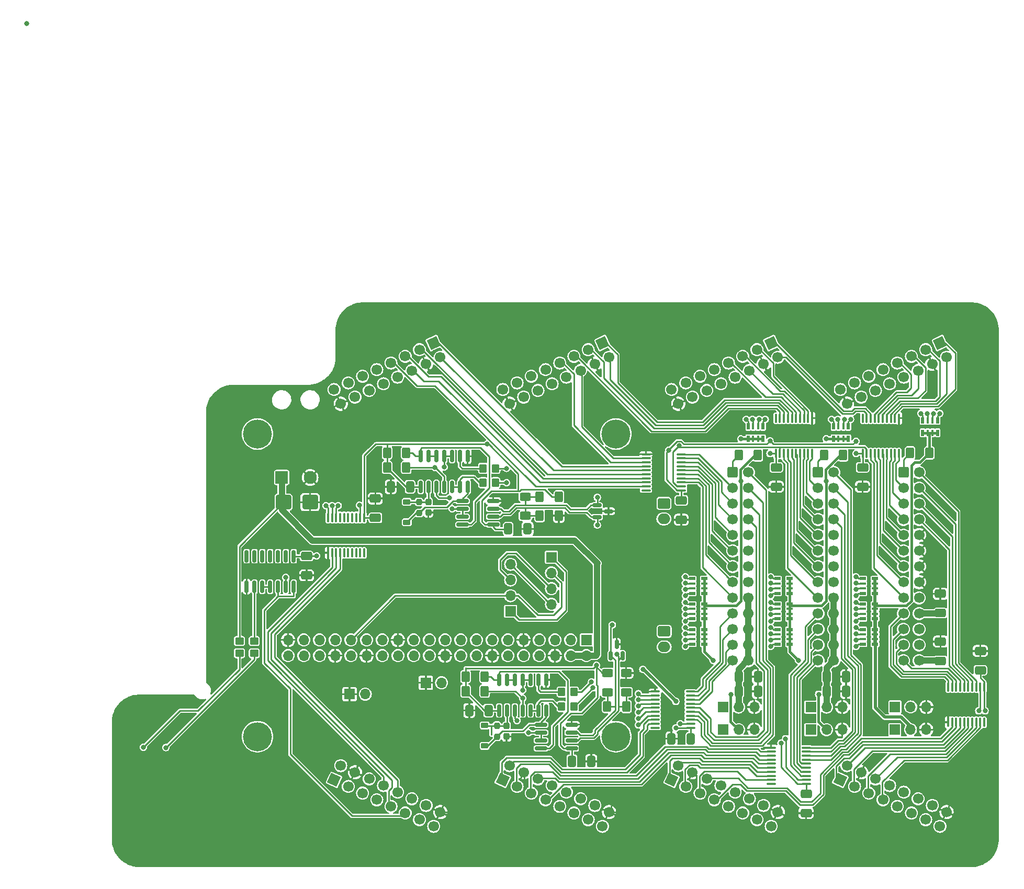
<source format=gbr>
%TF.GenerationSoftware,KiCad,Pcbnew,7.0.7*%
%TF.CreationDate,2023-11-19T22:39:33+01:00*%
%TF.ProjectId,LITEXCNC-HUB75HAT,4c495445-5843-44e4-932d-485542373548,rev?*%
%TF.SameCoordinates,Original*%
%TF.FileFunction,Copper,L2,Bot*%
%TF.FilePolarity,Positive*%
%FSLAX46Y46*%
G04 Gerber Fmt 4.6, Leading zero omitted, Abs format (unit mm)*
G04 Created by KiCad (PCBNEW 7.0.7) date 2023-11-19 22:39:33*
%MOMM*%
%LPD*%
G01*
G04 APERTURE LIST*
G04 Aperture macros list*
%AMRoundRect*
0 Rectangle with rounded corners*
0 $1 Rounding radius*
0 $2 $3 $4 $5 $6 $7 $8 $9 X,Y pos of 4 corners*
0 Add a 4 corners polygon primitive as box body*
4,1,4,$2,$3,$4,$5,$6,$7,$8,$9,$2,$3,0*
0 Add four circle primitives for the rounded corners*
1,1,$1+$1,$2,$3*
1,1,$1+$1,$4,$5*
1,1,$1+$1,$6,$7*
1,1,$1+$1,$8,$9*
0 Add four rect primitives between the rounded corners*
20,1,$1+$1,$2,$3,$4,$5,0*
20,1,$1+$1,$4,$5,$6,$7,0*
20,1,$1+$1,$6,$7,$8,$9,0*
20,1,$1+$1,$8,$9,$2,$3,0*%
%AMHorizOval*
0 Thick line with rounded ends*
0 $1 width*
0 $2 $3 position (X,Y) of the first rounded end (center of the circle)*
0 $4 $5 position (X,Y) of the second rounded end (center of the circle)*
0 Add line between two ends*
20,1,$1,$2,$3,$4,$5,0*
0 Add two circle primitives to create the rounded ends*
1,1,$1,$2,$3*
1,1,$1,$4,$5*%
%AMRotRect*
0 Rectangle, with rotation*
0 The origin of the aperture is its center*
0 $1 length*
0 $2 width*
0 $3 Rotation angle, in degrees counterclockwise*
0 Add horizontal line*
21,1,$1,$2,0,0,$3*%
G04 Aperture macros list end*
%TA.AperFunction,ComponentPad*%
%ADD10R,1.700000X1.700000*%
%TD*%
%TA.AperFunction,ComponentPad*%
%ADD11O,1.700000X1.700000*%
%TD*%
%TA.AperFunction,ComponentPad*%
%ADD12RoundRect,0.250000X-0.600000X-0.600000X0.600000X-0.600000X0.600000X0.600000X-0.600000X0.600000X0*%
%TD*%
%TA.AperFunction,ComponentPad*%
%ADD13C,1.700000*%
%TD*%
%TA.AperFunction,ComponentPad*%
%ADD14RoundRect,0.250000X-0.750000X0.600000X-0.750000X-0.600000X0.750000X-0.600000X0.750000X0.600000X0*%
%TD*%
%TA.AperFunction,ComponentPad*%
%ADD15O,2.000000X1.700000*%
%TD*%
%TA.AperFunction,ComponentPad*%
%ADD16C,3.100000*%
%TD*%
%TA.AperFunction,ConnectorPad*%
%ADD17C,4.700000*%
%TD*%
%TA.AperFunction,SMDPad,CuDef*%
%ADD18RoundRect,0.250000X-1.000000X-0.900000X1.000000X-0.900000X1.000000X0.900000X-1.000000X0.900000X0*%
%TD*%
%TA.AperFunction,SMDPad,CuDef*%
%ADD19R,1.000000X0.500000*%
%TD*%
%TA.AperFunction,SMDPad,CuDef*%
%ADD20R,1.000000X0.400000*%
%TD*%
%TA.AperFunction,SMDPad,CuDef*%
%ADD21R,0.500000X1.000000*%
%TD*%
%TA.AperFunction,SMDPad,CuDef*%
%ADD22R,0.400000X1.000000*%
%TD*%
%TA.AperFunction,SMDPad,CuDef*%
%ADD23RoundRect,0.250000X-0.650000X0.412500X-0.650000X-0.412500X0.650000X-0.412500X0.650000X0.412500X0*%
%TD*%
%TA.AperFunction,SMDPad,CuDef*%
%ADD24RoundRect,0.225000X0.375000X-0.225000X0.375000X0.225000X-0.375000X0.225000X-0.375000X-0.225000X0*%
%TD*%
%TA.AperFunction,SMDPad,CuDef*%
%ADD25RoundRect,0.250000X0.625000X-0.400000X0.625000X0.400000X-0.625000X0.400000X-0.625000X-0.400000X0*%
%TD*%
%TA.AperFunction,SMDPad,CuDef*%
%ADD26RoundRect,0.150000X0.150000X-0.825000X0.150000X0.825000X-0.150000X0.825000X-0.150000X-0.825000X0*%
%TD*%
%TA.AperFunction,SMDPad,CuDef*%
%ADD27RoundRect,0.250000X-0.400000X-0.625000X0.400000X-0.625000X0.400000X0.625000X-0.400000X0.625000X0*%
%TD*%
%TA.AperFunction,SMDPad,CuDef*%
%ADD28RoundRect,0.250000X0.412500X0.650000X-0.412500X0.650000X-0.412500X-0.650000X0.412500X-0.650000X0*%
%TD*%
%TA.AperFunction,SMDPad,CuDef*%
%ADD29RoundRect,0.250000X-0.412500X-0.650000X0.412500X-0.650000X0.412500X0.650000X-0.412500X0.650000X0*%
%TD*%
%TA.AperFunction,ComponentPad*%
%ADD30RotRect,1.700000X1.700000X115.000000*%
%TD*%
%TA.AperFunction,ComponentPad*%
%ADD31HorizOval,1.700000X0.000000X0.000000X0.000000X0.000000X0*%
%TD*%
%TA.AperFunction,SMDPad,CuDef*%
%ADD32RoundRect,0.250000X-0.350000X-0.450000X0.350000X-0.450000X0.350000X0.450000X-0.350000X0.450000X0*%
%TD*%
%TA.AperFunction,ComponentPad*%
%ADD33RotRect,1.700000X1.700000X245.000000*%
%TD*%
%TA.AperFunction,ComponentPad*%
%ADD34HorizOval,1.700000X0.000000X0.000000X0.000000X0.000000X0*%
%TD*%
%TA.AperFunction,SMDPad,CuDef*%
%ADD35RoundRect,0.250000X-0.625000X0.400000X-0.625000X-0.400000X0.625000X-0.400000X0.625000X0.400000X0*%
%TD*%
%TA.AperFunction,SMDPad,CuDef*%
%ADD36RoundRect,0.237500X0.237500X-0.250000X0.237500X0.250000X-0.237500X0.250000X-0.237500X-0.250000X0*%
%TD*%
%TA.AperFunction,SMDPad,CuDef*%
%ADD37RoundRect,0.250000X0.650000X-0.412500X0.650000X0.412500X-0.650000X0.412500X-0.650000X-0.412500X0*%
%TD*%
%TA.AperFunction,SMDPad,CuDef*%
%ADD38RoundRect,0.100000X-0.637500X-0.100000X0.637500X-0.100000X0.637500X0.100000X-0.637500X0.100000X0*%
%TD*%
%TA.AperFunction,SMDPad,CuDef*%
%ADD39RoundRect,0.250000X0.400000X0.625000X-0.400000X0.625000X-0.400000X-0.625000X0.400000X-0.625000X0*%
%TD*%
%TA.AperFunction,SMDPad,CuDef*%
%ADD40RoundRect,0.237500X-0.237500X0.300000X-0.237500X-0.300000X0.237500X-0.300000X0.237500X0.300000X0*%
%TD*%
%TA.AperFunction,SMDPad,CuDef*%
%ADD41RoundRect,0.150000X-0.150000X0.825000X-0.150000X-0.825000X0.150000X-0.825000X0.150000X0.825000X0*%
%TD*%
%TA.AperFunction,SMDPad,CuDef*%
%ADD42RoundRect,0.150000X0.150000X-0.587500X0.150000X0.587500X-0.150000X0.587500X-0.150000X-0.587500X0*%
%TD*%
%TA.AperFunction,SMDPad,CuDef*%
%ADD43RoundRect,0.100000X-0.100000X0.637500X-0.100000X-0.637500X0.100000X-0.637500X0.100000X0.637500X0*%
%TD*%
%TA.AperFunction,SMDPad,CuDef*%
%ADD44RoundRect,0.100000X0.100000X-0.637500X0.100000X0.637500X-0.100000X0.637500X-0.100000X-0.637500X0*%
%TD*%
%TA.AperFunction,SMDPad,CuDef*%
%ADD45RoundRect,0.250000X-0.450000X0.350000X-0.450000X-0.350000X0.450000X-0.350000X0.450000X0.350000X0*%
%TD*%
%TA.AperFunction,SMDPad,CuDef*%
%ADD46RoundRect,0.150000X-0.587500X-0.150000X0.587500X-0.150000X0.587500X0.150000X-0.587500X0.150000X0*%
%TD*%
%TA.AperFunction,ComponentPad*%
%ADD47RoundRect,0.250001X-0.799999X-0.799999X0.799999X-0.799999X0.799999X0.799999X-0.799999X0.799999X0*%
%TD*%
%TA.AperFunction,ComponentPad*%
%ADD48C,2.100000*%
%TD*%
%TA.AperFunction,SMDPad,CuDef*%
%ADD49RoundRect,0.150000X-0.825000X-0.150000X0.825000X-0.150000X0.825000X0.150000X-0.825000X0.150000X0*%
%TD*%
%TA.AperFunction,ViaPad*%
%ADD50C,0.800000*%
%TD*%
%TA.AperFunction,Conductor*%
%ADD51C,0.250000*%
%TD*%
%TA.AperFunction,Conductor*%
%ADD52C,0.500000*%
%TD*%
%TA.AperFunction,Conductor*%
%ADD53C,1.000000*%
%TD*%
%TA.AperFunction,Conductor*%
%ADD54C,0.400000*%
%TD*%
G04 APERTURE END LIST*
D10*
%TO.P,J17,1,Pin_1*%
%TO.N,+3.3V*%
X76768000Y36772800D03*
D11*
%TO.P,J17,2,Pin_2*%
%TO.N,+5V*%
X76768000Y34232800D03*
%TO.P,J17,3,Pin_3*%
%TO.N,unconnected-(J17-Pin_3-Pad3)*%
X74228000Y36772800D03*
%TO.P,J17,4,Pin_4*%
%TO.N,+5V*%
X74228000Y34232800D03*
%TO.P,J17,5,Pin_5*%
%TO.N,unconnected-(J17-Pin_5-Pad5)*%
X71688000Y36772800D03*
%TO.P,J17,6,Pin_6*%
%TO.N,GND*%
X71688000Y34232800D03*
%TO.P,J17,7,Pin_7*%
%TO.N,unconnected-(J17-Pin_7-Pad7)*%
X69148000Y36772800D03*
%TO.P,J17,8,Pin_8*%
%TO.N,TXD1*%
X69148000Y34232800D03*
%TO.P,J17,9,Pin_9*%
%TO.N,GND*%
X66608000Y36772800D03*
%TO.P,J17,10,Pin_10*%
%TO.N,RXD1*%
X66608000Y34232800D03*
%TO.P,J17,11,Pin_11*%
%TO.N,unconnected-(J17-Pin_11-Pad11)*%
X64068000Y36772800D03*
%TO.P,J17,12,Pin_12*%
%TO.N,unconnected-(J17-Pin_12-Pad12)*%
X64068000Y34232800D03*
%TO.P,J17,13,Pin_13*%
%TO.N,unconnected-(J17-Pin_13-Pad13)*%
X61528000Y36772800D03*
%TO.P,J17,14,Pin_14*%
%TO.N,GND*%
X61528000Y34232800D03*
%TO.P,J17,15,Pin_15*%
%TO.N,unconnected-(J17-Pin_15-Pad15)*%
X58988000Y36772800D03*
%TO.P,J17,16,Pin_16*%
%TO.N,unconnected-(J17-Pin_16-Pad16)*%
X58988000Y34232800D03*
%TO.P,J17,17,Pin_17*%
%TO.N,unconnected-(J17-Pin_17-Pad17)*%
X56448000Y36772800D03*
%TO.P,J17,18,Pin_18*%
%TO.N,unconnected-(J17-Pin_18-Pad18)*%
X56448000Y34232800D03*
%TO.P,J17,19,Pin_19*%
%TO.N,SPI_MOSI*%
X53908000Y36772800D03*
%TO.P,J17,20,Pin_20*%
%TO.N,GND*%
X53908000Y34232800D03*
%TO.P,J17,21,Pin_21*%
%TO.N,SPI_MISO*%
X51368000Y36772800D03*
%TO.P,J17,22,Pin_22*%
%TO.N,unconnected-(J17-Pin_22-Pad22)*%
X51368000Y34232800D03*
%TO.P,J17,23,Pin_23*%
%TO.N,SPI_CLCK*%
X48828000Y36772800D03*
%TO.P,J17,24,Pin_24*%
%TO.N,SPI_CE0*%
X48828000Y34232800D03*
%TO.P,J17,25,Pin_25*%
%TO.N,GND*%
X46288000Y36772800D03*
%TO.P,J17,26,Pin_26*%
%TO.N,SPI_CE1*%
X46288000Y34232800D03*
%TO.P,J17,27,Pin_27*%
%TO.N,unconnected-(J17-Pin_27-Pad27)*%
X43748000Y36772800D03*
%TO.P,J17,28,Pin_28*%
%TO.N,unconnected-(J17-Pin_28-Pad28)*%
X43748000Y34232800D03*
%TO.P,J17,29,Pin_29*%
%TO.N,unconnected-(J17-Pin_29-Pad29)*%
X41208000Y36772800D03*
%TO.P,J17,30,Pin_30*%
%TO.N,GND*%
X41208000Y34232800D03*
%TO.P,J17,31,Pin_31*%
%TO.N,/JTAG.TMS*%
X38668000Y36772800D03*
%TO.P,J17,32,Pin_32*%
%TO.N,TXD5*%
X38668000Y34232800D03*
%TO.P,J17,33,Pin_33*%
%TO.N,RXD5*%
X36128000Y36772800D03*
%TO.P,J17,34,Pin_34*%
%TO.N,GND*%
X36128000Y34232800D03*
%TO.P,J17,35,Pin_35*%
%TO.N,/JTAG.TDI*%
X33588000Y36772800D03*
%TO.P,J17,36,Pin_36*%
%TO.N,/JTAG.TCK*%
X33588000Y34232800D03*
%TO.P,J17,37,Pin_37*%
%TO.N,/JTAG.TDO*%
X31048000Y36772800D03*
%TO.P,J17,38,Pin_38*%
%TO.N,unconnected-(J17-Pin_38-Pad38)*%
X31048000Y34232800D03*
%TO.P,J17,39,Pin_39*%
%TO.N,GND*%
X28508000Y36772800D03*
%TO.P,J17,40,Pin_40*%
%TO.N,unconnected-(J17-Pin_40-Pad40)*%
X28508000Y34232800D03*
%TD*%
D12*
%TO.P,IO2,1,Pin_1*%
%TO.N,PORTB1*%
X114270000Y63900000D03*
D13*
%TO.P,IO2,2,Pin_2*%
%TO.N,PORTB14*%
X116810000Y63900000D03*
%TO.P,IO2,3,Pin_3*%
%TO.N,PORTB2*%
X114270000Y61360000D03*
%TO.P,IO2,4,Pin_4*%
%TO.N,PORTB15*%
X116810000Y61360000D03*
%TO.P,IO2,5,Pin_5*%
%TO.N,PORTB3*%
X114270000Y58820000D03*
%TO.P,IO2,6,Pin_6*%
%TO.N,PORTB16*%
X116810000Y58820000D03*
%TO.P,IO2,7,Pin_7*%
%TO.N,PORTB4*%
X114270000Y56280000D03*
%TO.P,IO2,8,Pin_8*%
%TO.N,PORTB17*%
X116810000Y56280000D03*
%TO.P,IO2,9,Pin_9*%
%TO.N,PORTB5*%
X114270000Y53740000D03*
%TO.P,IO2,10,Pin_10*%
%TO.N,GND*%
X116810000Y53740000D03*
%TO.P,IO2,11,Pin_11*%
%TO.N,PORTB6*%
X114270000Y51200000D03*
%TO.P,IO2,12,Pin_12*%
%TO.N,GND*%
X116810000Y51200000D03*
%TO.P,IO2,13,Pin_13*%
%TO.N,PORTB7*%
X114270000Y48660000D03*
%TO.P,IO2,14,Pin_14*%
%TO.N,GND*%
X116810000Y48660000D03*
%TO.P,IO2,15,Pin_15*%
%TO.N,PORTB8*%
X114270000Y46120000D03*
%TO.P,IO2,16,Pin_16*%
%TO.N,GND*%
X116810000Y46120000D03*
%TO.P,IO2,17,Pin_17*%
%TO.N,PORTB9*%
X114270000Y43580000D03*
%TO.P,IO2,18,Pin_18*%
%TO.N,POWOPB*%
X116810000Y43580000D03*
%TO.P,IO2,19,Pin_19*%
%TO.N,PORTB10*%
X114270000Y41040000D03*
%TO.P,IO2,20,Pin_20*%
%TO.N,POWOPB*%
X116810000Y41040000D03*
%TO.P,IO2,21,Pin_21*%
%TO.N,PORTB11*%
X114270000Y38500000D03*
%TO.P,IO2,22,Pin_22*%
%TO.N,POWOPB*%
X116810000Y38500000D03*
%TO.P,IO2,23,Pin_23*%
%TO.N,PORTB12*%
X114270000Y35960000D03*
%TO.P,IO2,24,Pin_24*%
%TO.N,POWOPB*%
X116810000Y35960000D03*
%TO.P,IO2,25,Pin_25*%
%TO.N,PORTB13*%
X114270000Y33420000D03*
%TO.P,IO2,26,Pin_26*%
%TO.N,POWOPB*%
X116810000Y33420000D03*
%TD*%
D10*
%TO.P,JP6,1,A*%
%TO.N,+5V*%
X98866000Y22244000D03*
D11*
%TO.P,JP6,2,C*%
%TO.N,Net-(JP6-C)*%
X101406000Y22244000D03*
%TO.P,JP6,3,B*%
%TO.N,GND*%
X103946000Y22244000D03*
%TD*%
D10*
%TO.P,JP4,1,A*%
%TO.N,+5V*%
X126679000Y22244000D03*
D11*
%TO.P,JP4,2,C*%
%TO.N,Net-(JP4-C)*%
X129219000Y22244000D03*
%TO.P,JP4,3,B*%
%TO.N,GND*%
X131759000Y22244000D03*
%TD*%
D10*
%TO.P,JP1,1,A*%
%TO.N,Net-(JP1-A)*%
X126716000Y25927000D03*
D11*
%TO.P,JP1,2,C*%
%TO.N,POWOPA*%
X129256000Y25927000D03*
%TO.P,JP1,3,B*%
%TO.N,GND*%
X131796000Y25927000D03*
%TD*%
D14*
%TO.P,RS485-5,1,Pin_1*%
%TO.N,Net-(J20-Pin_1)*%
X89315600Y58881600D03*
D15*
%TO.P,RS485-5,2,Pin_2*%
%TO.N,Net-(J20-Pin_2)*%
X89315600Y56381600D03*
%TD*%
D10*
%TO.P,JP3,1,A*%
%TO.N,Net-(JP3-A)*%
X98866000Y25901600D03*
D11*
%TO.P,JP3,2,C*%
%TO.N,POWOPC*%
X101406000Y25901600D03*
%TO.P,JP3,3,B*%
%TO.N,GND*%
X103946000Y25901600D03*
%TD*%
D14*
%TO.P,RS485-1,1,Pin_1*%
%TO.N,Net-(J21-Pin_1)*%
X89366400Y38155200D03*
D15*
%TO.P,RS485-1,2,Pin_2*%
%TO.N,Net-(J21-Pin_2)*%
X89366400Y35655200D03*
%TD*%
D10*
%TO.P,JP5,1,A*%
%TO.N,+5V*%
X113090000Y22244000D03*
D11*
%TO.P,JP5,2,C*%
%TO.N,Net-(JP5-C)*%
X115630000Y22244000D03*
%TO.P,JP5,3,B*%
%TO.N,GND*%
X118170000Y22244000D03*
%TD*%
D16*
%TO.P,REF\u002A\u002A,1*%
%TO.N,N/C*%
X23560000Y70112000D03*
D17*
X23560000Y70112000D03*
%TD*%
D16*
%TO.P,REF\u002A\u002A,1*%
%TO.N,N/C*%
X81560000Y21112000D03*
D17*
X81560000Y21112000D03*
%TD*%
D16*
%TO.P,REF\u002A\u002A,1*%
%TO.N,N/C*%
X23560000Y21112000D03*
D17*
X23560000Y21112000D03*
%TD*%
D10*
%TO.P,JP2,1,A*%
%TO.N,Net-(JP2-A)*%
X113105000Y25901600D03*
D11*
%TO.P,JP2,2,C*%
%TO.N,POWOPB*%
X115645000Y25901600D03*
%TO.P,JP2,3,B*%
%TO.N,GND*%
X118185000Y25901600D03*
%TD*%
D12*
%TO.P,IO3,1,Pin_1*%
%TO.N,PORTC1*%
X100464000Y63900000D03*
D13*
%TO.P,IO3,2,Pin_2*%
%TO.N,PORTC14*%
X103004000Y63900000D03*
%TO.P,IO3,3,Pin_3*%
%TO.N,PORTC2*%
X100464000Y61360000D03*
%TO.P,IO3,4,Pin_4*%
%TO.N,PORTC15*%
X103004000Y61360000D03*
%TO.P,IO3,5,Pin_5*%
%TO.N,PORTC3*%
X100464000Y58820000D03*
%TO.P,IO3,6,Pin_6*%
%TO.N,PORTC16*%
X103004000Y58820000D03*
%TO.P,IO3,7,Pin_7*%
%TO.N,PORTC4*%
X100464000Y56280000D03*
%TO.P,IO3,8,Pin_8*%
%TO.N,PORTC17*%
X103004000Y56280000D03*
%TO.P,IO3,9,Pin_9*%
%TO.N,PORTC5*%
X100464000Y53740000D03*
%TO.P,IO3,10,Pin_10*%
%TO.N,GND*%
X103004000Y53740000D03*
%TO.P,IO3,11,Pin_11*%
%TO.N,PORTC6*%
X100464000Y51200000D03*
%TO.P,IO3,12,Pin_12*%
%TO.N,GND*%
X103004000Y51200000D03*
%TO.P,IO3,13,Pin_13*%
%TO.N,PORTC7*%
X100464000Y48660000D03*
%TO.P,IO3,14,Pin_14*%
%TO.N,GND*%
X103004000Y48660000D03*
%TO.P,IO3,15,Pin_15*%
%TO.N,PORTC8*%
X100464000Y46120000D03*
%TO.P,IO3,16,Pin_16*%
%TO.N,GND*%
X103004000Y46120000D03*
%TO.P,IO3,17,Pin_17*%
%TO.N,PORTC9*%
X100464000Y43580000D03*
%TO.P,IO3,18,Pin_18*%
%TO.N,POWOPC*%
X103004000Y43580000D03*
%TO.P,IO3,19,Pin_19*%
%TO.N,PORTC10*%
X100464000Y41040000D03*
%TO.P,IO3,20,Pin_20*%
%TO.N,POWOPC*%
X103004000Y41040000D03*
%TO.P,IO3,21,Pin_21*%
%TO.N,PORTC11*%
X100464000Y38500000D03*
%TO.P,IO3,22,Pin_22*%
%TO.N,POWOPC*%
X103004000Y38500000D03*
%TO.P,IO3,23,Pin_23*%
%TO.N,PORTC12*%
X100464000Y35960000D03*
%TO.P,IO3,24,Pin_24*%
%TO.N,POWOPC*%
X103004000Y35960000D03*
%TO.P,IO3,25,Pin_25*%
%TO.N,PORTC13*%
X100464000Y33420000D03*
%TO.P,IO3,26,Pin_26*%
%TO.N,POWOPC*%
X103004000Y33420000D03*
%TD*%
D16*
%TO.P,REF\u002A\u002A,1*%
%TO.N,N/C*%
X81560000Y70112000D03*
D17*
X81560000Y70112000D03*
%TD*%
D12*
%TO.P,IO1,1,Pin_1*%
%TO.N,PORTA1*%
X128076000Y63900000D03*
D13*
%TO.P,IO1,2,Pin_2*%
%TO.N,PORTA14*%
X130616000Y63900000D03*
%TO.P,IO1,3,Pin_3*%
%TO.N,PORTA2*%
X128076000Y61360000D03*
%TO.P,IO1,4,Pin_4*%
%TO.N,PORTA15*%
X130616000Y61360000D03*
%TO.P,IO1,5,Pin_5*%
%TO.N,PORTA3*%
X128076000Y58820000D03*
%TO.P,IO1,6,Pin_6*%
%TO.N,PORTA16*%
X130616000Y58820000D03*
%TO.P,IO1,7,Pin_7*%
%TO.N,PORTA4*%
X128076000Y56280000D03*
%TO.P,IO1,8,Pin_8*%
%TO.N,PORTA17*%
X130616000Y56280000D03*
%TO.P,IO1,9,Pin_9*%
%TO.N,PORTA5*%
X128076000Y53740000D03*
%TO.P,IO1,10,Pin_10*%
%TO.N,GND*%
X130616000Y53740000D03*
%TO.P,IO1,11,Pin_11*%
%TO.N,PORTA6*%
X128076000Y51200000D03*
%TO.P,IO1,12,Pin_12*%
%TO.N,GND*%
X130616000Y51200000D03*
%TO.P,IO1,13,Pin_13*%
%TO.N,PORTA7*%
X128076000Y48660000D03*
%TO.P,IO1,14,Pin_14*%
%TO.N,GND*%
X130616000Y48660000D03*
%TO.P,IO1,15,Pin_15*%
%TO.N,PORTA8*%
X128076000Y46120000D03*
%TO.P,IO1,16,Pin_16*%
%TO.N,GND*%
X130616000Y46120000D03*
%TO.P,IO1,17,Pin_17*%
%TO.N,PORTA9*%
X128076000Y43580000D03*
%TO.P,IO1,18,Pin_18*%
%TO.N,POWOPA*%
X130616000Y43580000D03*
%TO.P,IO1,19,Pin_19*%
%TO.N,PORTA10*%
X128076000Y41040000D03*
%TO.P,IO1,20,Pin_20*%
%TO.N,POWOPA*%
X130616000Y41040000D03*
%TO.P,IO1,21,Pin_21*%
%TO.N,PORTA11*%
X128076000Y38500000D03*
%TO.P,IO1,22,Pin_22*%
%TO.N,POWOPA*%
X130616000Y38500000D03*
%TO.P,IO1,23,Pin_23*%
%TO.N,PORTA12*%
X128076000Y35960000D03*
%TO.P,IO1,24,Pin_24*%
%TO.N,POWOPA*%
X130616000Y35960000D03*
%TO.P,IO1,25,Pin_25*%
%TO.N,PORTA13*%
X128076000Y33420000D03*
%TO.P,IO1,26,Pin_26*%
%TO.N,POWOPA*%
X130616000Y33420000D03*
%TD*%
D18*
%TO.P,D12,1,A1*%
%TO.N,+5V*%
X27764000Y59074000D03*
%TO.P,D12,2,A2*%
%TO.N,GND*%
X32064000Y59074000D03*
%TD*%
D19*
%TO.P,RN9,1,R1.1*%
%TO.N,Net-(JP6-C)*%
X95877000Y46710400D03*
D20*
%TO.P,RN9,2,R2.1*%
X95877000Y45910400D03*
%TO.P,RN9,3,R3.1*%
X95877000Y45110400D03*
D19*
%TO.P,RN9,4,R4.1*%
X95877000Y44310400D03*
%TO.P,RN9,5,R4.2*%
%TO.N,PORTC5*%
X93877000Y44310400D03*
D20*
%TO.P,RN9,6,R3.2*%
%TO.N,PORTC4*%
X93877000Y45110400D03*
%TO.P,RN9,7,R2.2*%
%TO.N,PORTC3*%
X93877000Y45910400D03*
D19*
%TO.P,RN9,8,R1.2*%
%TO.N,PORTC2*%
X93877000Y46710400D03*
%TD*%
D21*
%TO.P,RN4,1,R1.1*%
%TO.N,Net-(JP4-C)*%
X133594000Y70316800D03*
D22*
%TO.P,RN4,2,R2.1*%
X132794000Y70316800D03*
%TO.P,RN4,3,R3.1*%
X131994000Y70316800D03*
D21*
%TO.P,RN4,4,R4.1*%
X131194000Y70316800D03*
%TO.P,RN4,5,R4.2*%
%TO.N,PORTA14*%
X131194000Y72316800D03*
D22*
%TO.P,RN4,6,R3.2*%
%TO.N,PORTA15*%
X131994000Y72316800D03*
%TO.P,RN4,7,R2.2*%
%TO.N,PORTA16*%
X132794000Y72316800D03*
D21*
%TO.P,RN4,8,R1.2*%
%TO.N,PORTA17*%
X133594000Y72316800D03*
%TD*%
D23*
%TO.P,C16,1*%
%TO.N,+3.3V*%
X112328000Y11868500D03*
%TO.P,C16,2*%
%TO.N,GND*%
X112328000Y8743500D03*
%TD*%
D24*
%TO.P,D4,1,K*%
%TO.N,Net-(D4-K)*%
X47710400Y55824800D03*
%TO.P,D4,2,A*%
%TO.N,Net-(D4-A)*%
X47710400Y59124800D03*
%TD*%
D19*
%TO.P,RN11,1,R1.1*%
%TO.N,Net-(JP6-C)*%
X95877000Y38480800D03*
D20*
%TO.P,RN11,2,R2.1*%
X95877000Y37680800D03*
%TO.P,RN11,3,R3.1*%
X95877000Y36880800D03*
D19*
%TO.P,RN11,4,R4.1*%
X95877000Y36080800D03*
%TO.P,RN11,5,R4.2*%
%TO.N,PORTC13*%
X93877000Y36080800D03*
D20*
%TO.P,RN11,6,R3.2*%
%TO.N,PORTC12*%
X93877000Y36880800D03*
%TO.P,RN11,7,R2.2*%
%TO.N,PORTC11*%
X93877000Y37680800D03*
D19*
%TO.P,RN11,8,R1.2*%
%TO.N,PORTC10*%
X93877000Y38480800D03*
%TD*%
D10*
%TO.P,J14,1,Pin_1*%
%TO.N,GND*%
X38460000Y28000000D03*
D11*
%TO.P,J14,2,Pin_2*%
%TO.N,unconnected-(J14-Pin_2-Pad2)*%
X41000000Y28000000D03*
%TD*%
D25*
%TO.P,R11,1*%
%TO.N,Net-(D5-A1)*%
X66912800Y56863600D03*
%TO.P,R11,2*%
%TO.N,Net-(D5-A2)*%
X66912800Y59963600D03*
%TD*%
D23*
%TO.P,C20,1*%
%TO.N,+3.3V*%
X121472000Y64700500D03*
%TO.P,C20,2*%
%TO.N,GND*%
X121472000Y61575500D03*
%TD*%
D26*
%TO.P,U7,1*%
%TO.N,ENA_IN*%
X29422400Y45386400D03*
%TO.P,U7,2*%
%TO.N,ENA*%
X28152400Y45386400D03*
%TO.P,U7,3*%
%TO.N,ENA_IN*%
X26882400Y45386400D03*
%TO.P,U7,4*%
%TO.N,Net-(U7-Pad4)*%
X25612400Y45386400D03*
%TO.P,U7,5*%
X24342400Y45386400D03*
%TO.P,U7,6*%
%TO.N,ENA-LED*%
X23072400Y45386400D03*
%TO.P,U7,7,GND*%
%TO.N,GND*%
X21802400Y45386400D03*
%TO.P,U7,8*%
%TO.N,unconnected-(U7-Pad8)*%
X21802400Y50336400D03*
%TO.P,U7,9*%
%TO.N,unconnected-(U7-Pad9)*%
X23072400Y50336400D03*
%TO.P,U7,10*%
%TO.N,unconnected-(U7-Pad10)*%
X24342400Y50336400D03*
%TO.P,U7,11*%
%TO.N,unconnected-(U7-Pad11)*%
X25612400Y50336400D03*
%TO.P,U7,12*%
%TO.N,unconnected-(U7-Pad12)*%
X26882400Y50336400D03*
%TO.P,U7,13*%
%TO.N,unconnected-(U7-Pad13)*%
X28152400Y50336400D03*
%TO.P,U7,14,VCC*%
%TO.N,+3.3V*%
X29422400Y50336400D03*
%TD*%
D10*
%TO.P,J8,1,Pin_1*%
%TO.N,/JTAG.TCK*%
X71120000Y50165000D03*
D11*
%TO.P,J8,2,Pin_2*%
%TO.N,/JTAG.TMS*%
X71120000Y47625000D03*
%TO.P,J8,3,Pin_3*%
%TO.N,/JTAG.TDI*%
X71120000Y45085000D03*
%TO.P,J8,4,Pin_4*%
%TO.N,/JTAG.TDO*%
X71120000Y42545000D03*
%TD*%
D21*
%TO.P,RN12,1,R1.1*%
%TO.N,Net-(JP6-C)*%
X105360800Y69351600D03*
D22*
%TO.P,RN12,2,R2.1*%
X104560800Y69351600D03*
%TO.P,RN12,3,R3.1*%
X103760800Y69351600D03*
D21*
%TO.P,RN12,4,R4.1*%
X102960800Y69351600D03*
%TO.P,RN12,5,R4.2*%
%TO.N,PORTC14*%
X102960800Y71351600D03*
D22*
%TO.P,RN12,6,R3.2*%
%TO.N,PORTC15*%
X103760800Y71351600D03*
%TO.P,RN12,7,R2.2*%
%TO.N,PORTC16*%
X104560800Y71351600D03*
D21*
%TO.P,RN12,8,R1.2*%
%TO.N,PORTC17*%
X105360800Y71351600D03*
%TD*%
D27*
%TO.P,R6,1*%
%TO.N,+3.3V*%
X44534800Y64712800D03*
%TO.P,R6,2*%
%TO.N,TXD5*%
X47634800Y64712800D03*
%TD*%
D28*
%TO.P,C13,1*%
%TO.N,+3.3V*%
X60956900Y25342800D03*
%TO.P,C13,2*%
%TO.N,GND*%
X57831900Y25342800D03*
%TD*%
D29*
%TO.P,C14,1*%
%TO.N,+3.3V*%
X74443500Y17113200D03*
%TO.P,C14,2*%
%TO.N,GND*%
X77568500Y17113200D03*
%TD*%
D30*
%TO.P,J4,1,Pin_1*%
%TO.N,J5:0*%
X52070000Y84836000D03*
D31*
%TO.P,J4,2,Pin_2*%
%TO.N,J5:1*%
X53143450Y82533978D03*
%TO.P,J4,3,Pin_3*%
%TO.N,J5:2*%
X49767978Y83762550D03*
%TO.P,J4,4,Pin_4*%
%TO.N,GND*%
X50841429Y81460528D03*
%TO.P,J4,5,Pin_5*%
%TO.N,J5:4*%
X47465956Y82689099D03*
%TO.P,J4,6,Pin_6*%
%TO.N,J5:5*%
X48539407Y80387077D03*
%TO.P,J4,7,Pin_7*%
%TO.N,J5:6*%
X45163935Y81615649D03*
%TO.P,J4,8,Pin_8*%
%TO.N,unconnected-(J4-Pin_8-Pad8)*%
X46237385Y79313627D03*
%TO.P,J4,9,Pin_9*%
%TO.N,unconnected-(J4-Pin_9-Pad9)*%
X42861913Y80542198D03*
%TO.P,J4,10,Pin_10*%
%TO.N,unconnected-(J4-Pin_10-Pad10)*%
X43935363Y78240177D03*
%TO.P,J4,11,Pin_11*%
%TO.N,unconnected-(J4-Pin_11-Pad11)*%
X40559891Y79468748D03*
%TO.P,J4,12,Pin_12*%
%TO.N,unconnected-(J4-Pin_12-Pad12)*%
X41633341Y77166726D03*
%TO.P,J4,13,Pin_13*%
%TO.N,unconnected-(J4-Pin_13-Pad13)*%
X38257869Y78395298D03*
%TO.P,J4,14,Pin_14*%
%TO.N,unconnected-(J4-Pin_14-Pad14)*%
X39331320Y76093276D03*
%TO.P,J4,15,Pin_15*%
%TO.N,unconnected-(J4-Pin_15-Pad15)*%
X35955848Y77321847D03*
%TO.P,J4,16,Pin_16*%
%TO.N,GND*%
X37029298Y75019826D03*
%TD*%
D10*
%TO.P,J13,1,Pin_1*%
%TO.N,GND*%
X50800000Y29845000D03*
D11*
%TO.P,J13,2,Pin_2*%
%TO.N,unconnected-(J13-Pin_2-Pad2)*%
X53340000Y29845000D03*
%TD*%
D19*
%TO.P,RN5,1,R1.1*%
%TO.N,Net-(JP5-C)*%
X109683000Y46710400D03*
D20*
%TO.P,RN5,2,R2.1*%
X109683000Y45910400D03*
%TO.P,RN5,3,R3.1*%
X109683000Y45110400D03*
D19*
%TO.P,RN5,4,R4.1*%
X109683000Y44310400D03*
%TO.P,RN5,5,R4.2*%
%TO.N,PORTB5*%
X107683000Y44310400D03*
D20*
%TO.P,RN5,6,R3.2*%
%TO.N,PORTB4*%
X107683000Y45110400D03*
%TO.P,RN5,7,R2.2*%
%TO.N,PORTB3*%
X107683000Y45910400D03*
D19*
%TO.P,RN5,8,R1.2*%
%TO.N,PORTB2*%
X107683000Y46710400D03*
%TD*%
D27*
%TO.P,R16,1*%
%TO.N,+3.3V*%
X57234800Y28492400D03*
%TO.P,R16,2*%
%TO.N,TXD1*%
X60334800Y28492400D03*
%TD*%
D32*
%TO.P,R14,1*%
%TO.N,Net-(R14-Pad1)*%
X72770800Y28340000D03*
%TO.P,R14,2*%
%TO.N,Net-(D8-A)*%
X74770800Y28340000D03*
%TD*%
D33*
%TO.P,J12,1,Pin_1*%
%TO.N,J2:0*%
X90565848Y14118153D03*
D34*
%TO.P,J12,2,Pin_2*%
%TO.N,J2:1*%
X91639298Y16420175D03*
%TO.P,J12,3,Pin_3*%
%TO.N,J2:2*%
X92867870Y13044703D03*
%TO.P,J12,4,Pin_4*%
%TO.N,GND*%
X93941320Y15346724D03*
%TO.P,J12,5,Pin_5*%
%TO.N,J2:4*%
X95169892Y11971252D03*
%TO.P,J12,6,Pin_6*%
%TO.N,J2:5*%
X96243342Y14273274D03*
%TO.P,J12,7,Pin_7*%
%TO.N,J2:6*%
X97471913Y10897802D03*
%TO.P,J12,8,Pin_8*%
%TO.N,unconnected-(J12-Pin_8-Pad8)*%
X98545364Y13199824D03*
%TO.P,J12,9,Pin_9*%
%TO.N,unconnected-(J12-Pin_9-Pad9)*%
X99773935Y9824351D03*
%TO.P,J12,10,Pin_10*%
%TO.N,unconnected-(J12-Pin_10-Pad10)*%
X100847386Y12126373D03*
%TO.P,J12,11,Pin_11*%
%TO.N,unconnected-(J12-Pin_11-Pad11)*%
X102075957Y8750901D03*
%TO.P,J12,12,Pin_12*%
%TO.N,unconnected-(J12-Pin_12-Pad12)*%
X103149407Y11052923D03*
%TO.P,J12,13,Pin_13*%
%TO.N,unconnected-(J12-Pin_13-Pad13)*%
X104377979Y7677451D03*
%TO.P,J12,14,Pin_14*%
%TO.N,unconnected-(J12-Pin_14-Pad14)*%
X105451429Y9979472D03*
%TO.P,J12,15,Pin_15*%
%TO.N,unconnected-(J12-Pin_15-Pad15)*%
X106680000Y6604000D03*
%TO.P,J12,16,Pin_16*%
%TO.N,GND*%
X107753451Y8906022D03*
%TD*%
D27*
%TO.P,R5,1*%
%TO.N,PORTC1*%
X101417600Y66694000D03*
%TO.P,R5,2*%
%TO.N,Net-(JP6-C)*%
X104517600Y66694000D03*
%TD*%
D35*
%TO.P,R19,1*%
%TO.N,+3.3V*%
X80171600Y31414000D03*
%TO.P,R19,2*%
%TO.N,Net-(D11-A2)*%
X80171600Y28314000D03*
%TD*%
D29*
%TO.P,C6,1*%
%TO.N,POWOPC*%
X101418300Y30829200D03*
%TO.P,C6,2*%
%TO.N,GND*%
X104543300Y30829200D03*
%TD*%
D23*
%TO.P,C7,1*%
%TO.N,+3.3V*%
X31505200Y50362600D03*
%TO.P,C7,2*%
%TO.N,GND*%
X31505200Y47237600D03*
%TD*%
D36*
%TO.P,R8,1*%
%TO.N,Net-(D4-K)*%
X49691600Y57296000D03*
%TO.P,R8,2*%
%TO.N,Net-(D4-A)*%
X49691600Y59121000D03*
%TD*%
D33*
%TO.P,J11,1,Pin_1*%
%TO.N,J1:0*%
X117870848Y14118153D03*
D34*
%TO.P,J11,2,Pin_2*%
%TO.N,J1:1*%
X118944298Y16420175D03*
%TO.P,J11,3,Pin_3*%
%TO.N,J1:2*%
X120172870Y13044703D03*
%TO.P,J11,4,Pin_4*%
%TO.N,GND*%
X121246320Y15346724D03*
%TO.P,J11,5,Pin_5*%
%TO.N,J1:4*%
X122474892Y11971252D03*
%TO.P,J11,6,Pin_6*%
%TO.N,J1:5*%
X123548342Y14273274D03*
%TO.P,J11,7,Pin_7*%
%TO.N,J1:6*%
X124776913Y10897802D03*
%TO.P,J11,8,Pin_8*%
%TO.N,unconnected-(J11-Pin_8-Pad8)*%
X125850364Y13199824D03*
%TO.P,J11,9,Pin_9*%
%TO.N,unconnected-(J11-Pin_9-Pad9)*%
X127078935Y9824351D03*
%TO.P,J11,10,Pin_10*%
%TO.N,unconnected-(J11-Pin_10-Pad10)*%
X128152386Y12126373D03*
%TO.P,J11,11,Pin_11*%
%TO.N,unconnected-(J11-Pin_11-Pad11)*%
X129380957Y8750901D03*
%TO.P,J11,12,Pin_12*%
%TO.N,unconnected-(J11-Pin_12-Pad12)*%
X130454407Y11052923D03*
%TO.P,J11,13,Pin_13*%
%TO.N,unconnected-(J11-Pin_13-Pad13)*%
X131682979Y7677451D03*
%TO.P,J11,14,Pin_14*%
%TO.N,unconnected-(J11-Pin_14-Pad14)*%
X132756429Y9979472D03*
%TO.P,J11,15,Pin_15*%
%TO.N,unconnected-(J11-Pin_15-Pad15)*%
X133985000Y6604000D03*
%TO.P,J11,16,Pin_16*%
%TO.N,GND*%
X135058451Y8906022D03*
%TD*%
D37*
%TO.P,C1,1*%
%TO.N,POWOPA*%
X134045000Y41128500D03*
%TO.P,C1,2*%
%TO.N,GND*%
X134045000Y44253500D03*
%TD*%
D29*
%TO.P,C3,1*%
%TO.N,POWOPB*%
X115680800Y28441600D03*
%TO.P,C3,2*%
%TO.N,GND*%
X118805800Y28441600D03*
%TD*%
D38*
%TO.P,U5,1,NC*%
%TO.N,unconnected-(U5-NC-Pad1)*%
X86420000Y60986000D03*
%TO.P,U5,2,A0*%
%TO.N,J5:6*%
X86420000Y61636000D03*
%TO.P,U5,3,A1*%
%TO.N,J5:5*%
X86420000Y62286000D03*
%TO.P,U5,4,A2*%
%TO.N,J5:4*%
X86420000Y62936000D03*
%TO.P,U5,5,A3*%
%TO.N,J5:2*%
X86420000Y63586000D03*
%TO.P,U5,6,A4*%
%TO.N,J5:1*%
X86420000Y64236000D03*
%TO.P,U5,7,A5*%
%TO.N,J5:0*%
X86420000Y64886000D03*
%TO.P,U5,8,A6*%
%TO.N,J6:6*%
X86420000Y65536000D03*
%TO.P,U5,9,A7*%
%TO.N,J6:5*%
X86420000Y66186000D03*
%TO.P,U5,10,GND*%
%TO.N,GND*%
X86420000Y66836000D03*
%TO.P,U5,11,B7*%
%TO.N,PORTC2*%
X92145000Y66836000D03*
%TO.P,U5,12,B6*%
%TO.N,PORTC3*%
X92145000Y66186000D03*
%TO.P,U5,13,B5*%
%TO.N,PORTC4*%
X92145000Y65536000D03*
%TO.P,U5,14,B4*%
%TO.N,PORTC5*%
X92145000Y64886000D03*
%TO.P,U5,15,B3*%
%TO.N,PORTC6*%
X92145000Y64236000D03*
%TO.P,U5,16,B2*%
%TO.N,PORTC7*%
X92145000Y63586000D03*
%TO.P,U5,17,B1*%
%TO.N,PORTC8*%
X92145000Y62936000D03*
%TO.P,U5,18,B0*%
%TO.N,PORTC9*%
X92145000Y62286000D03*
%TO.P,U5,19,CE*%
%TO.N,ENA*%
X92145000Y61636000D03*
%TO.P,U5,20,VCC*%
%TO.N,+3.3V*%
X92145000Y60986000D03*
%TD*%
D19*
%TO.P,RN10,1,R1.1*%
%TO.N,Net-(JP6-C)*%
X95877000Y42595600D03*
D20*
%TO.P,RN10,2,R2.1*%
X95877000Y41795600D03*
%TO.P,RN10,3,R3.1*%
X95877000Y40995600D03*
D19*
%TO.P,RN10,4,R4.1*%
X95877000Y40195600D03*
%TO.P,RN10,5,R4.2*%
%TO.N,PORTC9*%
X93877000Y40195600D03*
D20*
%TO.P,RN10,6,R3.2*%
%TO.N,PORTC8*%
X93877000Y40995600D03*
%TO.P,RN10,7,R2.2*%
%TO.N,PORTC7*%
X93877000Y41795600D03*
D19*
%TO.P,RN10,8,R1.2*%
%TO.N,PORTC6*%
X93877000Y42595600D03*
%TD*%
D21*
%TO.P,RN8,1,R1.1*%
%TO.N,Net-(JP5-C)*%
X119166800Y69351600D03*
D22*
%TO.P,RN8,2,R2.1*%
X118366800Y69351600D03*
%TO.P,RN8,3,R3.1*%
X117566800Y69351600D03*
D21*
%TO.P,RN8,4,R4.1*%
X116766800Y69351600D03*
%TO.P,RN8,5,R4.2*%
%TO.N,PORTB14*%
X116766800Y71351600D03*
D22*
%TO.P,RN8,6,R3.2*%
%TO.N,PORTB15*%
X117566800Y71351600D03*
%TO.P,RN8,7,R2.2*%
%TO.N,PORTB16*%
X118366800Y71351600D03*
D21*
%TO.P,RN8,8,R1.2*%
%TO.N,PORTB17*%
X119166800Y71351600D03*
%TD*%
D39*
%TO.P,R10,1*%
%TO.N,+3.3V*%
X72323600Y59937600D03*
%TO.P,R10,2*%
%TO.N,Net-(D5-A2)*%
X69223600Y59937600D03*
%TD*%
%TO.P,R21,1*%
%TO.N,Net-(D11-A1)*%
X83245600Y26003200D03*
%TO.P,R21,2*%
%TO.N,Net-(D11-A2)*%
X80145600Y26003200D03*
%TD*%
D27*
%TO.P,R18,1*%
%TO.N,+3.3V*%
X57234800Y30829200D03*
%TO.P,R18,2*%
%TO.N,Net-(U12-RO)*%
X60334800Y30829200D03*
%TD*%
D40*
%TO.P,C15,1*%
%TO.N,Net-(D10-A)*%
X63864800Y22853600D03*
%TO.P,C15,2*%
%TO.N,GND*%
X63864800Y21128600D03*
%TD*%
D29*
%TO.P,C12,1*%
%TO.N,+3.3V*%
X64131100Y54756000D03*
%TO.P,C12,2*%
%TO.N,GND*%
X67256100Y54756000D03*
%TD*%
D41*
%TO.P,U9,1*%
%TO.N,Net-(U10-RO)*%
X49945600Y66527400D03*
%TO.P,U9,2*%
%TO.N,Net-(U9-Pad2)*%
X51215600Y66527400D03*
%TO.P,U9,3*%
X52485600Y66527400D03*
%TO.P,U9,4*%
%TO.N,RXD5*%
X53755600Y66527400D03*
%TO.P,U9,5*%
X55025600Y66527400D03*
%TO.P,U9,6*%
%TO.N,Net-(R12-Pad1)*%
X56295600Y66527400D03*
%TO.P,U9,7,GND*%
%TO.N,GND*%
X57565600Y66527400D03*
%TO.P,U9,8*%
%TO.N,Net-(D4-K)*%
X57565600Y61577400D03*
%TO.P,U9,9*%
%TO.N,Net-(R13-Pad1)*%
X56295600Y61577400D03*
%TO.P,U9,10*%
X55025600Y61577400D03*
%TO.P,U9,11*%
%TO.N,TXD5*%
X53755600Y61577400D03*
%TO.P,U9,12*%
%TO.N,Net-(U10-DE)*%
X52485600Y61577400D03*
%TO.P,U9,13*%
%TO.N,Net-(D4-A)*%
X51215600Y61577400D03*
%TO.P,U9,14,VCC*%
%TO.N,+3.3V*%
X49945600Y61577400D03*
%TD*%
D23*
%TO.P,C19,1*%
%TO.N,+3.3V*%
X107502000Y64700500D03*
%TO.P,C19,2*%
%TO.N,GND*%
X107502000Y61575500D03*
%TD*%
D32*
%TO.P,R13,1*%
%TO.N,Net-(R13-Pad1)*%
X60070800Y62223600D03*
%TO.P,R13,2*%
%TO.N,Net-(D7-A)*%
X62070800Y62223600D03*
%TD*%
D37*
%TO.P,C2,1*%
%TO.N,POWOPA*%
X134082000Y33381500D03*
%TO.P,C2,2*%
%TO.N,GND*%
X134082000Y36506500D03*
%TD*%
D41*
%TO.P,U11,1*%
%TO.N,Net-(U12-RO)*%
X62645600Y30307000D03*
%TO.P,U11,2*%
%TO.N,Net-(U11-Pad2)*%
X63915600Y30307000D03*
%TO.P,U11,3*%
X65185600Y30307000D03*
%TO.P,U11,4*%
%TO.N,RXD1*%
X66455600Y30307000D03*
%TO.P,U11,5*%
X67725600Y30307000D03*
%TO.P,U11,6*%
%TO.N,Net-(R14-Pad1)*%
X68995600Y30307000D03*
%TO.P,U11,7,GND*%
%TO.N,GND*%
X70265600Y30307000D03*
%TO.P,U11,8*%
%TO.N,Net-(D10-K)*%
X70265600Y25357000D03*
%TO.P,U11,9*%
%TO.N,Net-(R15-Pad1)*%
X68995600Y25357000D03*
%TO.P,U11,10*%
X67725600Y25357000D03*
%TO.P,U11,11*%
%TO.N,TXD1*%
X66455600Y25357000D03*
%TO.P,U11,12*%
%TO.N,Net-(U12-DE)*%
X65185600Y25357000D03*
%TO.P,U11,13*%
%TO.N,Net-(D10-A)*%
X63915600Y25357000D03*
%TO.P,U11,14,VCC*%
%TO.N,+3.3V*%
X62645600Y25357000D03*
%TD*%
D36*
%TO.P,R17,1*%
%TO.N,Net-(D10-K)*%
X62290000Y21079400D03*
%TO.P,R17,2*%
%TO.N,Net-(D10-A)*%
X62290000Y22904400D03*
%TD*%
D19*
%TO.P,RN1,1,R1.1*%
%TO.N,Net-(JP4-C)*%
X123488000Y46710400D03*
D20*
%TO.P,RN1,2,R2.1*%
X123488000Y45910400D03*
%TO.P,RN1,3,R3.1*%
X123488000Y45110400D03*
D19*
%TO.P,RN1,4,R4.1*%
X123488000Y44310400D03*
%TO.P,RN1,5,R4.2*%
%TO.N,PORTA5*%
X121488000Y44310400D03*
D20*
%TO.P,RN1,6,R3.2*%
%TO.N,PORTA4*%
X121488000Y45110400D03*
%TO.P,RN1,7,R2.2*%
%TO.N,PORTA3*%
X121488000Y45910400D03*
D19*
%TO.P,RN1,8,R1.2*%
%TO.N,PORTA2*%
X121488000Y46710400D03*
%TD*%
D24*
%TO.P,D10,1,K*%
%TO.N,Net-(D10-K)*%
X60308800Y19628800D03*
%TO.P,D10,2,A*%
%TO.N,Net-(D10-A)*%
X60308800Y22928800D03*
%TD*%
D30*
%TO.P,J6,1,Pin_1*%
%TO.N,J7:0*%
X106680000Y84836000D03*
D31*
%TO.P,J6,2,Pin_2*%
%TO.N,J7:1*%
X107753450Y82533978D03*
%TO.P,J6,3,Pin_3*%
%TO.N,J7:2*%
X104377978Y83762550D03*
%TO.P,J6,4,Pin_4*%
%TO.N,GND*%
X105451429Y81460528D03*
%TO.P,J6,5,Pin_5*%
%TO.N,J7:4*%
X102075956Y82689099D03*
%TO.P,J6,6,Pin_6*%
%TO.N,J7:5*%
X103149407Y80387077D03*
%TO.P,J6,7,Pin_7*%
%TO.N,J7:6*%
X99773935Y81615649D03*
%TO.P,J6,8,Pin_8*%
%TO.N,unconnected-(J6-Pin_8-Pad8)*%
X100847385Y79313627D03*
%TO.P,J6,9,Pin_9*%
%TO.N,unconnected-(J6-Pin_9-Pad9)*%
X97471913Y80542198D03*
%TO.P,J6,10,Pin_10*%
%TO.N,unconnected-(J6-Pin_10-Pad10)*%
X98545363Y78240177D03*
%TO.P,J6,11,Pin_11*%
%TO.N,unconnected-(J6-Pin_11-Pad11)*%
X95169891Y79468748D03*
%TO.P,J6,12,Pin_12*%
%TO.N,unconnected-(J6-Pin_12-Pad12)*%
X96243341Y77166726D03*
%TO.P,J6,13,Pin_13*%
%TO.N,unconnected-(J6-Pin_13-Pad13)*%
X92867869Y78395298D03*
%TO.P,J6,14,Pin_14*%
%TO.N,unconnected-(J6-Pin_14-Pad14)*%
X93941320Y76093276D03*
%TO.P,J6,15,Pin_15*%
%TO.N,unconnected-(J6-Pin_15-Pad15)*%
X90565848Y77321847D03*
%TO.P,J6,16,Pin_16*%
%TO.N,GND*%
X91639298Y75019826D03*
%TD*%
D42*
%TO.P,D11,1,A1*%
%TO.N,Net-(D11-A1)*%
X82630400Y34209700D03*
%TO.P,D11,2,A2*%
%TO.N,Net-(D11-A2)*%
X80730400Y34209700D03*
%TO.P,D11,3,common*%
%TO.N,GND*%
X81680400Y36084700D03*
%TD*%
D38*
%TO.P,U6,1,NC*%
%TO.N,unconnected-(U6-NC-Pad1)*%
X87893200Y22559200D03*
%TO.P,U6,2,A0*%
%TO.N,J3:1*%
X87893200Y23209200D03*
%TO.P,U6,3,A1*%
%TO.N,J3:0*%
X87893200Y23859200D03*
%TO.P,U6,4,A2*%
%TO.N,J4:6*%
X87893200Y24509200D03*
%TO.P,U6,5,A3*%
%TO.N,J4:5*%
X87893200Y25159200D03*
%TO.P,U6,6,A4*%
%TO.N,J4:4*%
X87893200Y25809200D03*
%TO.P,U6,7,A5*%
%TO.N,J4:2*%
X87893200Y26459200D03*
%TO.P,U6,8,A6*%
%TO.N,J4:1*%
X87893200Y27109200D03*
%TO.P,U6,9,A7*%
%TO.N,J4:0*%
X87893200Y27759200D03*
%TO.P,U6,10,GND*%
%TO.N,GND*%
X87893200Y28409200D03*
%TO.P,U6,11,B7*%
%TO.N,PORTC10*%
X93618200Y28409200D03*
%TO.P,U6,12,B6*%
%TO.N,PORTC11*%
X93618200Y27759200D03*
%TO.P,U6,13,B5*%
%TO.N,PORTC12*%
X93618200Y27109200D03*
%TO.P,U6,14,B4*%
%TO.N,PORTC13*%
X93618200Y26459200D03*
%TO.P,U6,15,B3*%
%TO.N,PORTC17*%
X93618200Y25809200D03*
%TO.P,U6,16,B2*%
%TO.N,PORTC16*%
X93618200Y25159200D03*
%TO.P,U6,17,B1*%
%TO.N,PORTC15*%
X93618200Y24509200D03*
%TO.P,U6,18,B0*%
%TO.N,PORTC14*%
X93618200Y23859200D03*
%TO.P,U6,19,CE*%
%TO.N,ENA*%
X93618200Y23209200D03*
%TO.P,U6,20,VCC*%
%TO.N,+3.3V*%
X93618200Y22559200D03*
%TD*%
D33*
%TO.P,J15,1,Pin_1*%
%TO.N,J3:0*%
X63260848Y14118153D03*
D34*
%TO.P,J15,2,Pin_2*%
%TO.N,J3:1*%
X64334298Y16420175D03*
%TO.P,J15,3,Pin_3*%
%TO.N,J3:2*%
X65562870Y13044703D03*
%TO.P,J15,4,Pin_4*%
%TO.N,GND*%
X66636320Y15346724D03*
%TO.P,J15,5,Pin_5*%
%TO.N,J3:4*%
X67864892Y11971252D03*
%TO.P,J15,6,Pin_6*%
%TO.N,J3:5*%
X68938342Y14273274D03*
%TO.P,J15,7,Pin_7*%
%TO.N,J3:6*%
X70166913Y10897802D03*
%TO.P,J15,8,Pin_8*%
%TO.N,unconnected-(J15-Pin_8-Pad8)*%
X71240364Y13199824D03*
%TO.P,J15,9,Pin_9*%
%TO.N,unconnected-(J15-Pin_9-Pad9)*%
X72468935Y9824351D03*
%TO.P,J15,10,Pin_10*%
%TO.N,unconnected-(J15-Pin_10-Pad10)*%
X73542386Y12126373D03*
%TO.P,J15,11,Pin_11*%
%TO.N,unconnected-(J15-Pin_11-Pad11)*%
X74770957Y8750901D03*
%TO.P,J15,12,Pin_12*%
%TO.N,unconnected-(J15-Pin_12-Pad12)*%
X75844407Y11052923D03*
%TO.P,J15,13,Pin_13*%
%TO.N,unconnected-(J15-Pin_13-Pad13)*%
X77072979Y7677451D03*
%TO.P,J15,14,Pin_14*%
%TO.N,unconnected-(J15-Pin_14-Pad14)*%
X78146429Y9979472D03*
%TO.P,J15,15,Pin_15*%
%TO.N,unconnected-(J15-Pin_15-Pad15)*%
X79375000Y6604000D03*
%TO.P,J15,16,Pin_16*%
%TO.N,GND*%
X80448451Y8906022D03*
%TD*%
D38*
%TO.P,U4,1,NC*%
%TO.N,unconnected-(U4-NC-Pad1)*%
X106671500Y13477000D03*
%TO.P,U4,2,A0*%
%TO.N,J2:4*%
X106671500Y14127000D03*
%TO.P,U4,3,A1*%
%TO.N,J2:2*%
X106671500Y14777000D03*
%TO.P,U4,4,A2*%
%TO.N,J2:1*%
X106671500Y15427000D03*
%TO.P,U4,5,A3*%
%TO.N,J2:0*%
X106671500Y16077000D03*
%TO.P,U4,6,A4*%
%TO.N,J3:6*%
X106671500Y16727000D03*
%TO.P,U4,7,A5*%
%TO.N,J3:5*%
X106671500Y17377000D03*
%TO.P,U4,8,A6*%
%TO.N,J3:4*%
X106671500Y18027000D03*
%TO.P,U4,9,A7*%
%TO.N,J3:2*%
X106671500Y18677000D03*
%TO.P,U4,10,GND*%
%TO.N,GND*%
X106671500Y19327000D03*
%TO.P,U4,11,B7*%
%TO.N,PORTB17*%
X112396500Y19327000D03*
%TO.P,U4,12,B6*%
%TO.N,PORTB16*%
X112396500Y18677000D03*
%TO.P,U4,13,B5*%
%TO.N,PORTB15*%
X112396500Y18027000D03*
%TO.P,U4,14,B4*%
%TO.N,PORTB14*%
X112396500Y17377000D03*
%TO.P,U4,15,B3*%
%TO.N,PORTB13*%
X112396500Y16727000D03*
%TO.P,U4,16,B2*%
%TO.N,PORTB12*%
X112396500Y16077000D03*
%TO.P,U4,17,B1*%
%TO.N,PORTB11*%
X112396500Y15427000D03*
%TO.P,U4,18,B0*%
%TO.N,PORTB10*%
X112396500Y14777000D03*
%TO.P,U4,19,CE*%
%TO.N,ENA*%
X112396500Y14127000D03*
%TO.P,U4,20,VCC*%
%TO.N,+3.3V*%
X112396500Y13477000D03*
%TD*%
D32*
%TO.P,R12,1*%
%TO.N,Net-(R12-Pad1)*%
X60070800Y64560400D03*
%TO.P,R12,2*%
%TO.N,Net-(D6-A)*%
X62070800Y64560400D03*
%TD*%
D27*
%TO.P,R7,1*%
%TO.N,+3.3V*%
X44534800Y67049600D03*
%TO.P,R7,2*%
%TO.N,Net-(U10-RO)*%
X47634800Y67049600D03*
%TD*%
D23*
%TO.P,C9,1*%
%TO.N,+3.3V*%
X92135000Y59366500D03*
%TO.P,C9,2*%
%TO.N,GND*%
X92135000Y56241500D03*
%TD*%
D43*
%TO.P,U3,1,NC*%
%TO.N,unconnected-(U3-NC-Pad1)*%
X107442000Y72673000D03*
%TO.P,U3,2,A0*%
%TO.N,J6:4*%
X108092000Y72673000D03*
%TO.P,U3,3,A1*%
%TO.N,J6:2*%
X108742000Y72673000D03*
%TO.P,U3,4,A2*%
%TO.N,J6:1*%
X109392000Y72673000D03*
%TO.P,U3,5,A3*%
%TO.N,J6:0*%
X110042000Y72673000D03*
%TO.P,U3,6,A4*%
%TO.N,J7:6*%
X110692000Y72673000D03*
%TO.P,U3,7,A5*%
%TO.N,J7:5*%
X111342000Y72673000D03*
%TO.P,U3,8,A6*%
%TO.N,J7:4*%
X111992000Y72673000D03*
%TO.P,U3,9,A7*%
%TO.N,J7:2*%
X112642000Y72673000D03*
%TO.P,U3,10,GND*%
%TO.N,GND*%
X113292000Y72673000D03*
%TO.P,U3,11,B7*%
%TO.N,PORTB2*%
X113292000Y66948000D03*
%TO.P,U3,12,B6*%
%TO.N,PORTB3*%
X112642000Y66948000D03*
%TO.P,U3,13,B5*%
%TO.N,PORTB4*%
X111992000Y66948000D03*
%TO.P,U3,14,B4*%
%TO.N,PORTB5*%
X111342000Y66948000D03*
%TO.P,U3,15,B3*%
%TO.N,PORTB6*%
X110692000Y66948000D03*
%TO.P,U3,16,B2*%
%TO.N,PORTB7*%
X110042000Y66948000D03*
%TO.P,U3,17,B1*%
%TO.N,PORTB8*%
X109392000Y66948000D03*
%TO.P,U3,18,B0*%
%TO.N,PORTB9*%
X108742000Y66948000D03*
%TO.P,U3,19,CE*%
%TO.N,ENA*%
X108092000Y66948000D03*
%TO.P,U3,20,VCC*%
%TO.N,+3.3V*%
X107442000Y66948000D03*
%TD*%
D10*
%TO.P,J7,1,Pin_1*%
%TO.N,/JTAG.TCK*%
X64516000Y41402000D03*
D11*
%TO.P,J7,2,Pin_2*%
%TO.N,/JTAG.TMS*%
X64516000Y43942000D03*
%TO.P,J7,3,Pin_3*%
%TO.N,/JTAG.TDI*%
X64516000Y46482000D03*
%TO.P,J7,4,Pin_4*%
%TO.N,/JTAG.TDO*%
X64516000Y49022000D03*
%TD*%
D43*
%TO.P,U2,1,NC*%
%TO.N,unconnected-(U2-NC-Pad1)*%
X121494000Y72673000D03*
%TO.P,U2,2,A0*%
%TO.N,J7:1*%
X122144000Y72673000D03*
%TO.P,U2,3,A1*%
%TO.N,J7:0*%
X122794000Y72673000D03*
%TO.P,U2,4,A2*%
%TO.N,J8:6*%
X123444000Y72673000D03*
%TO.P,U2,5,A3*%
%TO.N,J8:5*%
X124094000Y72673000D03*
%TO.P,U2,6,A4*%
%TO.N,J8:4*%
X124744000Y72673000D03*
%TO.P,U2,7,A5*%
%TO.N,J8:2*%
X125394000Y72673000D03*
%TO.P,U2,8,A6*%
%TO.N,J8:1*%
X126044000Y72673000D03*
%TO.P,U2,9,A7*%
%TO.N,J8:0*%
X126694000Y72673000D03*
%TO.P,U2,10,GND*%
%TO.N,GND*%
X127344000Y72673000D03*
%TO.P,U2,11,B7*%
%TO.N,PORTA2*%
X127344000Y66948000D03*
%TO.P,U2,12,B6*%
%TO.N,PORTA3*%
X126694000Y66948000D03*
%TO.P,U2,13,B5*%
%TO.N,PORTA4*%
X126044000Y66948000D03*
%TO.P,U2,14,B4*%
%TO.N,PORTA5*%
X125394000Y66948000D03*
%TO.P,U2,15,B3*%
%TO.N,PORTA6*%
X124744000Y66948000D03*
%TO.P,U2,16,B2*%
%TO.N,PORTA7*%
X124094000Y66948000D03*
%TO.P,U2,17,B1*%
%TO.N,PORTA8*%
X123444000Y66948000D03*
%TO.P,U2,18,B0*%
%TO.N,PORTA9*%
X122794000Y66948000D03*
%TO.P,U2,19,CE*%
%TO.N,ENA*%
X122144000Y66948000D03*
%TO.P,U2,20,VCC*%
%TO.N,+3.3V*%
X121494000Y66948000D03*
%TD*%
D37*
%TO.P,C18,1*%
%TO.N,+3.3V*%
X42630400Y56546300D03*
%TO.P,C18,2*%
%TO.N,GND*%
X42630400Y59671300D03*
%TD*%
D44*
%TO.P,U1,1,NC*%
%TO.N,unconnected-(U1-NC-Pad1)*%
X141161000Y23445500D03*
%TO.P,U1,2,A0*%
%TO.N,J1:6*%
X140511000Y23445500D03*
%TO.P,U1,3,A1*%
%TO.N,J1:5*%
X139861000Y23445500D03*
%TO.P,U1,4,A2*%
%TO.N,J1:4*%
X139211000Y23445500D03*
%TO.P,U1,5,A3*%
%TO.N,J1:2*%
X138561000Y23445500D03*
%TO.P,U1,6,A4*%
%TO.N,J1:1*%
X137911000Y23445500D03*
%TO.P,U1,7,A5*%
%TO.N,J1:0*%
X137261000Y23445500D03*
%TO.P,U1,8,A6*%
%TO.N,J2:6*%
X136611000Y23445500D03*
%TO.P,U1,9,A7*%
%TO.N,J2:5*%
X135961000Y23445500D03*
%TO.P,U1,10,GND*%
%TO.N,GND*%
X135311000Y23445500D03*
%TO.P,U1,11,B7*%
%TO.N,PORTA10*%
X135311000Y29170500D03*
%TO.P,U1,12,B6*%
%TO.N,PORTA11*%
X135961000Y29170500D03*
%TO.P,U1,13,B5*%
%TO.N,PORTA12*%
X136611000Y29170500D03*
%TO.P,U1,14,B4*%
%TO.N,PORTA13*%
X137261000Y29170500D03*
%TO.P,U1,15,B3*%
%TO.N,PORTA17*%
X137911000Y29170500D03*
%TO.P,U1,16,B2*%
%TO.N,PORTA16*%
X138561000Y29170500D03*
%TO.P,U1,17,B1*%
%TO.N,PORTA15*%
X139211000Y29170500D03*
%TO.P,U1,18,B0*%
%TO.N,PORTA14*%
X139861000Y29170500D03*
%TO.P,U1,19,CE*%
%TO.N,ENA*%
X140511000Y29170500D03*
%TO.P,U1,20,VCC*%
%TO.N,+3.3V*%
X141161000Y29170500D03*
%TD*%
D45*
%TO.P,R2,1*%
%TO.N,ENA-LED*%
X23021600Y36604400D03*
%TO.P,R2,2*%
%TO.N,Net-(D2-A)*%
X23021600Y34604400D03*
%TD*%
D19*
%TO.P,RN6,1,R1.1*%
%TO.N,Net-(JP5-C)*%
X109683000Y42595600D03*
D20*
%TO.P,RN6,2,R2.1*%
X109683000Y41795600D03*
%TO.P,RN6,3,R3.1*%
X109683000Y40995600D03*
D19*
%TO.P,RN6,4,R4.1*%
X109683000Y40195600D03*
%TO.P,RN6,5,R4.2*%
%TO.N,PORTB9*%
X107683000Y40195600D03*
D20*
%TO.P,RN6,6,R3.2*%
%TO.N,PORTB8*%
X107683000Y40995600D03*
%TO.P,RN6,7,R2.2*%
%TO.N,PORTB7*%
X107683000Y41795600D03*
D19*
%TO.P,RN6,8,R1.2*%
%TO.N,PORTB6*%
X107683000Y42595600D03*
%TD*%
%TO.P,RN2,1,R1.1*%
%TO.N,Net-(JP4-C)*%
X123488000Y42595600D03*
D20*
%TO.P,RN2,2,R2.1*%
X123488000Y41795600D03*
%TO.P,RN2,3,R3.1*%
X123488000Y40995600D03*
D19*
%TO.P,RN2,4,R4.1*%
X123488000Y40195600D03*
%TO.P,RN2,5,R4.2*%
%TO.N,PORTA9*%
X121488000Y40195600D03*
D20*
%TO.P,RN2,6,R3.2*%
%TO.N,PORTA8*%
X121488000Y40995600D03*
%TO.P,RN2,7,R2.2*%
%TO.N,PORTA7*%
X121488000Y41795600D03*
D19*
%TO.P,RN2,8,R1.2*%
%TO.N,PORTA6*%
X121488000Y42595600D03*
%TD*%
D28*
%TO.P,C17,1*%
%TO.N,+3.3V*%
X93672100Y20770800D03*
%TO.P,C17,2*%
%TO.N,GND*%
X90547100Y20770800D03*
%TD*%
D19*
%TO.P,RN7,1,R1.1*%
%TO.N,Net-(JP5-C)*%
X109683000Y38480800D03*
D20*
%TO.P,RN7,2,R2.1*%
X109683000Y37680800D03*
%TO.P,RN7,3,R3.1*%
X109683000Y36880800D03*
D19*
%TO.P,RN7,4,R4.1*%
X109683000Y36080800D03*
%TO.P,RN7,5,R4.2*%
%TO.N,PORTB13*%
X107683000Y36080800D03*
D20*
%TO.P,RN7,6,R3.2*%
%TO.N,PORTB12*%
X107683000Y36880800D03*
%TO.P,RN7,7,R2.2*%
%TO.N,PORTB11*%
X107683000Y37680800D03*
D19*
%TO.P,RN7,8,R1.2*%
%TO.N,PORTB10*%
X107683000Y38480800D03*
%TD*%
D33*
%TO.P,J16,1,Pin_1*%
%TO.N,J4:0*%
X35955848Y14118153D03*
D34*
%TO.P,J16,2,Pin_2*%
%TO.N,J4:1*%
X37029298Y16420175D03*
%TO.P,J16,3,Pin_3*%
%TO.N,J4:2*%
X38257870Y13044703D03*
%TO.P,J16,4,Pin_4*%
%TO.N,GND*%
X39331320Y15346724D03*
%TO.P,J16,5,Pin_5*%
%TO.N,J4:4*%
X40559892Y11971252D03*
%TO.P,J16,6,Pin_6*%
%TO.N,J4:5*%
X41633342Y14273274D03*
%TO.P,J16,7,Pin_7*%
%TO.N,J4:6*%
X42861913Y10897802D03*
%TO.P,J16,8,Pin_8*%
%TO.N,J4:7*%
X43935364Y13199824D03*
%TO.P,J16,9,Pin_9*%
%TO.N,J4:8*%
X45163935Y9824351D03*
%TO.P,J16,10,Pin_10*%
%TO.N,J4:9*%
X46237386Y12126373D03*
%TO.P,J16,11,Pin_11*%
%TO.N,ENA_IN*%
X47465957Y8750901D03*
%TO.P,J16,12,Pin_12*%
%TO.N,SPI_CS*%
X48539407Y11052923D03*
%TO.P,J16,13,Pin_13*%
%TO.N,SPI_MISO*%
X49767979Y7677451D03*
%TO.P,J16,14,Pin_14*%
%TO.N,SPI_CLCK*%
X50841429Y9979472D03*
%TO.P,J16,15,Pin_15*%
%TO.N,SPI_MOSI*%
X52070000Y6604000D03*
%TO.P,J16,16,Pin_16*%
%TO.N,GND*%
X53143451Y8906022D03*
%TD*%
D32*
%TO.P,R15,1*%
%TO.N,Net-(R15-Pad1)*%
X72770800Y26003200D03*
%TO.P,R15,2*%
%TO.N,Net-(D9-A)*%
X74770800Y26003200D03*
%TD*%
D27*
%TO.P,R3,1*%
%TO.N,PORTA1*%
X129167600Y67049600D03*
%TO.P,R3,2*%
%TO.N,Net-(JP4-C)*%
X132267600Y67049600D03*
%TD*%
D19*
%TO.P,RN3,1,R1.1*%
%TO.N,Net-(JP4-C)*%
X123488000Y38480800D03*
D20*
%TO.P,RN3,2,R2.1*%
X123488000Y37680800D03*
%TO.P,RN3,3,R3.1*%
X123488000Y36880800D03*
D19*
%TO.P,RN3,4,R4.1*%
X123488000Y36080800D03*
%TO.P,RN3,5,R4.2*%
%TO.N,PORTA13*%
X121488000Y36080800D03*
D20*
%TO.P,RN3,6,R3.2*%
%TO.N,PORTA12*%
X121488000Y36880800D03*
%TO.P,RN3,7,R2.2*%
%TO.N,PORTA11*%
X121488000Y37680800D03*
D19*
%TO.P,RN3,8,R1.2*%
%TO.N,PORTA10*%
X121488000Y38480800D03*
%TD*%
D45*
%TO.P,R1,1*%
%TO.N,+5V*%
X20634000Y36604400D03*
%TO.P,R1,2*%
%TO.N,Net-(D1-A)*%
X20634000Y34604400D03*
%TD*%
D46*
%TO.P,D5,1,A1*%
%TO.N,Net-(D5-A1)*%
X78499800Y56661600D03*
%TO.P,D5,2,A2*%
%TO.N,Net-(D5-A2)*%
X78499800Y58561600D03*
%TO.P,D5,3,common*%
%TO.N,GND*%
X80374800Y57611600D03*
%TD*%
D47*
%TO.P,J10,1,Pin_1*%
%TO.N,+5V*%
X27478000Y63063000D03*
D48*
%TO.P,J10,2,Pin_2*%
%TO.N,GND*%
X32078000Y63063000D03*
%TD*%
D29*
%TO.P,C5,1*%
%TO.N,POWOPC*%
X101418300Y28441600D03*
%TO.P,C5,2*%
%TO.N,GND*%
X104543300Y28441600D03*
%TD*%
D30*
%TO.P,J5,1,Pin_1*%
%TO.N,J6:0*%
X79375000Y84836000D03*
D31*
%TO.P,J5,2,Pin_2*%
%TO.N,J6:1*%
X80448450Y82533978D03*
%TO.P,J5,3,Pin_3*%
%TO.N,J6:2*%
X77072978Y83762550D03*
%TO.P,J5,4,Pin_4*%
%TO.N,GND*%
X78146429Y81460528D03*
%TO.P,J5,5,Pin_5*%
%TO.N,J6:4*%
X74770956Y82689099D03*
%TO.P,J5,6,Pin_6*%
%TO.N,J6:5*%
X75844407Y80387077D03*
%TO.P,J5,7,Pin_7*%
%TO.N,J6:6*%
X72468935Y81615649D03*
%TO.P,J5,8,Pin_8*%
%TO.N,unconnected-(J5-Pin_8-Pad8)*%
X73542385Y79313627D03*
%TO.P,J5,9,Pin_9*%
%TO.N,unconnected-(J5-Pin_9-Pad9)*%
X70166913Y80542198D03*
%TO.P,J5,10,Pin_10*%
%TO.N,unconnected-(J5-Pin_10-Pad10)*%
X71240363Y78240177D03*
%TO.P,J5,11,Pin_11*%
%TO.N,unconnected-(J5-Pin_11-Pad11)*%
X67864891Y79468748D03*
%TO.P,J5,12,Pin_12*%
%TO.N,unconnected-(J5-Pin_12-Pad12)*%
X68938341Y77166726D03*
%TO.P,J5,13,Pin_13*%
%TO.N,unconnected-(J5-Pin_13-Pad13)*%
X65562869Y78395298D03*
%TO.P,J5,14,Pin_14*%
%TO.N,unconnected-(J5-Pin_14-Pad14)*%
X66636320Y76093276D03*
%TO.P,J5,15,Pin_15*%
%TO.N,unconnected-(J5-Pin_15-Pad15)*%
X63260848Y77321847D03*
%TO.P,J5,16,Pin_16*%
%TO.N,GND*%
X64334298Y75019826D03*
%TD*%
D29*
%TO.P,C4,1*%
%TO.N,POWOPB*%
X115693100Y30829200D03*
%TO.P,C4,2*%
%TO.N,GND*%
X118818100Y30829200D03*
%TD*%
D40*
%TO.P,C10,1*%
%TO.N,Net-(D4-A)*%
X51215600Y59124800D03*
%TO.P,C10,2*%
%TO.N,GND*%
X51215600Y57399800D03*
%TD*%
D37*
%TO.P,C21,1*%
%TO.N,+3.3V*%
X140522000Y31857500D03*
%TO.P,C21,2*%
%TO.N,GND*%
X140522000Y34982500D03*
%TD*%
D27*
%TO.P,R9,1*%
%TO.N,Net-(D5-A1)*%
X69223600Y56889600D03*
%TO.P,R9,2*%
%TO.N,GND*%
X72323600Y56889600D03*
%TD*%
%TO.P,R4,1*%
%TO.N,PORTB1*%
X115223600Y66694000D03*
%TO.P,R4,2*%
%TO.N,Net-(JP5-C)*%
X118323600Y66694000D03*
%TD*%
D25*
%TO.P,R20,1*%
%TO.N,Net-(D11-A1)*%
X83219600Y28314000D03*
%TO.P,R20,2*%
%TO.N,GND*%
X83219600Y31414000D03*
%TD*%
D49*
%TO.P,U12,1,RO*%
%TO.N,Net-(U12-RO)*%
X69452800Y19246800D03*
%TO.P,U12,2,~{RE}*%
%TO.N,Net-(U12-DE)*%
X69452800Y20516800D03*
%TO.P,U12,3,DE*%
X69452800Y21786800D03*
%TO.P,U12,4,DI*%
%TO.N,Net-(D10-K)*%
X69452800Y23056800D03*
%TO.P,U12,5,GND*%
%TO.N,GND*%
X74402800Y23056800D03*
%TO.P,U12,6,A*%
%TO.N,Net-(D11-A2)*%
X74402800Y21786800D03*
%TO.P,U12,7,B*%
%TO.N,Net-(D11-A1)*%
X74402800Y20516800D03*
%TO.P,U12,8,VCC*%
%TO.N,+3.3V*%
X74402800Y19246800D03*
%TD*%
D30*
%TO.P,J9,1,Pin_1*%
%TO.N,J8:0*%
X133985000Y84836000D03*
D31*
%TO.P,J9,2,Pin_2*%
%TO.N,J8:1*%
X135058450Y82533978D03*
%TO.P,J9,3,Pin_3*%
%TO.N,J8:2*%
X131682978Y83762550D03*
%TO.P,J9,4,Pin_4*%
%TO.N,GND*%
X132756429Y81460528D03*
%TO.P,J9,5,Pin_5*%
%TO.N,J8:4*%
X129380956Y82689099D03*
%TO.P,J9,6,Pin_6*%
%TO.N,J8:5*%
X130454407Y80387077D03*
%TO.P,J9,7,Pin_7*%
%TO.N,J8:6*%
X127078935Y81615649D03*
%TO.P,J9,8,Pin_8*%
%TO.N,unconnected-(J9-Pin_8-Pad8)*%
X128152385Y79313627D03*
%TO.P,J9,9,Pin_9*%
%TO.N,unconnected-(J9-Pin_9-Pad9)*%
X124776913Y80542198D03*
%TO.P,J9,10,Pin_10*%
%TO.N,unconnected-(J9-Pin_10-Pad10)*%
X125850363Y78240177D03*
%TO.P,J9,11,Pin_11*%
%TO.N,unconnected-(J9-Pin_11-Pad11)*%
X122474891Y79468748D03*
%TO.P,J9,12,Pin_12*%
%TO.N,unconnected-(J9-Pin_12-Pad12)*%
X123548341Y77166726D03*
%TO.P,J9,13,Pin_13*%
%TO.N,unconnected-(J9-Pin_13-Pad13)*%
X120172869Y78395298D03*
%TO.P,J9,14,Pin_14*%
%TO.N,unconnected-(J9-Pin_14-Pad14)*%
X121246320Y76093276D03*
%TO.P,J9,15,Pin_15*%
%TO.N,unconnected-(J9-Pin_15-Pad15)*%
X117870848Y77321847D03*
%TO.P,J9,16,Pin_16*%
%TO.N,GND*%
X118944298Y75019826D03*
%TD*%
D44*
%TO.P,U8,1,NC*%
%TO.N,unconnected-(U8-NC-Pad1)*%
X40831000Y50877500D03*
%TO.P,U8,2,A0*%
%TO.N,unconnected-(U8-A0-Pad2)*%
X40181000Y50877500D03*
%TO.P,U8,3,A1*%
%TO.N,unconnected-(U8-A1-Pad3)*%
X39531000Y50877500D03*
%TO.P,U8,4,A2*%
%TO.N,unconnected-(U8-A2-Pad4)*%
X38881000Y50877500D03*
%TO.P,U8,5,A3*%
%TO.N,unconnected-(U8-A3-Pad5)*%
X38231000Y50877500D03*
%TO.P,U8,6,A4*%
%TO.N,unconnected-(U8-A4-Pad6)*%
X37581000Y50877500D03*
%TO.P,U8,7,A5*%
%TO.N,J4:9*%
X36931000Y50877500D03*
%TO.P,U8,8,A6*%
%TO.N,J4:8*%
X36281000Y50877500D03*
%TO.P,U8,9,A7*%
%TO.N,J4:7*%
X35631000Y50877500D03*
%TO.P,U8,10,GND*%
%TO.N,GND*%
X34981000Y50877500D03*
%TO.P,U8,11,B7*%
%TO.N,PORTA1*%
X34981000Y56602500D03*
%TO.P,U8,12,B6*%
%TO.N,PORTB1*%
X35631000Y56602500D03*
%TO.P,U8,13,B5*%
%TO.N,PORTC1*%
X36281000Y56602500D03*
%TO.P,U8,14,B4*%
%TO.N,unconnected-(U8-B4-Pad14)*%
X36931000Y56602500D03*
%TO.P,U8,15,B3*%
%TO.N,unconnected-(U8-B3-Pad15)*%
X37581000Y56602500D03*
%TO.P,U8,16,B2*%
%TO.N,unconnected-(U8-B2-Pad16)*%
X38231000Y56602500D03*
%TO.P,U8,17,B1*%
%TO.N,unconnected-(U8-B1-Pad17)*%
X38881000Y56602500D03*
%TO.P,U8,18,B0*%
%TO.N,unconnected-(U8-B0-Pad18)*%
X39531000Y56602500D03*
%TO.P,U8,19,CE*%
%TO.N,ENA*%
X40181000Y56602500D03*
%TO.P,U8,20,VCC*%
%TO.N,+3.3V*%
X40831000Y56602500D03*
%TD*%
D28*
%TO.P,C11,1*%
%TO.N,+3.3V*%
X48256900Y61563200D03*
%TO.P,C11,2*%
%TO.N,GND*%
X45131900Y61563200D03*
%TD*%
D49*
%TO.P,U10,1,RO*%
%TO.N,Net-(U10-RO)*%
X56752800Y55467200D03*
%TO.P,U10,2,~{RE}*%
%TO.N,Net-(U10-DE)*%
X56752800Y56737200D03*
%TO.P,U10,3,DE*%
X56752800Y58007200D03*
%TO.P,U10,4,DI*%
%TO.N,Net-(D4-K)*%
X56752800Y59277200D03*
%TO.P,U10,5,GND*%
%TO.N,GND*%
X61702800Y59277200D03*
%TO.P,U10,6,A*%
%TO.N,Net-(D5-A2)*%
X61702800Y58007200D03*
%TO.P,U10,7,B*%
%TO.N,Net-(D5-A1)*%
X61702800Y56737200D03*
%TO.P,U10,8,VCC*%
%TO.N,+3.3V*%
X61702800Y55467200D03*
%TD*%
D50*
%TO.N,*%
X-13757600Y136594800D03*
%TO.N,PORTA1*%
X34620497Y58515200D03*
%TO.N,PORTA14*%
X130886497Y73450400D03*
%TO.N,PORTA2*%
X120389200Y46969806D03*
%TO.N,PORTA15*%
X131886000Y73450400D03*
%TO.N,PORTA3*%
X120389200Y45970303D03*
%TO.N,PORTA16*%
X132952800Y73450400D03*
%TO.N,PORTA4*%
X120389200Y44970800D03*
%TO.N,PORTA17*%
X133952303Y73450400D03*
%TO.N,PORTA5*%
X120406133Y43937867D03*
%TO.N,PORTA6*%
X120389200Y42855006D03*
%TO.N,PORTA7*%
X120389200Y41855503D03*
%TO.N,PORTA8*%
X120389200Y40856000D03*
%TO.N,PORTA9*%
X120406133Y39823067D03*
%TO.N,PORTA10*%
X120389200Y38740206D03*
%TO.N,PORTA11*%
X120389200Y37740703D03*
%TO.N,PORTA12*%
X120389200Y36741200D03*
%TO.N,PORTA13*%
X120406133Y35708267D03*
%TO.N,GND*%
X71688000Y24377600D03*
X121370400Y59683600D03*
X117255600Y30778400D03*
X68284400Y27425600D03*
X88960000Y65678000D03*
X49844000Y13354000D03*
X42274800Y65830400D03*
X88096400Y69488000D03*
X63712400Y59531200D03*
X57718000Y47898000D03*
X51622000Y80156000D03*
X97810800Y52368400D03*
X75853600Y30778400D03*
X115579200Y39871600D03*
X134045000Y46374000D03*
X59191200Y66744800D03*
X106232000Y80156000D03*
X89874400Y24885600D03*
X112785200Y58769200D03*
X11693200Y24174400D03*
X134172000Y22625000D03*
X134172000Y29102000D03*
X63440605Y63247467D03*
X122234000Y16656000D03*
X67065200Y23717200D03*
X30692400Y22345600D03*
X35874000Y69742000D03*
X11896400Y26714400D03*
X97861600Y54959200D03*
X18906800Y47136000D03*
X57210000Y40278000D03*
X35772400Y43326000D03*
X111616800Y52368400D03*
X117255600Y28390800D03*
X111667600Y54959200D03*
X111718400Y49828400D03*
X97912400Y49828400D03*
X125586800Y49879200D03*
X77377600Y27425600D03*
X112785200Y56178400D03*
X88960000Y63138000D03*
X21751600Y41192400D03*
X72043600Y30321200D03*
X17382800Y26257200D03*
X126602800Y56280000D03*
X134324400Y58769200D03*
X24545600Y43224400D03*
X78800000Y80156000D03*
X58835600Y60750400D03*
X107502000Y59582000D03*
X16722400Y30626000D03*
X74736000Y66440000D03*
X26222000Y41141600D03*
X134045000Y38627000D03*
X133359200Y54806800D03*
X133562400Y57092800D03*
X27746000Y13862000D03*
X53908000Y11576000D03*
X77733200Y71774000D03*
X33994400Y48812400D03*
X125586800Y55010000D03*
X125586800Y52520800D03*
X57464000Y51454000D03*
X38261600Y61766400D03*
X25510800Y47796400D03*
X133156000Y79902000D03*
X66608000Y20212000D03*
X63407600Y27527200D03*
X78139600Y25342800D03*
X94294000Y32505600D03*
%TO.N,ENA*%
X40039600Y58566000D03*
X140268000Y25292000D03*
X109017867Y20784100D03*
X28152400Y46882000D03*
X91758299Y68213701D03*
X91970500Y23209200D03*
%TO.N,+3.3V*%
X78393600Y32658000D03*
X33130800Y50387200D03*
X106486000Y68980000D03*
X60710901Y68467701D03*
X120405200Y68929200D03*
X85912000Y31997600D03*
X120405200Y66948000D03*
X141284000Y25292000D03*
X91246000Y26816000D03*
X106486000Y66948000D03*
X90078770Y67493929D03*
X91246000Y22510112D03*
X108264000Y20059600D03*
%TO.N,PORTB8*%
X106584200Y40856000D03*
%TO.N,PORTB7*%
X106584200Y41855503D03*
%TO.N,PORTB6*%
X106584200Y42855006D03*
%TO.N,PORTB5*%
X106601133Y43937867D03*
%TO.N,PORTB4*%
X106584200Y44970800D03*
%TO.N,PORTB3*%
X106584200Y45970303D03*
%TO.N,PORTB2*%
X106584200Y46969806D03*
%TO.N,PORTB14*%
X116459297Y72485200D03*
%TO.N,PORTB13*%
X106601133Y35708267D03*
%TO.N,PORTB12*%
X106584200Y36741200D03*
%TO.N,PORTB11*%
X106584200Y37740703D03*
%TO.N,PORTB10*%
X106584200Y38740206D03*
%TO.N,PORTB17*%
X119525103Y72485200D03*
%TO.N,PORTB16*%
X118525600Y72485200D03*
%TO.N,PORTB15*%
X117458800Y72485200D03*
%TO.N,PORTC9*%
X92795133Y39823067D03*
%TO.N,PORTC8*%
X92778200Y40856000D03*
%TO.N,PORTC7*%
X92778200Y41855503D03*
%TO.N,PORTC6*%
X92778200Y42855006D03*
%TO.N,PORTC5*%
X92795133Y43937867D03*
%TO.N,PORTC4*%
X92778200Y44970800D03*
%TO.N,PORTC3*%
X92778200Y45970303D03*
%TO.N,PORTC2*%
X92778200Y46969806D03*
%TO.N,PORTC17*%
X105719103Y72485200D03*
%TO.N,PORTC16*%
X104719600Y72485200D03*
%TO.N,PORTC15*%
X103652800Y72485200D03*
%TO.N,PORTC14*%
X102653297Y72485200D03*
%TO.N,PORTC13*%
X92795133Y35708267D03*
%TO.N,PORTC12*%
X92778200Y36741200D03*
%TO.N,PORTC11*%
X92778200Y37740703D03*
%TO.N,PORTC10*%
X92778200Y38740206D03*
%TO.N,Net-(D1-A)*%
X5089200Y19399200D03*
%TO.N,PORTB9*%
X106601133Y39823067D03*
%TO.N,PORTB1*%
X35620000Y58515200D03*
%TO.N,Net-(JP5-C)*%
X114360000Y27984400D03*
X111108800Y33470800D03*
X115579200Y62477600D03*
X115579200Y69335600D03*
%TO.N,Net-(JP6-C)*%
X101773200Y69335600D03*
X100136000Y27984400D03*
X101773200Y62477600D03*
X97302800Y33470800D03*
%TO.N,J4:0*%
X85200800Y28069503D03*
%TO.N,J4:1*%
X85200800Y27070000D03*
%TO.N,J4:2*%
X85200800Y26054000D03*
%TO.N,J4:4*%
X85200800Y25038000D03*
%TO.N,J4:5*%
X85200800Y24022000D03*
%TO.N,J4:6*%
X85200800Y23006000D03*
%TO.N,PORTC1*%
X36619503Y58515200D03*
%TO.N,Net-(D5-A1)*%
X78546000Y55376400D03*
%TO.N,Net-(D5-A2)*%
X78546000Y59846800D03*
%TO.N,Net-(D6-A)*%
X63864800Y64560400D03*
%TO.N,Net-(D2-A)*%
X8746800Y19348400D03*
%TO.N,Net-(D7-A)*%
X63864800Y62223600D03*
%TO.N,Net-(D8-A)*%
X77605833Y29992394D03*
%TO.N,Net-(D9-A)*%
X77860200Y29025800D03*
%TO.N,Net-(D11-A1)*%
X81695600Y34436000D03*
%TO.N,Net-(D11-A2)*%
X80984400Y39211200D03*
%TO.N,TXD1*%
X66455600Y27324000D03*
%TO.N,RXD1*%
X66455600Y28644800D03*
%TO.N,Net-(U10-DE)*%
X55076400Y58007200D03*
X54619200Y59785200D03*
%TO.N,Net-(U12-DE)*%
X65541200Y23717200D03*
X67420800Y21786800D03*
%TO.N,TXD5*%
X52282400Y64712800D03*
%TO.N,RXD5*%
X53755600Y64763600D03*
%TD*%
D51*
%TO.N,PORTA1*%
X34981000Y58154697D02*
X34620497Y58515200D01*
X34981000Y56602500D02*
X34981000Y58154697D01*
X128076000Y65958000D02*
X129167600Y67049600D01*
X128076000Y63900000D02*
X128076000Y65958000D01*
%TO.N,PORTA14*%
X130886497Y73450400D02*
X131194000Y73142897D01*
X131194000Y73142897D02*
X131194000Y72316800D01*
X130616000Y63900000D02*
X136966000Y57550000D01*
X136966000Y33048772D02*
X139861000Y30153772D01*
X139861000Y30153772D02*
X139861000Y29170500D01*
X136966000Y57550000D02*
X136966000Y33048772D01*
%TO.N,PORTA2*%
X120389200Y46969806D02*
X120422194Y47002800D01*
X120422194Y47002800D02*
X120440000Y47002800D01*
X128076000Y61360000D02*
X126806000Y62630000D01*
X127344000Y65846000D02*
X126806000Y65308000D01*
X120574594Y46969806D02*
X120834000Y46710400D01*
X120834000Y46710400D02*
X121488000Y46710400D01*
X127344000Y66948000D02*
X127344000Y65846000D01*
X126806000Y62630000D02*
X126806000Y65308000D01*
X120389200Y46969806D02*
X120574594Y46969806D01*
%TO.N,PORTA15*%
X130616000Y61360000D02*
X136458000Y55518000D01*
X131994000Y72316800D02*
X131994000Y73342400D01*
X136458000Y32920376D02*
X139211000Y30167376D01*
X131994000Y73342400D02*
X131886000Y73450400D01*
X136458000Y55518000D02*
X136458000Y32920376D01*
X139211000Y30167376D02*
X139211000Y29170500D01*
%TO.N,PORTA3*%
X126298000Y65436396D02*
X126298000Y60598000D01*
X120449103Y45910400D02*
X120389200Y45970303D01*
X121488000Y45910400D02*
X120449103Y45910400D01*
X126694000Y66948000D02*
X126694000Y65832396D01*
X126694000Y65832396D02*
X126298000Y65436396D01*
X126298000Y60598000D02*
X128076000Y58820000D01*
%TO.N,PORTA16*%
X132794000Y72316800D02*
X132794000Y73291600D01*
X132794000Y73291600D02*
X132952800Y73450400D01*
X135950000Y53486000D02*
X135950000Y32791980D01*
X135950000Y32791980D02*
X138561000Y30180980D01*
X130616000Y58820000D02*
X135950000Y53486000D01*
X138561000Y30180980D02*
X138561000Y29170500D01*
%TO.N,PORTA4*%
X121488000Y45110400D02*
X120528800Y45110400D01*
X126044000Y65840198D02*
X125790000Y65586198D01*
X125790000Y65586198D02*
X125790000Y58566000D01*
X125790000Y58566000D02*
X128076000Y56280000D01*
X120528800Y45110400D02*
X120389200Y44970800D01*
X126044000Y66948000D02*
X126044000Y65840198D01*
%TO.N,PORTA17*%
X135500000Y32605584D02*
X137911000Y30194584D01*
X130616000Y56280000D02*
X135500000Y51396000D01*
X135500000Y51396000D02*
X135500000Y32605584D01*
X133594000Y73092097D02*
X133594000Y72316800D01*
X137911000Y30194584D02*
X137911000Y29170500D01*
X133952303Y73450400D02*
X133594000Y73092097D01*
%TO.N,PORTA5*%
X125394000Y66044000D02*
X125282000Y65932000D01*
X120778666Y44310400D02*
X121488000Y44310400D01*
X120406133Y43937867D02*
X120778666Y44310400D01*
X120406133Y43937867D02*
X120338400Y43870134D01*
X125282000Y56534000D02*
X128076000Y53740000D01*
X125282000Y65932000D02*
X125282000Y56534000D01*
X125394000Y66948000D02*
X125394000Y66044000D01*
X120338400Y43870134D02*
X120338400Y43802400D01*
%TO.N,PORTA6*%
X120422194Y42888000D02*
X120440000Y42888000D01*
X124774000Y54502000D02*
X128076000Y51200000D01*
X120389200Y42855006D02*
X120574594Y42855006D01*
X120834000Y42595600D02*
X121488000Y42595600D01*
X124774000Y66918000D02*
X124774000Y54502000D01*
X120574594Y42855006D02*
X120834000Y42595600D01*
X120389200Y42855006D02*
X120422194Y42888000D01*
%TO.N,PORTA7*%
X124266000Y65932000D02*
X124266000Y52470000D01*
X120449103Y41795600D02*
X120389200Y41855503D01*
X121488000Y41795600D02*
X120449103Y41795600D01*
X124094000Y66104000D02*
X124266000Y65932000D01*
X124094000Y66948000D02*
X124094000Y66104000D01*
X124266000Y52470000D02*
X128076000Y48660000D01*
%TO.N,PORTA8*%
X123758000Y65552396D02*
X123758000Y50438000D01*
X120528800Y40995600D02*
X120389200Y40856000D01*
X123444000Y66948000D02*
X123444000Y65866396D01*
X123444000Y65866396D02*
X123758000Y65552396D01*
X121488000Y40995600D02*
X120528800Y40995600D01*
X123758000Y50438000D02*
X128076000Y46120000D01*
%TO.N,PORTA9*%
X123250000Y48406000D02*
X123250000Y65424000D01*
X120338400Y39755334D02*
X120338400Y39687600D01*
X122794000Y65880000D02*
X123250000Y65424000D01*
X120406133Y39823067D02*
X120778666Y40195600D01*
X120406133Y39823067D02*
X120338400Y39755334D01*
X122794000Y66948000D02*
X122794000Y65880000D01*
X128076000Y43580000D02*
X123250000Y48406000D01*
X120778666Y40195600D02*
X121488000Y40195600D01*
%TO.N,PORTA10*%
X120574594Y38740206D02*
X120834000Y38480800D01*
X134760000Y30800000D02*
X135311000Y30249000D01*
X135311000Y30249000D02*
X135311000Y29170500D01*
X120834000Y38480800D02*
X121488000Y38480800D01*
X126001000Y32560507D02*
X127761507Y30800000D01*
X120389200Y38740206D02*
X120422194Y38773200D01*
X120389200Y38740206D02*
X120574594Y38740206D01*
X126001000Y38965000D02*
X126001000Y32560507D01*
X120422194Y38773200D02*
X120440000Y38773200D01*
X128076000Y41040000D02*
X126001000Y38965000D01*
X127761507Y30800000D02*
X134760000Y30800000D01*
%TO.N,PORTA11*%
X126451000Y36875000D02*
X126451000Y32746903D01*
X126451000Y32746903D02*
X127947903Y31250000D01*
X135961000Y30235396D02*
X135961000Y29170500D01*
X128076000Y38500000D02*
X126451000Y36875000D01*
X121488000Y37680800D02*
X120449103Y37680800D01*
X120449103Y37680800D02*
X120389200Y37740703D01*
X127947903Y31250000D02*
X134946396Y31250000D01*
X134946396Y31250000D02*
X135961000Y30235396D01*
%TO.N,PORTA12*%
X120528800Y36880800D02*
X120389200Y36741200D01*
X128134299Y31700000D02*
X135132792Y31700000D01*
X135132792Y31700000D02*
X136611000Y30221792D01*
X126901000Y34785000D02*
X126901000Y32933299D01*
X121488000Y36880800D02*
X120528800Y36880800D01*
X128076000Y35960000D02*
X126901000Y34785000D01*
X126901000Y32933299D02*
X128134299Y31700000D01*
X136611000Y30221792D02*
X136611000Y29170500D01*
%TO.N,PORTA13*%
X128076000Y33420000D02*
X129346000Y32150000D01*
X129346000Y32150000D02*
X135319188Y32150000D01*
X120338400Y35640534D02*
X120338400Y35572800D01*
X137261000Y30208188D02*
X137261000Y29170500D01*
X120406133Y35708267D02*
X120778666Y36080800D01*
X135319188Y32150000D02*
X137261000Y30208188D01*
X120406133Y35708267D02*
X120338400Y35640534D01*
X120778666Y36080800D02*
X121488000Y36080800D01*
%TO.N,J5:0*%
X52856423Y84836000D02*
X72806422Y64886000D01*
X86420000Y64886000D02*
X72806422Y64886000D01*
%TO.N,J5:1*%
X53143450Y82533978D02*
X71441428Y64236000D01*
X86420000Y64236000D02*
X71441428Y64236000D01*
%TO.N,GND*%
X93941320Y15346724D02*
X94079276Y15346724D01*
X90442961Y8906022D02*
X80448451Y8906022D01*
X94548000Y13011061D02*
X90442961Y8906022D01*
X66636320Y15346724D02*
X66737870Y15245174D01*
X63176022Y8906022D02*
X53143451Y8906022D01*
X66737870Y12467870D02*
X63176022Y8906022D01*
X94079276Y15346724D02*
X94548000Y14878000D01*
X66737870Y15245174D02*
X66737870Y12467870D01*
X94548000Y14878000D02*
X94548000Y13011061D01*
%TO.N,ENA*%
X40181000Y56602500D02*
X40181000Y58424600D01*
X90738000Y62354459D02*
X91456459Y61636000D01*
X140511000Y25535000D02*
X140511000Y29170500D01*
X91456459Y61636000D02*
X92145000Y61636000D01*
X122144000Y67636541D02*
X122144000Y66948000D01*
X91957200Y68014800D02*
X108876659Y68014800D01*
X108092000Y66948000D02*
X108092000Y67995200D01*
X109026000Y20775967D02*
X109026000Y16148000D01*
X108876659Y68014800D02*
X121765741Y68014800D01*
X109017867Y20784100D02*
X109026000Y20775967D01*
X111047000Y14127000D02*
X112396500Y14127000D01*
X121765741Y68014800D02*
X122144000Y67636541D01*
X28152400Y45386400D02*
X28152400Y46882000D01*
X140268000Y25292000D02*
X140511000Y25535000D01*
X91970500Y23209200D02*
X93618200Y23209200D01*
X28152400Y46882000D02*
X28152400Y47136000D01*
X91758299Y68213701D02*
X90738000Y67193402D01*
X109026000Y16148000D02*
X111047000Y14127000D01*
X91758299Y68213701D02*
X91957200Y68014800D01*
X40181000Y58424600D02*
X40039600Y58566000D01*
X90738000Y67193402D02*
X90738000Y62354459D01*
%TO.N,+3.3V*%
X59902400Y59378800D02*
X59902400Y55924400D01*
X110935000Y13477000D02*
X112396500Y13477000D01*
X91456459Y60986000D02*
X92145000Y60986000D01*
X65758200Y63692305D02*
X65758200Y60889000D01*
X121494000Y66948000D02*
X120405200Y66948000D01*
X107442000Y66948000D02*
X107442000Y64760500D01*
X141161000Y29987000D02*
X140522000Y30626000D01*
X44534800Y64637200D02*
X47594600Y61577400D01*
X90078770Y67493929D02*
X89722000Y67137159D01*
X105970800Y68464800D02*
X106486000Y68980000D01*
X74443500Y19206100D02*
X74402800Y19246800D01*
X78393600Y32658000D02*
X78393600Y29517705D01*
X90078770Y67558770D02*
X91458701Y68938701D01*
X78393600Y32658000D02*
X78393600Y32404000D01*
X40831000Y56602500D02*
X42574200Y56602500D01*
X108264000Y20059600D02*
X108264000Y16148000D01*
X71230800Y59937600D02*
X72323600Y59937600D01*
X92532505Y68464800D02*
X105970800Y68464800D01*
X141161000Y29170500D02*
X141161000Y29987000D01*
X112396500Y13477000D02*
X112396500Y11937000D01*
X91246000Y22510112D02*
X91271912Y22484200D01*
X61702800Y55038400D02*
X62036000Y54705200D01*
X89722000Y62720459D02*
X91456459Y60986000D01*
X44534800Y64712800D02*
X44534800Y64637200D01*
X108264000Y16148000D02*
X110935000Y13477000D01*
X107001200Y68464800D02*
X106486000Y68980000D01*
X47594600Y61577400D02*
X49945600Y61577400D01*
X31529800Y50387200D02*
X31505200Y50362600D01*
X72602400Y23260000D02*
X72602400Y19704000D01*
X44534800Y64611200D02*
X44534800Y68446000D01*
X78393600Y32404000D02*
X79383600Y31414000D01*
X60710901Y68467701D02*
X60982804Y68467701D01*
X91271912Y22484200D02*
X93543200Y22484200D01*
X120405200Y68929200D02*
X119940800Y68464800D01*
X78393600Y32658000D02*
X77936400Y32200800D01*
X61375600Y60852000D02*
X65963027Y60852000D01*
X59902400Y55924400D02*
X60359600Y55467200D01*
X76006000Y24885600D02*
X74228000Y24885600D01*
X78393600Y29517705D02*
X78585200Y29326105D01*
X60359600Y55467200D02*
X61702800Y55467200D01*
X79383600Y31414000D02*
X80171600Y31414000D01*
X92094200Y61012900D02*
X92084200Y61002900D01*
X141161000Y25415000D02*
X141284000Y25292000D01*
X57234800Y28416800D02*
X60294600Y25357000D01*
X91458701Y68938701D02*
X92058604Y68938701D01*
X61702800Y55467200D02*
X61702800Y55038400D01*
X92058604Y68938701D02*
X92532505Y68464800D01*
X89722000Y67137159D02*
X89722000Y62720459D01*
X57259600Y32200800D02*
X57234800Y32225600D01*
X31479000Y50336400D02*
X31505200Y50362600D01*
X42681200Y68472000D02*
X44560800Y68472000D01*
X74228000Y24885600D02*
X72602400Y23260000D01*
X70030800Y61137600D02*
X71230800Y59937600D01*
X40831000Y56602500D02*
X40831000Y66621800D01*
X33130800Y50387200D02*
X31529800Y50387200D01*
X57234800Y32225600D02*
X57234800Y28390800D01*
X107442000Y66948000D02*
X106486000Y66948000D01*
X64080300Y54705200D02*
X64131100Y54756000D01*
X93543200Y22484200D02*
X93618200Y22559200D01*
X60294600Y25357000D02*
X62645600Y25357000D01*
X78585200Y29326105D02*
X78585200Y27464800D01*
X42574200Y56602500D02*
X42630400Y56546300D01*
X77936400Y32200800D02*
X77682400Y32200800D01*
X44534800Y68446000D02*
X44560800Y68472000D01*
X40831000Y66621800D02*
X42681200Y68472000D01*
X107442000Y64760500D02*
X107502000Y64700500D01*
X60982804Y68467701D02*
X65758200Y63692305D01*
X112396500Y11937000D02*
X112328000Y11868500D01*
X77682400Y32200800D02*
X57259600Y32200800D01*
X141161000Y29170500D02*
X141161000Y25415000D01*
X78585200Y27464800D02*
X76006000Y24885600D01*
X93618200Y20824700D02*
X93672100Y20770800D01*
X65963027Y60852000D02*
X66248627Y61137600D01*
X93618200Y22559200D02*
X93618200Y20824700D01*
X29422400Y50336400D02*
X31479000Y50336400D01*
X73059600Y19246800D02*
X74402800Y19246800D01*
X74443500Y17113200D02*
X74443500Y19206100D01*
X121494000Y64722500D02*
X121472000Y64700500D01*
X66248627Y61137600D02*
X70030800Y61137600D01*
X62036000Y54705200D02*
X64080300Y54705200D01*
X61375600Y60852000D02*
X59902400Y59378800D01*
X72602400Y19704000D02*
X73059600Y19246800D01*
X119940800Y68464800D02*
X107001200Y68464800D01*
D52*
X86064400Y31997600D02*
X85912000Y31997600D01*
D51*
X92145000Y60986000D02*
X92145000Y59376500D01*
X121494000Y66948000D02*
X121494000Y64722500D01*
X60706602Y68472000D02*
X60710901Y68467701D01*
X44560800Y68472000D02*
X60706602Y68472000D01*
X140522000Y30626000D02*
X140522000Y31857500D01*
X90078770Y67493929D02*
X90078770Y67558770D01*
D52*
X91246000Y26816000D02*
X86064400Y31997600D01*
D51*
%TO.N,PORTB8*%
X109788000Y50438000D02*
X114106000Y46120000D01*
X109788000Y65552396D02*
X109788000Y50438000D01*
X106723800Y40995600D02*
X106584200Y40856000D01*
X107683000Y40995600D02*
X106723800Y40995600D01*
X109392000Y66948000D02*
X109392000Y65948396D01*
X109392000Y65948396D02*
X109788000Y65552396D01*
%TO.N,PORTB7*%
X110296000Y52470000D02*
X114106000Y48660000D01*
X107683000Y41795600D02*
X106644103Y41795600D01*
X110042000Y66239500D02*
X110296000Y65985500D01*
X106644103Y41795600D02*
X106584200Y41855503D01*
X110296000Y65985500D02*
X110296000Y52470000D01*
X110042000Y66948000D02*
X110042000Y66239500D01*
%TO.N,PORTB6*%
X106584200Y42855006D02*
X106769594Y42855006D01*
X106617194Y42888000D02*
X106635000Y42888000D01*
X106584200Y42855006D02*
X106617194Y42888000D01*
X110804000Y54502000D02*
X114106000Y51200000D01*
X107029000Y42595600D02*
X107683000Y42595600D01*
X106769594Y42855006D02*
X107029000Y42595600D01*
X110804000Y66836000D02*
X110804000Y54502000D01*
%TO.N,PORTB5*%
X111342000Y65454000D02*
X111312000Y65424000D01*
X106973666Y44310400D02*
X107683000Y44310400D01*
X106601133Y43937867D02*
X106533400Y43870134D01*
X111312000Y56534000D02*
X111312000Y65424000D01*
X106601133Y43937867D02*
X106973666Y44310400D01*
X106533400Y43870134D02*
X106533400Y43802400D01*
X114106000Y53740000D02*
X111312000Y56534000D01*
X111342000Y66948000D02*
X111342000Y65454000D01*
%TO.N,PORTB4*%
X111820000Y65932000D02*
X111992000Y66104000D01*
X111992000Y66104000D02*
X111992000Y66948000D01*
X106723800Y45110400D02*
X106584200Y44970800D01*
X107683000Y45110400D02*
X106723800Y45110400D01*
X111820000Y58566000D02*
X111820000Y65932000D01*
X114106000Y56280000D02*
X111820000Y58566000D01*
%TO.N,PORTB3*%
X107683000Y45910400D02*
X106644103Y45910400D01*
X106644103Y45910400D02*
X106584200Y45970303D01*
X112328000Y65803604D02*
X112642000Y66117604D01*
X114106000Y58820000D02*
X112328000Y60598000D01*
X112328000Y60598000D02*
X112328000Y65803604D01*
X112642000Y66117604D02*
X112642000Y66948000D01*
%TO.N,PORTB2*%
X112836000Y62630000D02*
X112836000Y65675208D01*
X114106000Y61360000D02*
X112836000Y62630000D01*
X106617194Y47002800D02*
X106635000Y47002800D01*
X106769594Y46969806D02*
X107029000Y46710400D01*
X113292000Y66131208D02*
X113292000Y66948000D01*
X107029000Y46710400D02*
X107683000Y46710400D01*
X112836000Y65675208D02*
X113292000Y66131208D01*
X106584200Y46969806D02*
X106769594Y46969806D01*
X106584200Y46969806D02*
X106617194Y47002800D01*
%TO.N,PORTB14*%
X116810000Y63900000D02*
X119592400Y61117600D01*
X116459297Y72485200D02*
X116766800Y72177697D01*
X118765200Y19080000D02*
X118033234Y19080000D01*
X121167200Y32759600D02*
X121167200Y21482000D01*
X119592400Y61117600D02*
X119592400Y34334400D01*
X121167200Y21482000D02*
X118765200Y19080000D01*
X118033234Y19080000D02*
X116330234Y17377000D01*
X119592400Y34334400D02*
X121167200Y32759600D01*
X116330234Y17377000D02*
X112396500Y17377000D01*
X116766800Y72177697D02*
X116766800Y71351600D01*
%TO.N,PORTB13*%
X106601133Y35708267D02*
X106533400Y35640534D01*
X106533400Y35640534D02*
X106533400Y35572800D01*
X106973666Y36080800D02*
X107683000Y36080800D01*
X111601480Y16727000D02*
X111254000Y17074480D01*
X106601133Y35708267D02*
X106973666Y36080800D01*
X112396500Y16727000D02*
X111601480Y16727000D01*
X111254000Y17074480D02*
X111254000Y30404000D01*
X111254000Y30404000D02*
X114270000Y33420000D01*
%TO.N,PORTB12*%
X110804000Y16888084D02*
X110804000Y30727600D01*
X113095000Y34785000D02*
X114270000Y35960000D01*
X107683000Y36880800D02*
X106723800Y36880800D01*
X111615084Y16077000D02*
X110804000Y16888084D01*
X106723800Y36880800D02*
X106584200Y36741200D01*
X112396500Y16077000D02*
X111615084Y16077000D01*
X113095000Y33018600D02*
X113095000Y34785000D01*
X110804000Y30727600D02*
X113095000Y33018600D01*
%TO.N,PORTB11*%
X110296000Y16656000D02*
X110296000Y30880000D01*
X112645000Y36875000D02*
X114270000Y38500000D01*
X107683000Y37680800D02*
X106644103Y37680800D01*
X111525000Y15427000D02*
X110296000Y16656000D01*
X112396500Y15427000D02*
X111525000Y15427000D01*
X112645000Y33229000D02*
X112645000Y36875000D01*
X106644103Y37680800D02*
X106584200Y37740703D01*
X110296000Y30880000D02*
X112645000Y33229000D01*
%TO.N,PORTB10*%
X106584200Y38740206D02*
X106769594Y38740206D01*
X107029000Y38480800D02*
X107683000Y38480800D01*
X109788000Y16527604D02*
X109788000Y31083200D01*
X109788000Y31083200D02*
X112195000Y33490200D01*
X112396500Y14777000D02*
X111538604Y14777000D01*
X106617194Y38773200D02*
X106635000Y38773200D01*
X112195000Y38965000D02*
X114270000Y41040000D01*
X111538604Y14777000D02*
X109788000Y16527604D01*
X112195000Y33490200D02*
X112195000Y38965000D01*
X106584200Y38740206D02*
X106617194Y38773200D01*
X106769594Y38740206D02*
X107029000Y38480800D01*
%TO.N,PORTB17*%
X119805600Y32011604D02*
X119805600Y29941027D01*
X119795600Y29931027D02*
X119795600Y22019588D01*
X119525103Y72485200D02*
X119166800Y72126897D01*
X118068400Y33748804D02*
X119805600Y32011604D01*
X116810000Y56280000D02*
X118068400Y55021600D01*
X118292812Y20516800D02*
X117560846Y20516800D01*
X119166800Y72126897D02*
X119166800Y71351600D01*
X117560846Y20516800D02*
X116371046Y19327000D01*
X119805600Y29941027D02*
X119795600Y29931027D01*
X119795600Y22019588D02*
X118292812Y20516800D01*
X116371046Y19327000D02*
X112396500Y19327000D01*
X118068400Y55021600D02*
X118068400Y33748804D01*
%TO.N,PORTB16*%
X116357442Y18677000D02*
X112396500Y18677000D01*
X118392408Y19980000D02*
X117660442Y19980000D01*
X120267200Y32186400D02*
X120267200Y21854792D01*
X118576400Y57053600D02*
X118576400Y33877200D01*
X120267200Y21854792D02*
X118392408Y19980000D01*
X116810000Y58820000D02*
X118576400Y57053600D01*
X118576400Y33877200D02*
X120267200Y32186400D01*
X117660442Y19980000D02*
X116357442Y18677000D01*
X118366800Y71351600D02*
X118366800Y72326400D01*
X118366800Y72326400D02*
X118525600Y72485200D01*
%TO.N,PORTB15*%
X119084400Y59085600D02*
X119084400Y34206004D01*
X120717200Y21668396D02*
X118578804Y19530000D01*
X116810000Y61360000D02*
X119084400Y59085600D01*
X116343838Y18027000D02*
X112396500Y18027000D01*
X117566800Y71351600D02*
X117566800Y72377200D01*
X117846838Y19530000D02*
X116343838Y18027000D01*
X118578804Y19530000D02*
X117846838Y19530000D01*
X119084400Y34206004D02*
X120717200Y32573204D01*
X120717200Y32573204D02*
X120717200Y21668396D01*
X117566800Y72377200D02*
X117458800Y72485200D01*
%TO.N,PORTC9*%
X93877000Y40195600D02*
X93167666Y40195600D01*
X94886416Y62286000D02*
X92145000Y62286000D01*
X95564000Y61608416D02*
X94886416Y62286000D01*
X100464000Y43580000D02*
X95564000Y48480000D01*
X95564000Y48480000D02*
X95564000Y61608416D01*
X93167666Y40195600D02*
X92795133Y39823067D01*
%TO.N,PORTC8*%
X100300000Y46565600D02*
X100018400Y46565600D01*
X96072000Y50512000D02*
X96072000Y61736812D01*
X94872812Y62936000D02*
X92145000Y62936000D01*
X93877000Y40995600D02*
X92917800Y40995600D01*
X100018400Y46565600D02*
X96072000Y50512000D01*
X92917800Y40995600D02*
X92778200Y40856000D01*
X96072000Y61736812D02*
X94872812Y62936000D01*
%TO.N,PORTC7*%
X92838103Y41795600D02*
X92778200Y41855503D01*
X93877000Y41795600D02*
X92838103Y41795600D01*
X94859208Y63586000D02*
X92145000Y63586000D01*
X100464000Y48660000D02*
X96580000Y52544000D01*
X96580000Y61865208D02*
X94859208Y63586000D01*
X96580000Y52544000D02*
X96580000Y61865208D01*
%TO.N,PORTC6*%
X93037606Y42595600D02*
X92778200Y42855006D01*
X97088000Y61993604D02*
X94845604Y64236000D01*
X97088000Y54412000D02*
X97088000Y61993604D01*
X93877000Y42595600D02*
X93037606Y42595600D01*
X100300000Y51200000D02*
X97088000Y54412000D01*
X94845604Y64236000D02*
X92145000Y64236000D01*
%TO.N,PORTC5*%
X93877000Y44310400D02*
X93167666Y44310400D01*
X97596000Y56608000D02*
X97596000Y62122000D01*
X93167666Y44310400D02*
X92795133Y43937867D01*
X94832000Y64886000D02*
X92145000Y64886000D01*
X100464000Y53740000D02*
X97596000Y56608000D01*
X97596000Y62122000D02*
X94832000Y64886000D01*
%TO.N,PORTC4*%
X98104000Y58640000D02*
X98104000Y62283208D01*
X93877000Y45110400D02*
X92917800Y45110400D01*
X94851208Y65536000D02*
X92145000Y65536000D01*
X92917800Y45110400D02*
X92778200Y44970800D01*
X98104000Y62283208D02*
X94851208Y65536000D01*
X100464000Y56280000D02*
X98104000Y58640000D01*
%TO.N,PORTC3*%
X92838103Y45910400D02*
X92778200Y45970303D01*
X93877000Y45910400D02*
X92838103Y45910400D01*
X98612000Y60672000D02*
X98612000Y62411604D01*
X98612000Y62411604D02*
X94837604Y66186000D01*
X100464000Y58820000D02*
X98612000Y60672000D01*
X94837604Y66186000D02*
X92145000Y66186000D01*
%TO.N,PORTC2*%
X93877000Y46710400D02*
X93037606Y46710400D01*
X92145000Y66836000D02*
X94988000Y66836000D01*
X93037606Y46710400D02*
X92778200Y46969806D01*
X94988000Y66836000D02*
X100464000Y61360000D01*
%TO.N,PORTC17*%
X105360800Y72126897D02*
X105360800Y71351600D01*
X105530800Y22152400D02*
X104447400Y21069000D01*
X105719103Y72485200D02*
X105360800Y72126897D01*
X105530800Y31717373D02*
X105530800Y22152400D01*
X95097600Y25809200D02*
X93618200Y25809200D01*
X103004000Y56280000D02*
X104250800Y55033200D01*
X97691000Y21069000D02*
X96884800Y21875200D01*
X104250800Y55033200D02*
X104250800Y32997373D01*
X96884800Y24022000D02*
X95097600Y25809200D01*
X96884800Y21875200D02*
X96884800Y24022000D01*
X104447400Y21069000D02*
X97691000Y21069000D01*
X104250800Y32997373D02*
X105530800Y31717373D01*
%TO.N,PORTC16*%
X104606400Y20567600D02*
X97443600Y20567600D01*
X94934800Y25159200D02*
X93618200Y25159200D01*
X104758800Y33272884D02*
X106079600Y31952084D01*
X96376800Y21634400D02*
X96376800Y23717200D01*
X103004000Y58820000D02*
X104758800Y57065200D01*
X96376800Y23717200D02*
X94934800Y25159200D01*
X106079600Y31952084D02*
X106079600Y22040800D01*
X104560800Y72326400D02*
X104719600Y72485200D01*
X104560800Y71351600D02*
X104560800Y72326400D01*
X97443600Y20567600D02*
X96376800Y21634400D01*
X106079600Y22040800D02*
X104606400Y20567600D01*
X104758800Y57065200D02*
X104758800Y33272884D01*
%TO.N,PORTC15*%
X104904000Y20103200D02*
X97146000Y20103200D01*
X94822800Y24509200D02*
X93618200Y24509200D01*
X97146000Y20103200D02*
X95818000Y21431200D01*
X103760800Y72377200D02*
X103652800Y72485200D01*
X106529600Y32208000D02*
X106529600Y21728800D01*
X102840000Y61360000D02*
X103004000Y61360000D01*
X95818000Y21431200D02*
X95818000Y23514000D01*
X103004000Y61360000D02*
X105317600Y59046400D01*
X95818000Y23514000D02*
X94822800Y24509200D01*
X106529600Y21728800D02*
X104904000Y20103200D01*
X105317600Y59046400D02*
X105317600Y33420000D01*
X103760800Y71351600D02*
X103760800Y72377200D01*
X105317600Y33420000D02*
X106529600Y32208000D01*
%TO.N,PORTC14*%
X105216000Y19653200D02*
X96884800Y19653200D01*
X95310000Y21228000D02*
X95310000Y23260000D01*
X106979600Y32394396D02*
X106979600Y21416800D01*
X105825600Y33548396D02*
X106979600Y32394396D01*
X95310000Y23260000D02*
X94710800Y23859200D01*
X106979600Y21416800D02*
X105216000Y19653200D01*
X102653297Y72485200D02*
X102960800Y72177697D01*
X96884800Y19653200D02*
X95310000Y21228000D01*
X103004000Y63900000D02*
X105825600Y61078400D01*
X102960800Y72177697D02*
X102960800Y71351600D01*
X105825600Y61078400D02*
X105825600Y33548396D01*
X94710800Y23859200D02*
X93618200Y23859200D01*
%TO.N,PORTC13*%
X93618200Y26459200D02*
X95105600Y26459200D01*
X97088000Y28441600D02*
X97088000Y30044000D01*
X95105600Y26459200D02*
X97088000Y28441600D01*
X97088000Y30044000D02*
X100464000Y33420000D01*
X93167666Y36080800D02*
X92795133Y35708267D01*
X93877000Y36080800D02*
X93167666Y36080800D01*
%TO.N,PORTC12*%
X95002845Y27109200D02*
X96580000Y28686355D01*
X93618200Y27109200D02*
X95002845Y27109200D01*
X99289000Y32881396D02*
X99289000Y34785000D01*
X92917800Y36880800D02*
X92778200Y36741200D01*
X99289000Y34785000D02*
X100464000Y35960000D01*
X96580000Y30172396D02*
X99289000Y32881396D01*
X96580000Y28686355D02*
X96580000Y30172396D01*
X93877000Y36880800D02*
X92917800Y36880800D01*
%TO.N,PORTC11*%
X93877000Y37680800D02*
X92838103Y37680800D01*
X98839000Y36875000D02*
X100464000Y38500000D01*
X92838103Y37680800D02*
X92778200Y37740703D01*
X93618200Y27759200D02*
X94857596Y27759200D01*
X98839000Y33067792D02*
X98839000Y36875000D01*
X94857596Y27759200D02*
X96072000Y28973604D01*
X96072000Y30300792D02*
X98839000Y33067792D01*
X96072000Y28973604D02*
X96072000Y30300792D01*
%TO.N,PORTC10*%
X93037606Y38480800D02*
X92778200Y38740206D01*
X95622000Y29312400D02*
X95622000Y30487188D01*
X98389000Y33254188D02*
X98389000Y38965000D01*
X93877000Y38480800D02*
X93037606Y38480800D01*
X93618200Y28409200D02*
X94718800Y28409200D01*
X98389000Y38965000D02*
X100464000Y41040000D01*
X94718800Y28409200D02*
X95622000Y29312400D01*
X95622000Y30487188D02*
X98389000Y33254188D01*
D53*
%TO.N,POWOPA*%
X130616000Y41040000D02*
X133956500Y41040000D01*
D51*
X133956500Y41040000D02*
X134045000Y41128500D01*
D53*
X134043500Y33420000D02*
X134082000Y33381500D01*
X130616000Y33420000D02*
X134043500Y33420000D01*
%TO.N,POWOPB*%
X116810000Y33420000D02*
X115680800Y32290800D01*
X116810000Y40024000D02*
X116810000Y43580000D01*
X116810000Y33420000D02*
X116810000Y40024000D01*
X115680800Y32290800D02*
X115680800Y25937400D01*
%TO.N,POWOPC*%
X103004000Y33584000D02*
X103004000Y43580000D01*
X101406000Y31986000D02*
X103004000Y33584000D01*
X101406000Y25901600D02*
X101406000Y31986000D01*
D51*
%TO.N,Net-(D1-A)*%
X5089200Y19399200D02*
X10982000Y25292000D01*
X20634000Y31997600D02*
X20634000Y34054400D01*
X10982000Y25292000D02*
X13928400Y25292000D01*
X13928400Y25292000D02*
X20634000Y31997600D01*
%TO.N,PORTB9*%
X106973666Y40195600D02*
X107683000Y40195600D01*
X106601133Y39823067D02*
X106973666Y40195600D01*
X114106000Y43580000D02*
X109280000Y48406000D01*
X109280000Y48406000D02*
X109280000Y65424000D01*
X106601133Y39823067D02*
X106533400Y39755334D01*
X106533400Y39755334D02*
X106533400Y39687600D01*
X108742000Y65962000D02*
X109280000Y65424000D01*
X108742000Y66948000D02*
X108742000Y65962000D01*
%TO.N,PORTB1*%
X114270000Y63900000D02*
X114270000Y65740400D01*
X35631000Y56602500D02*
X35631000Y58097800D01*
X35631000Y58097800D02*
X35620000Y58515200D01*
X35620000Y58515200D02*
X35620000Y58108800D01*
X114270000Y65740400D02*
X115223600Y66694000D01*
D53*
%TO.N,+5V*%
X74837600Y52876400D02*
X32470400Y52876400D01*
X32470400Y52876400D02*
X27492000Y57854800D01*
X78510000Y34450800D02*
X78510000Y49132000D01*
X78292000Y34232800D02*
X78510000Y34450800D01*
X76768000Y34232800D02*
X74228000Y34232800D01*
D51*
X20634000Y37154400D02*
X20634000Y51944000D01*
D53*
X78510000Y49132000D02*
X78546000Y49168000D01*
X27492000Y57854800D02*
X27492000Y63049000D01*
D51*
X20634000Y51944000D02*
X27764000Y59074000D01*
D53*
X78546000Y49168000D02*
X74837600Y52876400D01*
X76768000Y34232800D02*
X78292000Y34232800D01*
D54*
%TO.N,Net-(JP4-C)*%
X131194000Y70316800D02*
X133594000Y70316800D01*
D52*
X123488000Y42259200D02*
X123488000Y46710400D01*
D54*
X129366000Y65000100D02*
X129366000Y43102233D01*
X130743600Y65525600D02*
X129891500Y65525600D01*
D52*
X123488000Y36080800D02*
X123488000Y38480800D01*
D54*
X132267600Y67049600D02*
X132254600Y67036600D01*
X128573767Y42310000D02*
X123538800Y42310000D01*
D52*
X123488000Y38480800D02*
X123488000Y42259200D01*
D54*
X123538800Y42310000D02*
X123488000Y42259200D01*
X129891500Y65525600D02*
X129366000Y65000100D01*
D51*
X132241600Y70316800D02*
X133594000Y70316800D01*
D54*
X131962800Y70285600D02*
X131994000Y70316800D01*
X129366000Y43102233D02*
X128573767Y42310000D01*
X132267600Y67049600D02*
X130743600Y65525600D01*
X132267600Y70290800D02*
X132241600Y70316800D01*
D52*
X127710000Y24276000D02*
X129234000Y22752000D01*
X123504000Y25800000D02*
X125028000Y24276000D01*
D51*
X131194000Y70316800D02*
X132241600Y70316800D01*
D52*
X123488000Y40195600D02*
X123504000Y40179600D01*
D54*
X132267600Y67049600D02*
X132267600Y70290800D01*
D52*
X123504000Y40179600D02*
X123504000Y25800000D01*
X125028000Y24276000D02*
X127710000Y24276000D01*
D54*
%TO.N,Net-(JP5-C)*%
X115520000Y62418400D02*
X115579200Y62477600D01*
X115579200Y62477600D02*
X115560000Y62458400D01*
X111108800Y33470800D02*
X109683000Y34896600D01*
X114360000Y27984400D02*
X114309200Y27984400D01*
X114355000Y23519000D02*
X114355000Y27938600D01*
X114355000Y27938600D02*
X114360000Y27933600D01*
X109683000Y36080800D02*
X109683000Y42360800D01*
X109733800Y42310000D02*
X109683000Y42360800D01*
X115579200Y62477600D02*
X115520000Y62536800D01*
X115560000Y62458400D02*
X115560000Y43062233D01*
X115520000Y64377767D02*
X118141033Y66998800D01*
X109683000Y34896600D02*
X109683000Y36080800D01*
X118141033Y66998800D02*
X118323600Y66998800D01*
X115520000Y62536800D02*
X115520000Y64377767D01*
X115579200Y69335600D02*
X119150800Y69335600D01*
X114807767Y42310000D02*
X109733800Y42310000D01*
X114309200Y27984400D02*
X114309200Y27984400D01*
X115560000Y43062233D02*
X114807767Y42310000D01*
X109683000Y42360800D02*
X109683000Y46710400D01*
X115630000Y22244000D02*
X114355000Y23519000D01*
X119150800Y69335600D02*
X119166800Y69351600D01*
X115520000Y62367600D02*
X115520000Y62418400D01*
X114360000Y27933600D02*
X114360000Y27984400D01*
%TO.N,Net-(JP6-C)*%
X95877000Y36080800D02*
X95877000Y42360800D01*
X101754000Y43062233D02*
X101001767Y42310000D01*
X101754000Y62458400D02*
X101754000Y43062233D01*
X101406000Y22244000D02*
X100131000Y23519000D01*
X101714000Y62536800D02*
X101714000Y64377767D01*
X101001767Y42310000D02*
X95927800Y42310000D01*
X100131000Y23519000D02*
X100131000Y27938600D01*
X101773200Y69335600D02*
X105344800Y69335600D01*
X101714000Y62418400D02*
X101773200Y62477600D01*
X95877000Y34896600D02*
X95877000Y36080800D01*
X105344800Y69335600D02*
X105360800Y69351600D01*
X101773200Y62477600D02*
X101714000Y62536800D01*
X101714000Y64377767D02*
X104335033Y66998800D01*
X104335033Y66998800D02*
X104517600Y66998800D01*
X97302800Y33470800D02*
X95877000Y34896600D01*
X95877000Y42360800D02*
X95877000Y46710400D01*
X101773200Y62477600D02*
X101754000Y62458400D01*
X101714000Y62367600D02*
X101714000Y62418400D01*
D51*
%TO.N,J5:2*%
X50253177Y83762550D02*
X70429726Y63586000D01*
X86420000Y63586000D02*
X70429726Y63586000D01*
%TO.N,J5:4*%
X47951157Y82689099D02*
X51209256Y79431000D01*
X69756400Y62936000D02*
X86420000Y62936000D01*
X53261400Y79431000D02*
X69756400Y62936000D01*
X51209256Y79431000D02*
X53261400Y79431000D01*
%TO.N,J5:5*%
X50453600Y78682800D02*
X52841200Y78682800D01*
X69238000Y62286000D02*
X86420000Y62286000D01*
X48539407Y80387077D02*
X48749323Y80387077D01*
X52841200Y78682800D02*
X69238000Y62286000D01*
X48749323Y80387077D02*
X50453600Y78682800D01*
%TO.N,J5:6*%
X45649134Y81615649D02*
X49343983Y77920800D01*
X52282400Y77920800D02*
X68567200Y61636000D01*
X49343983Y77920800D02*
X52282400Y77920800D01*
X45597064Y81615649D02*
X45649134Y81615649D01*
X68567200Y61636000D02*
X86420000Y61636000D01*
%TO.N,J6:0*%
X110042000Y73683188D02*
X108083188Y75642000D01*
X110042000Y72673000D02*
X110042000Y73683188D01*
X108083188Y75642000D02*
X99178000Y75642000D01*
X81848000Y78378000D02*
X81848000Y82950000D01*
X81848000Y82950000D02*
X79962000Y84836000D01*
X88198000Y72028000D02*
X81848000Y78378000D01*
X99178000Y75642000D02*
X95564000Y72028000D01*
X95564000Y72028000D02*
X88198000Y72028000D01*
%TO.N,J6:1*%
X87944000Y71520000D02*
X80578000Y78886000D01*
X109392000Y73696792D02*
X107896792Y75192000D01*
X99364396Y75192000D02*
X95692396Y71520000D01*
X109392000Y72673000D02*
X109392000Y73696792D01*
X95692396Y71520000D02*
X87944000Y71520000D01*
X80578000Y78886000D02*
X80578000Y82404428D01*
X107896792Y75192000D02*
X99364396Y75192000D01*
%TO.N,J6:2*%
X108742000Y73710396D02*
X107710396Y74742000D01*
X79562000Y79140000D02*
X79562000Y81758727D01*
X87690000Y71012000D02*
X79562000Y79140000D01*
X79562000Y81758727D02*
X77558177Y83762550D01*
X108742000Y72673000D02*
X108742000Y73710396D01*
X107710396Y74742000D02*
X99550792Y74742000D01*
X99550792Y74742000D02*
X95820792Y71012000D01*
X95820792Y71012000D02*
X87690000Y71012000D01*
%TO.N,J6:4*%
X87331185Y70562000D02*
X75204086Y82689099D01*
X108092000Y72673000D02*
X108092000Y73724000D01*
X99737188Y74292000D02*
X96007188Y70562000D01*
X107524000Y74292000D02*
X99737188Y74292000D01*
X96007188Y70562000D02*
X87331185Y70562000D01*
X108092000Y73724000D02*
X107524000Y74292000D01*
%TO.N,J6:5*%
X76006000Y71266000D02*
X76006000Y80225484D01*
X76006000Y71266000D02*
X81086000Y66186000D01*
X86420000Y66186000D02*
X81086000Y66186000D01*
%TO.N,J6:6*%
X74736000Y79833783D02*
X72954134Y81615649D01*
X86420000Y65536000D02*
X80720000Y65536000D01*
X74736000Y71520000D02*
X80720000Y65536000D01*
X74736000Y71520000D02*
X74736000Y79833783D01*
%TO.N,J7:0*%
X121899541Y74256000D02*
X120144000Y74256000D01*
X122794000Y73361541D02*
X121899541Y74256000D01*
X122794000Y72673000D02*
X122794000Y73361541D01*
X120144000Y74256000D02*
X119732826Y73844826D01*
X119732826Y73844826D02*
X118385174Y73844826D01*
X118385174Y73844826D02*
X107394000Y84836000D01*
%TO.N,J7:1*%
X109059626Y82533978D02*
X107753450Y82533978D01*
X122144000Y72673000D02*
X122144000Y73375145D01*
X121713145Y73806000D02*
X120330396Y73806000D01*
X122144000Y73375145D02*
X121713145Y73806000D01*
X119919222Y73394826D02*
X118198778Y73394826D01*
X120330396Y73806000D02*
X119919222Y73394826D01*
X118198778Y73394826D02*
X109059626Y82533978D01*
%TO.N,J7:2*%
X106994000Y79522396D02*
X106994000Y81579658D01*
X112642000Y72673000D02*
X112642000Y73874396D01*
X106994000Y81579658D02*
X104811108Y83762550D01*
X112642000Y73874396D02*
X106994000Y79522396D01*
%TO.N,J7:4*%
X108148185Y77050000D02*
X108830000Y77050000D01*
X102509086Y82689099D02*
X108148185Y77050000D01*
X111992000Y73888000D02*
X111992000Y72673000D01*
X108830000Y77050000D02*
X111992000Y73888000D01*
%TO.N,J7:5*%
X108518000Y76600000D02*
X111342000Y73776000D01*
X106936484Y76600000D02*
X108518000Y76600000D01*
X103149407Y80387077D02*
X106936484Y76600000D01*
X111342000Y73776000D02*
X111342000Y72673000D01*
%TO.N,J7:6*%
X108269584Y76092000D02*
X110692000Y73669584D01*
X110692000Y73669584D02*
X110692000Y72673000D01*
X100207064Y81615649D02*
X105730713Y76092000D01*
X105730713Y76092000D02*
X108269584Y76092000D01*
%TO.N,J8:0*%
X136458000Y83204000D02*
X136458000Y77362000D01*
X133985000Y84836000D02*
X134826000Y84836000D01*
X133664000Y74568000D02*
X127900459Y74568000D01*
X126694000Y73361541D02*
X126694000Y72673000D01*
X136458000Y77362000D02*
X133664000Y74568000D01*
X134826000Y84836000D02*
X136458000Y83204000D01*
X127900459Y74568000D02*
X126694000Y73361541D01*
%TO.N,J8:1*%
X127700459Y75018000D02*
X126044000Y73361541D01*
X135058450Y76598846D02*
X133477604Y75018000D01*
X133477604Y75018000D02*
X127700459Y75018000D01*
X126044000Y73361541D02*
X126044000Y72673000D01*
X135058450Y82533978D02*
X135058450Y76598846D01*
%TO.N,J8:2*%
X133931429Y76108221D02*
X133291208Y75468000D01*
X133291208Y75468000D02*
X127500459Y75468000D01*
X133931429Y81947229D02*
X133931429Y76108221D01*
X127500459Y75468000D02*
X125394000Y73361541D01*
X125394000Y73361541D02*
X125394000Y72673000D01*
X132116108Y83762550D02*
X133931429Y81947229D01*
%TO.N,J8:4*%
X129814086Y82689099D02*
X131632000Y80871185D01*
X130442000Y75918000D02*
X127300459Y75918000D01*
X127300459Y75918000D02*
X124744000Y73361541D01*
X124744000Y73361541D02*
X124744000Y72673000D01*
X131632000Y80871185D02*
X131632000Y77108000D01*
X131632000Y77108000D02*
X130442000Y75918000D01*
%TO.N,J8:5*%
X130454407Y80387077D02*
X130454407Y77454407D01*
X130454407Y77454407D02*
X129368000Y76368000D01*
X129368000Y76368000D02*
X127100459Y76368000D01*
X127100459Y76368000D02*
X124094000Y73361541D01*
X124094000Y73361541D02*
X124094000Y72673000D01*
%TO.N,J8:6*%
X123444000Y73361541D02*
X123444000Y72673000D01*
X129327385Y77597385D02*
X128584000Y76854000D01*
X128584000Y76854000D02*
X126936459Y76854000D01*
X129327385Y79800328D02*
X129327385Y77597385D01*
X127512064Y81615649D02*
X129327385Y79800328D01*
X126936459Y76854000D02*
X123444000Y73361541D01*
%TO.N,J1:0*%
X117231234Y16368812D02*
X117231234Y14757767D01*
X137261000Y22539000D02*
X134553000Y19831000D01*
X118457597Y17595175D02*
X117231234Y16368812D01*
X134553000Y19831000D02*
X121548200Y19831000D01*
X137261000Y23445500D02*
X137261000Y22539000D01*
X119312375Y17595175D02*
X118457597Y17595175D01*
X121548200Y19831000D02*
X119312375Y17595175D01*
X117231234Y14757767D02*
X117870848Y14118153D01*
%TO.N,J1:1*%
X134681396Y19323000D02*
X121847123Y19323000D01*
X121847123Y19323000D02*
X118944298Y16420175D01*
X137911000Y23445500D02*
X137911000Y22552604D01*
X137911000Y22552604D02*
X134681396Y19323000D01*
%TO.N,J1:2*%
X134809792Y18815000D02*
X123052895Y18815000D01*
X120071320Y15833425D02*
X120071320Y13146253D01*
X138561000Y22566208D02*
X134809792Y18815000D01*
X123052895Y18815000D02*
X120071320Y15833425D01*
X138561000Y23445500D02*
X138561000Y22566208D01*
%TO.N,J1:4*%
X122373342Y14759975D02*
X122373342Y12072802D01*
X125920367Y18307000D02*
X122373342Y14759975D01*
X139211000Y23445500D02*
X139211000Y22579812D01*
X139211000Y22579812D02*
X134938188Y18307000D01*
X134938188Y18307000D02*
X125920367Y18307000D01*
%TO.N,J1:5*%
X139861000Y22593416D02*
X135066584Y17799000D01*
X135066584Y17799000D02*
X127074068Y17799000D01*
X127074068Y17799000D02*
X123548342Y14273274D01*
X139861000Y23445500D02*
X139861000Y22593416D01*
%TO.N,J1:6*%
X128203000Y17291000D02*
X124675364Y13763364D01*
X140511000Y22607020D02*
X135194980Y17291000D01*
X124675364Y13763364D02*
X124675364Y10999351D01*
X135194980Y17291000D02*
X128203000Y17291000D01*
X140511000Y23445500D02*
X140511000Y22607020D01*
%TO.N,J4:0*%
X85200800Y28069503D02*
X85511103Y27759200D01*
X85511103Y27759200D02*
X87893200Y27759200D01*
%TO.N,J4:1*%
X87854000Y27070000D02*
X87893200Y27109200D01*
X85200800Y27070000D02*
X87854000Y27070000D01*
%TO.N,J4:2*%
X85200800Y26054000D02*
X85606000Y26459200D01*
X85606000Y26459200D02*
X87893200Y26459200D01*
%TO.N,J4:4*%
X85501105Y25329000D02*
X85925800Y25753695D01*
X85972000Y25809200D02*
X87893200Y25809200D01*
X85491800Y25329000D02*
X85501105Y25329000D01*
X85200800Y25038000D02*
X85491800Y25329000D01*
X85925800Y25763000D02*
X85972000Y25809200D01*
X85925800Y25753695D02*
X85925800Y25763000D01*
%TO.N,J4:5*%
X85925800Y24737695D02*
X85925800Y24747000D01*
X85925800Y24747000D02*
X86338000Y25159200D01*
X85491800Y24313000D02*
X85501105Y24313000D01*
X85200800Y24022000D02*
X85491800Y24313000D01*
X86338000Y25159200D02*
X87893200Y25159200D01*
X85501105Y24313000D02*
X85925800Y24737695D01*
%TO.N,J4:6*%
X85491800Y23297000D02*
X85501105Y23297000D01*
X85925800Y23721695D02*
X85925800Y23731000D01*
X85925800Y23731000D02*
X86704000Y24509200D01*
X85200800Y23006000D02*
X85491800Y23297000D01*
X86704000Y24509200D02*
X87893200Y24509200D01*
X85501105Y23297000D02*
X85925800Y23721695D01*
D54*
%TO.N,PORTC1*%
X101761600Y66466000D02*
X101533600Y66694000D01*
D51*
X100464000Y63900000D02*
X100464000Y65740400D01*
X36619503Y58515200D02*
X36281000Y58176697D01*
X100464000Y65740400D02*
X101417600Y66694000D01*
X36281000Y58176697D02*
X36281000Y56602500D01*
%TO.N,J4:9*%
X46237386Y12126373D02*
X45752185Y12126373D01*
X26374400Y33928000D02*
X26374400Y37687200D01*
X26374400Y37687200D02*
X36931000Y48243800D01*
X46237386Y12126373D02*
X46237386Y14065014D01*
X36931000Y48243800D02*
X36931000Y50877500D01*
X46237386Y14065014D02*
X26374400Y33928000D01*
%TO.N,J4:8*%
X45163935Y9824351D02*
X44764000Y10224286D01*
X44764000Y12338000D02*
X45322800Y12896800D01*
X44764000Y10224286D02*
X44764000Y12338000D01*
X45322800Y12896800D02*
X45322800Y14065200D01*
X25764800Y33623200D02*
X25764800Y37890400D01*
X36281000Y48406600D02*
X36281000Y50877500D01*
X45322800Y14065200D02*
X25764800Y33623200D01*
X25764800Y37890400D02*
X36281000Y48406600D01*
%TO.N,J4:7*%
X35631000Y48518600D02*
X35631000Y50877500D01*
X43935364Y14690636D02*
X25206000Y33420000D01*
X43935364Y13199824D02*
X43502234Y13199824D01*
X25206000Y33420000D02*
X25206000Y38093600D01*
X43935364Y13199824D02*
X43935364Y14690636D01*
X25206000Y38093600D02*
X35631000Y48518600D01*
%TO.N,J2:6*%
X100413312Y13354000D02*
X101704714Y13354000D01*
X121395800Y20339000D02*
X134299000Y20339000D01*
X118406026Y18180000D02*
X119236800Y18180000D01*
X111312000Y10052000D02*
X113373586Y10052000D01*
X109026000Y12338000D02*
X111312000Y10052000D01*
X115122000Y11800414D02*
X115122000Y14895974D01*
X97957114Y10897802D02*
X100413312Y13354000D01*
X136611000Y22651000D02*
X136611000Y23445500D01*
X102720714Y12338000D02*
X109026000Y12338000D01*
X101704714Y13354000D02*
X102720714Y12338000D01*
X134299000Y20339000D02*
X136611000Y22651000D01*
X113373586Y10052000D02*
X115122000Y11800414D01*
X119236800Y18180000D02*
X121395800Y20339000D01*
X115122000Y14895974D02*
X118406026Y18180000D01*
%TO.N,J2:5*%
X114614000Y15024370D02*
X114614000Y11928810D01*
X102907110Y12788000D02*
X101320286Y14374824D01*
X118219630Y18630000D02*
X114614000Y15024370D01*
X134100000Y20847000D02*
X121243400Y20847000D01*
X114614000Y11928810D02*
X113245190Y10560000D01*
X111440396Y10560000D02*
X109212396Y12788000D01*
X119026400Y18630000D02*
X118219630Y18630000D01*
X109212396Y12788000D02*
X102907110Y12788000D01*
X135961000Y23445500D02*
X135961000Y22708000D01*
X101320286Y14374824D02*
X96344892Y14374824D01*
X121243400Y20847000D02*
X119026400Y18630000D01*
X113245190Y10560000D02*
X111440396Y10560000D01*
X135961000Y22708000D02*
X134100000Y20847000D01*
%TO.N,J2:0*%
X104525000Y16077000D02*
X103488800Y17113200D01*
X90230000Y17164000D02*
X90230000Y14454001D01*
X103488800Y17113200D02*
X95614800Y17113200D01*
X90687200Y17621200D02*
X90230000Y17164000D01*
X106671500Y16077000D02*
X104525000Y16077000D01*
X95614800Y17113200D02*
X95106800Y17621200D01*
X95106800Y17621200D02*
X90687200Y17621200D01*
%TO.N,J2:1*%
X104413000Y15427000D02*
X103234800Y16605200D01*
X92190847Y16971724D02*
X91639298Y16420175D01*
X106671500Y15427000D02*
X104413000Y15427000D01*
X95411600Y16605200D02*
X95045076Y16971724D01*
X103234800Y16605200D02*
X95411600Y16605200D01*
X95045076Y16971724D02*
X92190847Y16971724D01*
%TO.N,J2:2*%
X106671500Y14777000D02*
X104301000Y14777000D01*
X92766320Y15833425D02*
X92766320Y13146253D01*
X94733076Y16521724D02*
X93454619Y16521724D01*
X104301000Y14777000D02*
X102980800Y16097200D01*
X93454619Y16521724D02*
X92766320Y15833425D01*
X95157600Y16097200D02*
X94733076Y16521724D01*
X102980800Y16097200D02*
X95157600Y16097200D01*
%TO.N,J2:4*%
X106671500Y14127000D02*
X102563400Y14127000D01*
X102563400Y14127000D02*
X101152000Y15538400D01*
X95056000Y14747633D02*
X95056000Y12085144D01*
X95846767Y15538400D02*
X95056000Y14747633D01*
X101152000Y15538400D02*
X95846767Y15538400D01*
%TO.N,J3:6*%
X95844796Y17621200D02*
X95336796Y18129200D01*
X73108312Y13354000D02*
X70652114Y10897802D01*
X90433200Y18129200D02*
X85658000Y13354000D01*
X95336796Y18129200D02*
X90433200Y18129200D01*
X85658000Y13354000D02*
X73108312Y13354000D01*
X104637000Y16727000D02*
X103742800Y17621200D01*
X103742800Y17621200D02*
X95844796Y17621200D01*
X106671500Y16727000D02*
X104637000Y16727000D01*
%TO.N,J3:5*%
X90128400Y18586400D02*
X85353200Y13811200D01*
X71727065Y14374824D02*
X69039892Y14374824D01*
X85353200Y13811200D02*
X72290689Y13811200D01*
X103996800Y18129200D02*
X96173600Y18129200D01*
X104749000Y17377000D02*
X103996800Y18129200D01*
X96173600Y18129200D02*
X95716400Y18586400D01*
X95716400Y18586400D02*
X90128400Y18586400D01*
X106671500Y17377000D02*
X104749000Y17377000D01*
X72290689Y13811200D02*
X71727065Y14374824D01*
%TO.N,J3:4*%
X67763342Y14759975D02*
X67763342Y12072802D01*
X89823600Y19043600D02*
X85099200Y14319200D01*
X96034598Y19043600D02*
X89823600Y19043600D01*
X106671500Y18027000D02*
X104861000Y18027000D01*
X72419085Y14319200D02*
X71290011Y15448274D01*
X96440998Y18637200D02*
X96034598Y19043600D01*
X71290011Y15448274D02*
X68451641Y15448274D01*
X85099200Y14319200D02*
X72419085Y14319200D01*
X104250800Y18637200D02*
X96440998Y18637200D01*
X104861000Y18027000D02*
X104250800Y18637200D01*
X68451641Y15448274D02*
X67763342Y14759975D01*
%TO.N,J3:2*%
X89511600Y19493600D02*
X84845200Y14827200D01*
X65461320Y16017320D02*
X65461320Y13146253D01*
X84845200Y14827200D02*
X72547481Y14827200D01*
X70718681Y16656000D02*
X66100000Y16656000D01*
X96220994Y19493600D02*
X89511600Y19493600D01*
X96569394Y19145200D02*
X96220994Y19493600D01*
X104973000Y18677000D02*
X104504800Y19145200D01*
X66100000Y16656000D02*
X65461320Y16017320D01*
X72547481Y14827200D02*
X70718681Y16656000D01*
X106671500Y18677000D02*
X104973000Y18677000D01*
X104504800Y19145200D02*
X96569394Y19145200D01*
%TO.N,J3:0*%
X70975473Y17672000D02*
X63814000Y17672000D01*
X63052000Y16910000D02*
X63052000Y14327001D01*
X85404000Y21726695D02*
X85404000Y18180000D01*
X86013600Y22336295D02*
X85404000Y21726695D01*
X72804273Y15843200D02*
X70975473Y17672000D01*
X87893200Y23859200D02*
X86765200Y23859200D01*
X85404000Y18180000D02*
X83067200Y15843200D01*
X83067200Y15843200D02*
X72804273Y15843200D01*
X86765200Y23859200D02*
X86013600Y23107600D01*
X86013600Y23107600D02*
X86013600Y22336295D01*
X63814000Y17672000D02*
X63052000Y16910000D01*
%TO.N,J3:1*%
X86623200Y22294800D02*
X85912000Y21583600D01*
X70905077Y17106000D02*
X65020123Y17106000D01*
X87893200Y23209200D02*
X86877200Y23209200D01*
X85912000Y17926000D02*
X83321200Y15335200D01*
X72675877Y15335200D02*
X70905077Y17106000D01*
X65020123Y17106000D02*
X64334298Y16420175D01*
X85912000Y21583600D02*
X85912000Y17926000D01*
X83321200Y15335200D02*
X72675877Y15335200D01*
X86623200Y22955200D02*
X86623200Y22294800D01*
X86877200Y23209200D02*
X86623200Y22955200D01*
%TO.N,Net-(D4-A)*%
X47710400Y59124800D02*
X50860000Y59124800D01*
X51215600Y59480400D02*
X51215600Y61577400D01*
X50860000Y59124800D02*
X51215600Y59480400D01*
%TO.N,Net-(D10-A)*%
X60333200Y22904400D02*
X61375600Y22904400D01*
X60308800Y22928800D02*
X60333200Y22904400D01*
X63915600Y22904400D02*
X63915600Y25357000D01*
X61375600Y21429300D02*
X61375600Y22904400D01*
X61375600Y22904400D02*
X63915600Y22904400D01*
%TO.N,/JTAG.TMS*%
X38668000Y36772800D02*
X45837200Y43942000D01*
X72704000Y42056000D02*
X72704000Y46041000D01*
X64516000Y43942000D02*
X65738000Y43942000D01*
X65738000Y43942000D02*
X68894000Y40786000D01*
X71434000Y40786000D02*
X72704000Y42056000D01*
X72704000Y46041000D02*
X71120000Y47625000D01*
X68894000Y40786000D02*
X71434000Y40786000D01*
X45837200Y43942000D02*
X64516000Y43942000D01*
%TO.N,/JTAG.TCK*%
X65894000Y40024000D02*
X71942000Y40024000D01*
X64516000Y41402000D02*
X65894000Y40024000D01*
X73466000Y41548000D02*
X73466000Y47819000D01*
X71942000Y40024000D02*
X73466000Y41548000D01*
X73466000Y47819000D02*
X71120000Y50165000D01*
%TO.N,/JTAG.TDI*%
X65405000Y50800000D02*
X63922000Y50800000D01*
X62798000Y49676000D02*
X62798000Y48200000D01*
X71120000Y45085000D02*
X65405000Y50800000D01*
X63922000Y50800000D02*
X62798000Y49676000D01*
X62798000Y48200000D02*
X64516000Y46482000D01*
%TO.N,/JTAG.TDO*%
X64516000Y49022000D02*
X70993000Y42545000D01*
%TO.N,Net-(D4-K)*%
X57565600Y61577400D02*
X57565600Y60496400D01*
X56752800Y59683600D02*
X56752800Y59277200D01*
X55178000Y59277200D02*
X56752800Y59277200D01*
X50657900Y58262300D02*
X54163100Y58262300D01*
X49691600Y57296000D02*
X50657900Y58262300D01*
X49181600Y57296000D02*
X49691600Y57296000D01*
X54163100Y58262300D02*
X55178000Y59277200D01*
X57565600Y60496400D02*
X56752800Y59683600D01*
X47710400Y55824800D02*
X49181600Y57296000D01*
%TO.N,Net-(D5-A1)*%
X78546000Y56615400D02*
X78546000Y55376400D01*
X64474400Y57143600D02*
X65490400Y58159600D01*
X77550100Y56712400D02*
X78449000Y56712400D01*
X76814100Y57448400D02*
X77550100Y56712400D01*
X62848800Y56737200D02*
X63255200Y57143600D01*
X69223600Y56889600D02*
X66938800Y56889600D01*
X65490400Y58159600D02*
X73313600Y58159600D01*
X61702800Y56737200D02*
X62848800Y56737200D01*
X78800000Y55376400D02*
X78749200Y55427200D01*
X63255200Y57143600D02*
X64474400Y57143600D01*
X74024800Y57448400D02*
X76814100Y57448400D01*
X66786400Y56737200D02*
X66912800Y56863600D01*
X78449000Y56712400D02*
X78546000Y56615400D01*
X66938800Y56889600D02*
X66912800Y56863600D01*
X73313600Y58159600D02*
X74024800Y57448400D01*
X66912800Y56863600D02*
X66912800Y58159600D01*
X78546000Y55376400D02*
X78800000Y55376400D01*
%TO.N,Net-(D5-A2)*%
X74153196Y57956400D02*
X76858800Y57956400D01*
X77514800Y58612400D02*
X78546000Y58612400D01*
X66938800Y59937600D02*
X66912800Y59963600D01*
X61702800Y58007200D02*
X62899600Y58007200D01*
X78647600Y59846800D02*
X78647600Y59846800D01*
X78546000Y59846800D02*
X78647600Y59846800D01*
X69223600Y59937600D02*
X66938800Y59937600D01*
X66912800Y59963600D02*
X66912800Y58737600D01*
X64271200Y57600800D02*
X65287200Y58616800D01*
X62899600Y58007200D02*
X63306000Y57600800D01*
X78546000Y58612400D02*
X78546000Y59846800D01*
X76858800Y57956400D02*
X77514800Y58612400D01*
X73492796Y58616800D02*
X74153196Y57956400D01*
X65287200Y58616800D02*
X73492796Y58616800D01*
X63306000Y57600800D02*
X64271200Y57600800D01*
%TO.N,Net-(D6-A)*%
X62620800Y64560400D02*
X63864800Y64560400D01*
%TO.N,Net-(D2-A)*%
X23021600Y33623200D02*
X23021600Y34054400D01*
X8746800Y19348400D02*
X23021600Y33623200D01*
%TO.N,ENA-LED*%
X23072400Y45386400D02*
X23072400Y37205200D01*
X23072400Y37205200D02*
X23021600Y37154400D01*
%TO.N,ENA_IN*%
X26882400Y45386400D02*
X26882400Y43834000D01*
X46989056Y8274000D02*
X47465957Y8750901D01*
X29422400Y43834000D02*
X29422400Y45386400D01*
X24647200Y33064400D02*
X28863600Y28848000D01*
X24647200Y41598800D02*
X24647200Y33064400D01*
X26882400Y43834000D02*
X29422400Y43834000D01*
X38871200Y8274000D02*
X46989056Y8274000D01*
X28863600Y18281600D02*
X38871200Y8274000D01*
X26882400Y43834000D02*
X24647200Y41598800D01*
X28863600Y28848000D02*
X28863600Y18281600D01*
%TO.N,Net-(D7-A)*%
X63864800Y62223600D02*
X63814000Y62223600D01*
X62620800Y62223600D02*
X63864800Y62223600D01*
%TO.N,Net-(D8-A)*%
X77605833Y29990633D02*
X75955200Y28340000D01*
X75955200Y28340000D02*
X75320800Y28340000D01*
X77605833Y29992394D02*
X77605833Y29990633D01*
%TO.N,Net-(D9-A)*%
X77860200Y29025800D02*
X74837600Y26003200D01*
X74837600Y26003200D02*
X74770800Y26003200D01*
%TO.N,Net-(D10-K)*%
X66506400Y21990000D02*
X64336395Y21990000D01*
X63201700Y21991100D02*
X60839400Y19628800D01*
X64335295Y21991100D02*
X63201700Y21991100D01*
X67573200Y23056800D02*
X66506400Y21990000D01*
X69452800Y23056800D02*
X67573200Y23056800D01*
X70265600Y25357000D02*
X70265600Y24276000D01*
X70265600Y24276000D02*
X69452800Y23463200D01*
X60839400Y19628800D02*
X60308800Y19628800D01*
X64336395Y21990000D02*
X64335295Y21991100D01*
X69452800Y23463200D02*
X69452800Y23056800D01*
%TO.N,Net-(D11-A1)*%
X81942400Y33521700D02*
X82630400Y34209700D01*
X81942400Y25277422D02*
X81942400Y26054000D01*
X81942400Y34189200D02*
X81695600Y34436000D01*
X83219600Y28314000D02*
X83219600Y26029200D01*
X78595400Y21930422D02*
X81942400Y25277422D01*
X81993200Y26003200D02*
X81942400Y26054000D01*
X81942400Y26054000D02*
X81942400Y33521700D01*
X74402800Y20516800D02*
X75345600Y20516800D01*
X83245600Y26003200D02*
X81993200Y26003200D01*
X75759200Y20930400D02*
X77978769Y20930400D01*
X77978769Y20930400D02*
X78595400Y21547031D01*
X81942400Y33521700D02*
X81942400Y34189200D01*
X83219600Y26029200D02*
X83245600Y26003200D01*
X78595400Y21547031D02*
X78595400Y21930422D01*
X81695600Y34436000D02*
X81942400Y34240000D01*
X75345600Y20516800D02*
X75759200Y20930400D01*
%TO.N,Net-(D11-A2)*%
X81441600Y25444400D02*
X81441600Y26003200D01*
X80984400Y39160400D02*
X80984400Y39211200D01*
X81441600Y26003200D02*
X81441600Y33498500D01*
X80730400Y34209700D02*
X80730400Y38906400D01*
X78145400Y22148200D02*
X81441600Y25444400D01*
X80730400Y38906400D02*
X80984400Y39160400D01*
X74402800Y21786800D02*
X75345600Y21786800D01*
X80984400Y39211200D02*
X81035200Y39211200D01*
X77792373Y21380400D02*
X78145400Y21733427D01*
X80171600Y28314000D02*
X80171600Y26029200D01*
X81441600Y33498500D02*
X80730400Y34209700D01*
X75345600Y21786800D02*
X75752000Y21380400D01*
X78145400Y21733427D02*
X78145400Y22148200D01*
X80145600Y26003200D02*
X81441600Y26003200D01*
X81035200Y39211200D02*
X80933600Y39109600D01*
X80171600Y26029200D02*
X80145600Y26003200D01*
X75752000Y21380400D02*
X77792373Y21380400D01*
%TO.N,TXD1*%
X66455600Y27019200D02*
X66455600Y27019200D01*
X66455600Y27324000D02*
X66455600Y27019200D01*
X60334800Y28492400D02*
X65287200Y28492400D01*
X65287200Y28492400D02*
X66455600Y27324000D01*
X66455600Y27019200D02*
X66455600Y25357000D01*
%TO.N,RXD1*%
X66455600Y30307000D02*
X66455600Y28644800D01*
X66455600Y28644800D02*
X66455600Y28695600D01*
X66455600Y30307000D02*
X67725600Y30307000D01*
%TO.N,Net-(U10-RO)*%
X61070800Y61410800D02*
X58734000Y59074000D01*
X49945600Y67760800D02*
X50098000Y67913200D01*
X49945600Y66527400D02*
X49945600Y67760800D01*
X48574000Y67049600D02*
X49096200Y66527400D01*
X50098000Y67913200D02*
X59597600Y67913200D01*
X58734000Y56076800D02*
X58124400Y55467200D01*
X47634800Y67049600D02*
X48574000Y67049600D01*
X59597600Y67913200D02*
X61070800Y66440000D01*
X58124400Y55467200D02*
X56752800Y55467200D01*
X61070800Y66440000D02*
X61070800Y61410800D01*
X58734000Y59074000D02*
X58734000Y56076800D01*
X49096200Y66527400D02*
X49945600Y66527400D01*
%TO.N,Net-(R12-Pad1)*%
X56651200Y64560400D02*
X56295600Y64916000D01*
X59520800Y64560400D02*
X56651200Y64560400D01*
X56295600Y64916000D02*
X56295600Y66527400D01*
%TO.N,Net-(R14-Pad1)*%
X72220800Y28340000D02*
X69351200Y28340000D01*
X69351200Y28340000D02*
X68995600Y28695600D01*
X68995600Y28695600D02*
X68995600Y30307000D01*
%TO.N,Net-(U12-RO)*%
X61274000Y30829200D02*
X61796200Y30307000D01*
X60334800Y30829200D02*
X61274000Y30829200D01*
X71383200Y19805600D02*
X70824400Y19246800D01*
X72297600Y31692800D02*
X73770800Y30219600D01*
X71383200Y22802800D02*
X71383200Y19805600D01*
X62645600Y31540400D02*
X62798000Y31692800D01*
X73770800Y25190400D02*
X71383200Y22802800D01*
X62798000Y31692800D02*
X72297600Y31692800D01*
X61796200Y30307000D02*
X62645600Y30307000D01*
X70824400Y19246800D02*
X69452800Y19246800D01*
X73770800Y30219600D02*
X73770800Y25190400D01*
X62645600Y30307000D02*
X62645600Y31540400D01*
%TO.N,Net-(U9-Pad2)*%
X51215600Y66527400D02*
X52485600Y66527400D01*
%TO.N,Net-(U10-DE)*%
X55178000Y58007200D02*
X55178000Y58007200D01*
X56752800Y56737200D02*
X56752800Y58007200D01*
X55178000Y58007200D02*
X55076400Y58007200D01*
X56752800Y58007200D02*
X55178000Y58007200D01*
X52892000Y59785200D02*
X52485600Y60191600D01*
X55076400Y58108800D02*
X55127200Y58058000D01*
X52485600Y60191600D02*
X52485600Y61577400D01*
X55076400Y58007200D02*
X55076400Y58108800D01*
X54619200Y59785200D02*
X52892000Y59785200D01*
%TO.N,Net-(U11-Pad2)*%
X63915600Y30307000D02*
X65185600Y30307000D01*
%TO.N,Net-(U12-DE)*%
X69452800Y20516800D02*
X69452800Y21786800D01*
X65185600Y25357000D02*
X65185600Y24072800D01*
X65541200Y23717200D02*
X65439600Y23818800D01*
X69452800Y21786800D02*
X67420800Y21786800D01*
X65185600Y24072800D02*
X65541200Y23717200D01*
%TO.N,Net-(R13-Pad1)*%
X56295600Y62731600D02*
X56295600Y61577400D01*
X58606400Y63138000D02*
X56702000Y63138000D01*
X55025600Y61577400D02*
X56295600Y61577400D01*
X59520800Y62223600D02*
X58606400Y63138000D01*
X56702000Y63138000D02*
X56295600Y62731600D01*
%TO.N,Net-(R15-Pad1)*%
X68995600Y26511200D02*
X68995600Y25357000D01*
X71306400Y26917600D02*
X69402000Y26917600D01*
X67725600Y25357000D02*
X68995600Y25357000D01*
X72220800Y26003200D02*
X71306400Y26917600D01*
X69402000Y26917600D02*
X68995600Y26511200D01*
%TO.N,TXD5*%
X53755600Y63290400D02*
X53755600Y61577400D01*
X47634800Y64712800D02*
X52282400Y64712800D01*
X52282400Y64712800D02*
X52333200Y64712800D01*
X52333200Y64712800D02*
X53755600Y63290400D01*
%TO.N,RXD5*%
X53755600Y64763600D02*
X53755600Y64814400D01*
X53755600Y66527400D02*
X53755600Y64763600D01*
X53755600Y66527400D02*
X55025600Y66527400D01*
%TO.N,Net-(U7-Pad4)*%
X24342400Y45386400D02*
X25612400Y45386400D01*
%TD*%
%TA.AperFunction,Conductor*%
%TO.N,GND*%
G36*
X29397612Y28767607D02*
G01*
X29404195Y28761478D01*
X43572959Y14592714D01*
X43606985Y14530402D01*
X43609864Y14503619D01*
X43609864Y14291743D01*
X43589862Y14223622D01*
X43536206Y14177129D01*
X43532078Y14175333D01*
X43531412Y14175057D01*
X43531410Y14175056D01*
X43348914Y14077509D01*
X43188954Y13946234D01*
X43057679Y13786274D01*
X43057677Y13786271D01*
X42988749Y13657317D01*
X42960132Y13603778D01*
X42922558Y13479910D01*
X42900062Y13405751D01*
X42879781Y13199827D01*
X42879781Y13199820D01*
X42900062Y12993896D01*
X42960132Y12795869D01*
X43057677Y12613376D01*
X43188954Y12453414D01*
X43348916Y12322137D01*
X43531409Y12224592D01*
X43729436Y12164522D01*
X43935361Y12144241D01*
X43935364Y12144241D01*
X43935367Y12144241D01*
X44141291Y12164522D01*
X44149520Y12167018D01*
X44197710Y12181636D01*
X44275925Y12205362D01*
X44346919Y12205995D01*
X44406985Y12168145D01*
X44437053Y12103830D01*
X44438500Y12084787D01*
X44438500Y10641402D01*
X44418498Y10573281D01*
X44409905Y10561476D01*
X44331939Y10466473D01*
X44286248Y10410798D01*
X44233094Y10311354D01*
X44188703Y10228305D01*
X44172606Y10175238D01*
X44128633Y10030278D01*
X44108352Y9824354D01*
X44108352Y9824347D01*
X44128633Y9618423D01*
X44188703Y9420396D01*
X44286248Y9237903D01*
X44417525Y9077941D01*
X44577487Y8946664D01*
X44759980Y8849119D01*
X44770016Y8846075D01*
X44829398Y8807160D01*
X44858313Y8742319D01*
X44847583Y8672138D01*
X44800614Y8618899D01*
X44733441Y8599500D01*
X39058216Y8599500D01*
X38990095Y8619502D01*
X38969121Y8636405D01*
X36707727Y10897798D01*
X41806330Y10897798D01*
X41826611Y10691874D01*
X41886681Y10493847D01*
X41984226Y10311354D01*
X42115503Y10151392D01*
X42275465Y10020115D01*
X42457958Y9922570D01*
X42655985Y9862500D01*
X42861910Y9842219D01*
X42861913Y9842219D01*
X42861916Y9842219D01*
X43067840Y9862500D01*
X43265867Y9922570D01*
X43448360Y10020115D01*
X43448361Y10020116D01*
X43448363Y10020117D01*
X43608323Y10151392D01*
X43739598Y10311352D01*
X43837145Y10493848D01*
X43897213Y10691868D01*
X43898215Y10702036D01*
X43917496Y10897798D01*
X43917496Y10897805D01*
X43897214Y11103729D01*
X43897213Y11103730D01*
X43897213Y11103736D01*
X43837145Y11301756D01*
X43739598Y11484252D01*
X43608323Y11644212D01*
X43448363Y11775487D01*
X43265867Y11873034D01*
X43067847Y11933102D01*
X43067841Y11933102D01*
X43067840Y11933103D01*
X42861916Y11953385D01*
X42861910Y11953385D01*
X42655985Y11933103D01*
X42655983Y11933102D01*
X42655979Y11933102D01*
X42457959Y11873034D01*
X42275463Y11775487D01*
X42115503Y11644212D01*
X42003574Y11507825D01*
X41984226Y11484249D01*
X41886681Y11301756D01*
X41826611Y11103729D01*
X41806330Y10897805D01*
X41806330Y10897798D01*
X36707727Y10897798D01*
X35634277Y11971248D01*
X39504309Y11971248D01*
X39524590Y11765324D01*
X39584660Y11567297D01*
X39682205Y11384804D01*
X39813482Y11224842D01*
X39973444Y11093565D01*
X40155937Y10996020D01*
X40353964Y10935950D01*
X40559889Y10915669D01*
X40559892Y10915669D01*
X40559895Y10915669D01*
X40765819Y10935950D01*
X40774826Y10938682D01*
X40963846Y10996020D01*
X41036875Y11035055D01*
X41146339Y11093565D01*
X41146340Y11093566D01*
X41146342Y11093567D01*
X41306302Y11224842D01*
X41437577Y11384802D01*
X41535124Y11567298D01*
X41595192Y11765318D01*
X41595812Y11771606D01*
X41615475Y11971248D01*
X41615475Y11971255D01*
X41595193Y12177179D01*
X41595192Y12177180D01*
X41595192Y12177186D01*
X41535124Y12375206D01*
X41437577Y12557702D01*
X41306302Y12717662D01*
X41146342Y12848937D01*
X40963846Y12946484D01*
X40765826Y13006552D01*
X40765820Y13006552D01*
X40765819Y13006553D01*
X40559895Y13026835D01*
X40559889Y13026835D01*
X40353964Y13006553D01*
X40353962Y13006552D01*
X40353958Y13006552D01*
X40155938Y12946484D01*
X39973442Y12848937D01*
X39813482Y12717662D01*
X39686072Y12562411D01*
X39682205Y12557699D01*
X39636545Y12472276D01*
X39584660Y12375206D01*
X39568563Y12322139D01*
X39524590Y12177179D01*
X39504309Y11971255D01*
X39504309Y11971248D01*
X35634277Y11971248D01*
X33889591Y13715934D01*
X34622026Y13715934D01*
X34634162Y13637098D01*
X34675539Y13568908D01*
X34675542Y13568905D01*
X34723628Y13533647D01*
X36300144Y12798506D01*
X36300151Y12798503D01*
X36358065Y12784331D01*
X36436902Y12796467D01*
X36505092Y12837844D01*
X36505095Y12837847D01*
X36540353Y12885933D01*
X36540353Y12885934D01*
X36562831Y12934138D01*
X36614386Y13044699D01*
X37202287Y13044699D01*
X37222568Y12838775D01*
X37282638Y12640748D01*
X37380183Y12458255D01*
X37511460Y12298293D01*
X37671422Y12167016D01*
X37853915Y12069471D01*
X38051942Y12009401D01*
X38257867Y11989120D01*
X38257870Y11989120D01*
X38257873Y11989120D01*
X38463797Y12009401D01*
X38474014Y12012500D01*
X38661824Y12069471D01*
X38748473Y12115786D01*
X38844317Y12167016D01*
X38844318Y12167017D01*
X38844320Y12167018D01*
X39004280Y12298293D01*
X39135555Y12458253D01*
X39233102Y12640749D01*
X39293170Y12838769D01*
X39294172Y12848937D01*
X39313453Y13044699D01*
X39313453Y13044706D01*
X39293171Y13250630D01*
X39293170Y13250631D01*
X39293170Y13250637D01*
X39233102Y13448657D01*
X39135555Y13631153D01*
X39004280Y13791113D01*
X38844320Y13922388D01*
X38661824Y14019935D01*
X38463804Y14080003D01*
X38463798Y14080003D01*
X38463797Y14080004D01*
X38257873Y14100286D01*
X38257867Y14100286D01*
X38051942Y14080004D01*
X38051940Y14080003D01*
X38051936Y14080003D01*
X37853916Y14019935D01*
X37671420Y13922388D01*
X37511460Y13791113D01*
X37385065Y13637099D01*
X37380183Y13631150D01*
X37346912Y13568905D01*
X37282638Y13448657D01*
X37223827Y13254779D01*
X37222568Y13250630D01*
X37202287Y13044706D01*
X37202287Y13044699D01*
X36614386Y13044699D01*
X37275496Y14462452D01*
X37279211Y14477632D01*
X37289669Y14520371D01*
X37287499Y14534467D01*
X37277534Y14599207D01*
X37236155Y14667399D01*
X37188068Y14702658D01*
X35806875Y15346719D01*
X38176393Y15346719D01*
X38196057Y15134510D01*
X38254381Y14929521D01*
X38254383Y14929516D01*
X38349380Y14738734D01*
X38477820Y14568653D01*
X38635322Y14425071D01*
X38713474Y14376681D01*
X38930726Y14842577D01*
X38977643Y14895862D01*
X39045921Y14915323D01*
X39097263Y14903941D01*
X39140926Y14884001D01*
X39194582Y14837508D01*
X39214584Y14769388D01*
X39202779Y14716137D01*
X38984407Y14247837D01*
X39015253Y14235887D01*
X39224760Y14196724D01*
X39437881Y14196724D01*
X39647386Y14235887D01*
X39743882Y14273270D01*
X40577759Y14273270D01*
X40598040Y14067346D01*
X40658110Y13869319D01*
X40755655Y13686826D01*
X40886932Y13526864D01*
X41046894Y13395587D01*
X41229387Y13298042D01*
X41427414Y13237972D01*
X41633339Y13217691D01*
X41633342Y13217691D01*
X41633345Y13217691D01*
X41839269Y13237972D01*
X41880998Y13250630D01*
X42037296Y13298042D01*
X42101081Y13332136D01*
X42219789Y13395587D01*
X42219790Y13395588D01*
X42219792Y13395589D01*
X42379752Y13526864D01*
X42511027Y13686824D01*
X42608574Y13869320D01*
X42668642Y14067340D01*
X42669890Y14080003D01*
X42688925Y14273270D01*
X42688925Y14273277D01*
X42668643Y14479201D01*
X42668642Y14479202D01*
X42668642Y14479208D01*
X42608574Y14677228D01*
X42511027Y14859724D01*
X42379752Y15019684D01*
X42219792Y15150959D01*
X42037296Y15248506D01*
X41839276Y15308574D01*
X41839270Y15308574D01*
X41839269Y15308575D01*
X41633345Y15328857D01*
X41633339Y15328857D01*
X41427414Y15308575D01*
X41427412Y15308574D01*
X41427408Y15308574D01*
X41229388Y15248506D01*
X41046892Y15150959D01*
X40886932Y15019684D01*
X40755659Y14859726D01*
X40755655Y14859721D01*
X40678907Y14716137D01*
X40658110Y14677228D01*
X40611571Y14523806D01*
X40598040Y14479201D01*
X40577759Y14273277D01*
X40577759Y14273270D01*
X39743882Y14273270D01*
X39846108Y14312873D01*
X39846115Y14312876D01*
X40027318Y14425071D01*
X40184819Y14568653D01*
X40304656Y14727341D01*
X39837523Y14945170D01*
X39784238Y14992087D01*
X39764777Y15060365D01*
X39784775Y15127485D01*
X39790813Y15136880D01*
X39791118Y15137919D01*
X39791703Y15138830D01*
X39794557Y15145078D01*
X39795455Y15144667D01*
X39829501Y15197645D01*
X39894082Y15227138D01*
X39964356Y15217035D01*
X39965264Y15216616D01*
X40428485Y15000613D01*
X40466581Y15134505D01*
X40486246Y15346729D01*
X40466582Y15558937D01*
X40408258Y15763926D01*
X40408256Y15763931D01*
X40313259Y15954713D01*
X40184818Y16124794D01*
X40027322Y16268373D01*
X40027320Y16268374D01*
X39949164Y16316765D01*
X39731913Y15850870D01*
X39684996Y15797585D01*
X39616718Y15778124D01*
X39565380Y15789505D01*
X39521709Y15809448D01*
X39468057Y15855939D01*
X39448055Y15924059D01*
X39459860Y15977310D01*
X39678231Y16445609D01*
X39647382Y16457561D01*
X39437881Y16496724D01*
X39224759Y16496724D01*
X39015253Y16457560D01*
X38816531Y16380574D01*
X38816524Y16380571D01*
X38635321Y16268376D01*
X38477823Y16124797D01*
X38357982Y15966104D01*
X38825115Y15748276D01*
X38878400Y15701358D01*
X38897861Y15633081D01*
X38877864Y15565963D01*
X38871828Y15556570D01*
X38871826Y15556567D01*
X38871520Y15555523D01*
X38870934Y15554612D01*
X38868083Y15548370D01*
X38867185Y15548779D01*
X38833134Y15495798D01*
X38768553Y15466307D01*
X38698279Y15476413D01*
X38697375Y15476830D01*
X38234154Y15692833D01*
X38196057Y15558937D01*
X38176393Y15346728D01*
X38176393Y15346719D01*
X35806875Y15346719D01*
X35611549Y15437801D01*
X35553629Y15451974D01*
X35474794Y15439839D01*
X35440697Y15419149D01*
X35406603Y15398461D01*
X35406600Y15398458D01*
X35371342Y15350372D01*
X35371342Y15350371D01*
X35023902Y14605283D01*
X34639765Y13781498D01*
X34636201Y13773856D01*
X34636198Y13773849D01*
X34622026Y13715934D01*
X33889591Y13715934D01*
X31185354Y16420171D01*
X35973715Y16420171D01*
X35993996Y16214247D01*
X36054066Y16016220D01*
X36151611Y15833727D01*
X36282888Y15673765D01*
X36442850Y15542488D01*
X36625343Y15444943D01*
X36823370Y15384873D01*
X37029295Y15364592D01*
X37029298Y15364592D01*
X37029301Y15364592D01*
X37235225Y15384873D01*
X37237342Y15385515D01*
X37433252Y15444943D01*
X37447558Y15452590D01*
X37615745Y15542488D01*
X37615746Y15542489D01*
X37615748Y15542490D01*
X37775708Y15673765D01*
X37906983Y15833725D01*
X38004530Y16016221D01*
X38064598Y16214241D01*
X38065105Y16219381D01*
X38084881Y16420171D01*
X38084881Y16420178D01*
X38064599Y16626102D01*
X38064598Y16626103D01*
X38064598Y16626109D01*
X38004530Y16824129D01*
X37906983Y17006625D01*
X37775708Y17166585D01*
X37615748Y17297860D01*
X37433252Y17395407D01*
X37235232Y17455475D01*
X37235226Y17455475D01*
X37235225Y17455476D01*
X37029301Y17475758D01*
X37029295Y17475758D01*
X36823370Y17455476D01*
X36823368Y17455475D01*
X36823364Y17455475D01*
X36625344Y17395407D01*
X36442848Y17297860D01*
X36282888Y17166585D01*
X36159481Y17016212D01*
X36151611Y17006622D01*
X36054066Y16824129D01*
X35993996Y16626102D01*
X35973715Y16420178D01*
X35973715Y16420171D01*
X31185354Y16420171D01*
X29226005Y18379520D01*
X29191979Y18441832D01*
X29189100Y18468615D01*
X29189100Y28672383D01*
X29209102Y28740504D01*
X29262758Y28786997D01*
X29333032Y28797101D01*
X29397612Y28767607D01*
G37*
%TD.AperFunction*%
%TA.AperFunction,Conductor*%
G36*
X125406472Y18469498D02*
G01*
X125452965Y18415842D01*
X125463069Y18345568D01*
X125433575Y18280988D01*
X125427446Y18274405D01*
X122599393Y15446352D01*
X122537081Y15412326D01*
X122466266Y15417391D01*
X122409430Y15459938D01*
X122384835Y15523824D01*
X122381581Y15558942D01*
X122323258Y15763926D01*
X122323256Y15763931D01*
X122228259Y15954713D01*
X122099818Y16124794D01*
X121942322Y16268373D01*
X121942320Y16268374D01*
X121864164Y16316765D01*
X121646913Y15850870D01*
X121599996Y15797585D01*
X121531718Y15778124D01*
X121480380Y15789505D01*
X121436709Y15809448D01*
X121383057Y15855939D01*
X121363055Y15924059D01*
X121374860Y15977310D01*
X121593231Y16445609D01*
X121562382Y16457561D01*
X121454788Y16477674D01*
X121391502Y16509853D01*
X121355660Y16571138D01*
X121358641Y16642072D01*
X121388845Y16690624D01*
X123150816Y18452595D01*
X123213128Y18486621D01*
X123239911Y18489500D01*
X125338351Y18489500D01*
X125406472Y18469498D01*
G37*
%TD.AperFunction*%
%TA.AperFunction,Conductor*%
G36*
X106162588Y67669298D02*
G01*
X106209081Y67615642D01*
X106219185Y67545368D01*
X106189691Y67480788D01*
X106171172Y67463338D01*
X106057718Y67376282D01*
X105965807Y67256501D01*
X105961465Y67250842D01*
X105961463Y67250839D01*
X105900955Y67104760D01*
X105880318Y66948000D01*
X105880318Y66947999D01*
X105900955Y66791239D01*
X105961463Y66645160D01*
X105961465Y66645157D01*
X106057718Y66519718D01*
X106183157Y66423465D01*
X106183160Y66423463D01*
X106329239Y66362955D01*
X106486000Y66342318D01*
X106642760Y66362955D01*
X106788839Y66423463D01*
X106788847Y66423468D01*
X106838798Y66461796D01*
X106905019Y66487396D01*
X106974568Y66473131D01*
X107025363Y66423529D01*
X107041501Y66361833D01*
X107041501Y66265633D01*
X107044414Y66240509D01*
X107044416Y66240505D01*
X107089794Y66137734D01*
X107094450Y66130938D01*
X107116445Y66063435D01*
X107116499Y66059733D01*
X107116499Y65839105D01*
X107116500Y65689500D01*
X107096498Y65621380D01*
X107042843Y65574887D01*
X106990500Y65563500D01*
X106797734Y65563500D01*
X106767301Y65560646D01*
X106767295Y65560644D01*
X106639118Y65515793D01*
X106639114Y65515791D01*
X106529849Y65435150D01*
X106449208Y65325885D01*
X106449206Y65325881D01*
X106404355Y65197704D01*
X106404354Y65197700D01*
X106401500Y65167266D01*
X106401500Y64233733D01*
X106404354Y64203299D01*
X106404355Y64203295D01*
X106449206Y64075118D01*
X106449208Y64075114D01*
X106529849Y63965849D01*
X106639114Y63885208D01*
X106639118Y63885206D01*
X106767295Y63840355D01*
X106767299Y63840354D01*
X106797733Y63837500D01*
X106797734Y63837500D01*
X108206266Y63837500D01*
X108236700Y63840354D01*
X108236704Y63840355D01*
X108364881Y63885206D01*
X108364885Y63885208D01*
X108474150Y63965849D01*
X108554791Y64075114D01*
X108554793Y64075118D01*
X108599644Y64203295D01*
X108599645Y64203299D01*
X108599646Y64203301D01*
X108602500Y64233734D01*
X108602500Y65167266D01*
X108599646Y65197699D01*
X108554793Y65325882D01*
X108530546Y65358734D01*
X108506188Y65425421D01*
X108518697Y65481102D01*
X108481546Y65467246D01*
X108412172Y65482337D01*
X108397734Y65491547D01*
X108390382Y65496973D01*
X108364882Y65515793D01*
X108236699Y65560646D01*
X108206266Y65563500D01*
X108206264Y65563500D01*
X107893500Y65563500D01*
X107825379Y65583502D01*
X107778886Y65637158D01*
X107767500Y65689500D01*
X107767500Y65890091D01*
X107787502Y65958212D01*
X107841158Y66004705D01*
X107911432Y66014809D01*
X107918757Y66013292D01*
X107947131Y66010000D01*
X107947135Y66010000D01*
X108236860Y66010000D01*
X108236866Y66010001D01*
X108271407Y66014007D01*
X108271605Y66012298D01*
X108331524Y66011099D01*
X108390470Y65971528D01*
X108415321Y65923545D01*
X108423203Y65894126D01*
X108424392Y65888761D01*
X108431412Y65848952D01*
X108433493Y65843235D01*
X108439873Y65827832D01*
X108442445Y65822316D01*
X108465638Y65789191D01*
X108468589Y65784558D01*
X108488804Y65749547D01*
X108488805Y65749545D01*
X108519787Y65723547D01*
X108523839Y65719834D01*
X108561652Y65682020D01*
X108595678Y65619708D01*
X108590613Y65548893D01*
X108590181Y65548316D01*
X108641767Y65559172D01*
X108708117Y65533910D01*
X108721020Y65522653D01*
X108917596Y65326076D01*
X108951620Y65263767D01*
X108954500Y65236983D01*
X108954500Y48422959D01*
X108954260Y48417474D01*
X108950736Y48377193D01*
X108952286Y48371409D01*
X108961203Y48338126D01*
X108962392Y48332761D01*
X108969412Y48292952D01*
X108971493Y48287235D01*
X108977873Y48271832D01*
X108980445Y48266316D01*
X109003638Y48233191D01*
X109006589Y48228558D01*
X109026804Y48193547D01*
X109026805Y48193545D01*
X109057787Y48167547D01*
X109061839Y48163834D01*
X109849680Y47375993D01*
X109883704Y47313683D01*
X109878640Y47242868D01*
X109836093Y47186032D01*
X109769573Y47161221D01*
X109760584Y47160900D01*
X109163252Y47160900D01*
X109104769Y47149267D01*
X109038448Y47104952D01*
X108997392Y47043509D01*
X108994133Y47038631D01*
X108994132Y47038628D01*
X108982500Y46980150D01*
X108982499Y46980146D01*
X108982499Y46440653D01*
X108982500Y46440649D01*
X108994132Y46382171D01*
X108994134Y46382167D01*
X109012018Y46355403D01*
X109033234Y46287650D01*
X109014452Y46219183D01*
X109012024Y46215406D01*
X108994133Y46188631D01*
X108994132Y46188629D01*
X108994132Y46188628D01*
X108982500Y46130150D01*
X108982500Y45690649D01*
X108994132Y45632171D01*
X108994133Y45632168D01*
X109028723Y45580402D01*
X109049938Y45512649D01*
X109031155Y45444182D01*
X109028723Y45440398D01*
X108994133Y45388631D01*
X108994132Y45388628D01*
X108982500Y45330150D01*
X108982500Y44890649D01*
X108994132Y44832171D01*
X108994133Y44832168D01*
X109012019Y44805401D01*
X109033233Y44737648D01*
X109014449Y44669181D01*
X109012019Y44665399D01*
X108994133Y44638631D01*
X108994132Y44638628D01*
X108982500Y44580150D01*
X108982499Y44580146D01*
X108982499Y44040653D01*
X108982500Y44040649D01*
X108994132Y43982171D01*
X108994133Y43982168D01*
X109038448Y43915848D01*
X109104768Y43871533D01*
X109104771Y43871532D01*
X109163256Y43859898D01*
X109168850Y43859348D01*
X109234682Y43832766D01*
X109275692Y43774812D01*
X109282500Y43733955D01*
X109282500Y43172044D01*
X109262498Y43103923D01*
X109208842Y43057430D01*
X109168839Y43046650D01*
X109163252Y43046100D01*
X109104769Y43034467D01*
X109038448Y42990152D01*
X109010612Y42948493D01*
X108994133Y42923831D01*
X108994132Y42923828D01*
X108982500Y42865350D01*
X108982499Y42865346D01*
X108982499Y42325853D01*
X108982500Y42325849D01*
X108994132Y42267371D01*
X108994133Y42267368D01*
X109012019Y42240601D01*
X109033233Y42172848D01*
X109014449Y42104381D01*
X109012019Y42100599D01*
X108994133Y42073831D01*
X108994132Y42073828D01*
X108982500Y42015350D01*
X108982500Y41575849D01*
X108994132Y41517371D01*
X108994133Y41517368D01*
X109028723Y41465602D01*
X109049938Y41397849D01*
X109031155Y41329382D01*
X109028723Y41325598D01*
X108994133Y41273831D01*
X108994132Y41273828D01*
X108982500Y41215350D01*
X108982500Y40775849D01*
X108994132Y40717371D01*
X108994133Y40717369D01*
X109012020Y40690599D01*
X109033233Y40622845D01*
X109014449Y40554379D01*
X109012024Y40550606D01*
X109001694Y40535147D01*
X108994133Y40523831D01*
X108994132Y40523828D01*
X108982500Y40465350D01*
X108982499Y40465346D01*
X108982499Y39925853D01*
X108982500Y39925849D01*
X108994132Y39867371D01*
X108994133Y39867368D01*
X109038448Y39801048D01*
X109104768Y39756733D01*
X109104771Y39756732D01*
X109163256Y39745098D01*
X109168850Y39744548D01*
X109234682Y39717966D01*
X109275692Y39660012D01*
X109282500Y39619155D01*
X109282500Y39057244D01*
X109262498Y38989123D01*
X109208842Y38942630D01*
X109168839Y38931850D01*
X109163252Y38931300D01*
X109104769Y38919667D01*
X109038448Y38875352D01*
X109014759Y38839899D01*
X108994133Y38809031D01*
X108994132Y38809028D01*
X108982500Y38750550D01*
X108982499Y38750546D01*
X108982499Y38211053D01*
X108982500Y38211049D01*
X108994132Y38152571D01*
X108994134Y38152567D01*
X109012018Y38125803D01*
X109033234Y38058050D01*
X109014452Y37989583D01*
X109012024Y37985806D01*
X108994133Y37959031D01*
X108994132Y37959029D01*
X108994132Y37959028D01*
X108982500Y37900550D01*
X108982500Y37461049D01*
X108994132Y37402571D01*
X108994133Y37402568D01*
X109028723Y37350802D01*
X109049938Y37283049D01*
X109031155Y37214582D01*
X109028723Y37210798D01*
X108994133Y37159031D01*
X108994132Y37159028D01*
X108982500Y37100550D01*
X108982500Y36661049D01*
X108994132Y36602571D01*
X108994133Y36602568D01*
X109012019Y36575801D01*
X109033233Y36508048D01*
X109014449Y36439581D01*
X109012019Y36435799D01*
X108994133Y36409031D01*
X108994132Y36409028D01*
X108982500Y36350550D01*
X108982499Y36350546D01*
X108982499Y35811053D01*
X108982500Y35811049D01*
X108994132Y35752571D01*
X108994133Y35752568D01*
X109038448Y35686248D01*
X109104768Y35641933D01*
X109104771Y35641932D01*
X109163256Y35630298D01*
X109168850Y35629748D01*
X109234682Y35603166D01*
X109275692Y35545212D01*
X109282500Y35504355D01*
X109282500Y34833162D01*
X109289298Y34812239D01*
X109293911Y34793027D01*
X109297354Y34771294D01*
X109307340Y34751695D01*
X109314904Y34733435D01*
X109321703Y34712510D01*
X109321704Y34712509D01*
X109334640Y34694702D01*
X109344962Y34677858D01*
X109354950Y34658258D01*
X109354953Y34658253D01*
X109377516Y34635691D01*
X110466917Y33546289D01*
X110500942Y33483977D01*
X110502743Y33473641D01*
X110523755Y33314039D01*
X110584263Y33167960D01*
X110584265Y33167957D01*
X110680518Y33042518D01*
X110805957Y32946265D01*
X110805958Y32946264D01*
X110805959Y32946264D01*
X110903822Y32905727D01*
X110959102Y32861179D01*
X110981523Y32793815D01*
X110963964Y32725024D01*
X110944698Y32700224D01*
X109569839Y31325365D01*
X109565786Y31321650D01*
X109556648Y31313982D01*
X109534805Y31295654D01*
X109534803Y31295651D01*
X109514586Y31260635D01*
X109511633Y31256000D01*
X109488445Y31222883D01*
X109485866Y31217352D01*
X109479505Y31201996D01*
X109477412Y31196247D01*
X109475348Y31184541D01*
X109471040Y31160107D01*
X109470393Y31156440D01*
X109469203Y31151072D01*
X109458736Y31112008D01*
X109458736Y31112006D01*
X109462260Y31071732D01*
X109462500Y31066239D01*
X109462500Y21438475D01*
X109442498Y21370354D01*
X109388842Y21323861D01*
X109318568Y21313757D01*
X109288293Y21322062D01*
X109174629Y21369144D01*
X109017867Y21389782D01*
X108861105Y21369144D01*
X108715026Y21308636D01*
X108589585Y21212382D01*
X108494386Y21088316D01*
X108493332Y21086942D01*
X108493330Y21086939D01*
X108432822Y20940860D01*
X108411107Y20775913D01*
X108408318Y20776280D01*
X108392183Y20721327D01*
X108338527Y20674834D01*
X108269738Y20664526D01*
X108264000Y20665282D01*
X108107238Y20644644D01*
X107961159Y20584136D01*
X107835718Y20487882D01*
X107761685Y20391400D01*
X107739465Y20362442D01*
X107739463Y20362439D01*
X107678955Y20216360D01*
X107658318Y20059600D01*
X107658317Y20059599D01*
X107678095Y19909377D01*
X107667156Y19839228D01*
X107620027Y19786130D01*
X107551673Y19766940D01*
X107495969Y19780665D01*
X107434147Y19812165D01*
X107340480Y19826999D01*
X106821500Y19826999D01*
X106821500Y19303000D01*
X106801498Y19234879D01*
X106747842Y19188386D01*
X106695500Y19177000D01*
X105636933Y19177000D01*
X105641493Y19148208D01*
X105632392Y19077797D01*
X105586669Y19023484D01*
X105518841Y19002513D01*
X105517044Y19002500D01*
X105160016Y19002500D01*
X105091895Y19022502D01*
X105070921Y19039405D01*
X104997721Y19112605D01*
X104963695Y19174917D01*
X104968760Y19245732D01*
X105011307Y19302568D01*
X105077827Y19327379D01*
X105086816Y19327700D01*
X105199040Y19327700D01*
X105204524Y19327460D01*
X105233127Y19324957D01*
X105244805Y19323936D01*
X105244807Y19323936D01*
X105244808Y19323936D01*
X105283872Y19334403D01*
X105289234Y19335591D01*
X105305174Y19338402D01*
X105329047Y19342612D01*
X105334796Y19344705D01*
X105350152Y19351066D01*
X105355683Y19353645D01*
X105388800Y19376834D01*
X105393436Y19379787D01*
X105428455Y19400006D01*
X105454451Y19430987D01*
X105458155Y19435029D01*
X105477530Y19454404D01*
X105539842Y19488430D01*
X105610657Y19483365D01*
X105619755Y19477000D01*
X106521500Y19477000D01*
X106521500Y19826999D01*
X106154315Y19826999D01*
X106086194Y19847001D01*
X106039701Y19900657D01*
X106029597Y19970931D01*
X106059091Y20035511D01*
X106065220Y20042094D01*
X106628026Y20604900D01*
X107197770Y21174644D01*
X107201813Y21178349D01*
X107232793Y21204344D01*
X107233086Y21204850D01*
X107253009Y21239358D01*
X107255963Y21243996D01*
X107261825Y21252367D01*
X107279154Y21277116D01*
X107281744Y21282670D01*
X107288085Y21297981D01*
X107290185Y21303749D01*
X107290188Y21303755D01*
X107297210Y21343582D01*
X107298392Y21348914D01*
X107308864Y21387993D01*
X107305339Y21428274D01*
X107305100Y21433759D01*
X107305100Y32377435D01*
X107305340Y32382927D01*
X107306951Y32401349D01*
X107308863Y32423203D01*
X107298397Y32462259D01*
X107297210Y32467618D01*
X107292144Y32496348D01*
X107290188Y32507441D01*
X107290186Y32507444D01*
X107288091Y32513201D01*
X107281746Y32528519D01*
X107279155Y32534076D01*
X107279153Y32534078D01*
X107279153Y32534080D01*
X107255964Y32567196D01*
X107253018Y32571818D01*
X107232794Y32606851D01*
X107201815Y32632844D01*
X107197785Y32636536D01*
X106188002Y33646319D01*
X106153978Y33708629D01*
X106151100Y33735402D01*
X106151100Y35056127D01*
X106171102Y35124248D01*
X106224758Y35170741D01*
X106295032Y35180844D01*
X106325317Y35172536D01*
X106444370Y35123223D01*
X106601133Y35102585D01*
X106757893Y35123222D01*
X106903972Y35183730D01*
X106903975Y35183732D01*
X106906550Y35185708D01*
X107029415Y35279985D01*
X107125669Y35405426D01*
X107186177Y35551505D01*
X107186177Y35551507D01*
X107186596Y35552518D01*
X107231144Y35607799D01*
X107298508Y35630220D01*
X107303005Y35630300D01*
X108202750Y35630300D01*
X108261228Y35641932D01*
X108261231Y35641933D01*
X108281086Y35655200D01*
X108327552Y35686248D01*
X108371867Y35752569D01*
X108383500Y35811052D01*
X108383500Y36350548D01*
X108371867Y36409031D01*
X108353981Y36435799D01*
X108332766Y36503550D01*
X108351548Y36572017D01*
X108353982Y36575803D01*
X108359752Y36584438D01*
X108371867Y36602569D01*
X108383500Y36661052D01*
X108383500Y37100548D01*
X108371867Y37159031D01*
X108337276Y37210798D01*
X108316061Y37278549D01*
X108334843Y37347017D01*
X108337264Y37350783D01*
X108371867Y37402569D01*
X108383500Y37461052D01*
X108383500Y37900548D01*
X108371867Y37959031D01*
X108353981Y37985799D01*
X108332766Y38053550D01*
X108351548Y38122017D01*
X108353982Y38125803D01*
X108371867Y38152569D01*
X108383500Y38211052D01*
X108383500Y38750548D01*
X108371867Y38809031D01*
X108327552Y38875352D01*
X108261231Y38919667D01*
X108202748Y38931300D01*
X107239213Y38931300D01*
X107171092Y38951302D01*
X107124599Y39004958D01*
X107122817Y39009051D01*
X107108736Y39043047D01*
X107012482Y39168488D01*
X107003767Y39175174D01*
X106961899Y39232509D01*
X106957674Y39303380D01*
X106992435Y39365284D01*
X107003763Y39375100D01*
X107029412Y39394781D01*
X107091144Y39475232D01*
X107125669Y39520226D01*
X107186177Y39666305D01*
X107186177Y39666307D01*
X107186596Y39667318D01*
X107231144Y39722599D01*
X107298508Y39745020D01*
X107303005Y39745100D01*
X108202750Y39745100D01*
X108261228Y39756732D01*
X108261231Y39756733D01*
X108320362Y39796244D01*
X108327552Y39801048D01*
X108371867Y39867369D01*
X108383500Y39925852D01*
X108383500Y40465348D01*
X108371867Y40523831D01*
X108353980Y40550599D01*
X108332766Y40618347D01*
X108351547Y40686814D01*
X108353981Y40690601D01*
X108359753Y40699239D01*
X108371867Y40717369D01*
X108383500Y40775852D01*
X108383500Y41215348D01*
X108371867Y41273831D01*
X108337276Y41325598D01*
X108316061Y41393349D01*
X108334843Y41461817D01*
X108337264Y41465583D01*
X108371867Y41517369D01*
X108383500Y41575852D01*
X108383500Y42015348D01*
X108371867Y42073831D01*
X108353980Y42100599D01*
X108332766Y42168347D01*
X108351547Y42236814D01*
X108353981Y42240601D01*
X108356286Y42244051D01*
X108371867Y42267369D01*
X108383500Y42325852D01*
X108383500Y42865348D01*
X108371867Y42923831D01*
X108327552Y42990152D01*
X108261231Y43034467D01*
X108202748Y43046100D01*
X107239213Y43046100D01*
X107171092Y43066102D01*
X107124599Y43119758D01*
X107122817Y43123851D01*
X107108736Y43157847D01*
X107012482Y43283288D01*
X107003767Y43289974D01*
X106961899Y43347309D01*
X106957674Y43418180D01*
X106992435Y43480084D01*
X107003763Y43489900D01*
X107029412Y43509581D01*
X107067532Y43559260D01*
X107125669Y43635026D01*
X107186177Y43781105D01*
X107186177Y43781107D01*
X107186596Y43782118D01*
X107231144Y43837399D01*
X107298508Y43859820D01*
X107303005Y43859900D01*
X108202750Y43859900D01*
X108261228Y43871532D01*
X108261231Y43871533D01*
X108327552Y43915848D01*
X108371867Y43982169D01*
X108383500Y44040652D01*
X108383500Y44580148D01*
X108371867Y44638631D01*
X108353981Y44665399D01*
X108332766Y44733150D01*
X108351548Y44801617D01*
X108353982Y44805403D01*
X108359752Y44814038D01*
X108371867Y44832169D01*
X108383500Y44890652D01*
X108383500Y45330148D01*
X108371867Y45388631D01*
X108337276Y45440398D01*
X108316061Y45508149D01*
X108334843Y45576617D01*
X108337264Y45580383D01*
X108371867Y45632169D01*
X108383500Y45690652D01*
X108383500Y46130148D01*
X108371867Y46188631D01*
X108353981Y46215397D01*
X108332766Y46283150D01*
X108351548Y46351617D01*
X108353975Y46355393D01*
X108371867Y46382169D01*
X108383500Y46440652D01*
X108383500Y46980148D01*
X108371867Y47038631D01*
X108327552Y47104952D01*
X108261231Y47149267D01*
X108202748Y47160900D01*
X107239213Y47160900D01*
X107171092Y47180902D01*
X107124599Y47234558D01*
X107122817Y47238651D01*
X107108736Y47272647D01*
X107012482Y47398088D01*
X106887041Y47494342D01*
X106740962Y47554850D01*
X106584200Y47575488D01*
X106427438Y47554850D01*
X106325316Y47512549D01*
X106254729Y47504960D01*
X106191242Y47536739D01*
X106155014Y47597796D01*
X106151100Y47628958D01*
X106151100Y60802350D01*
X106171102Y60870471D01*
X106224758Y60916964D01*
X106295032Y60927068D01*
X106359612Y60897574D01*
X106377497Y60878485D01*
X106459436Y60770433D01*
X106579902Y60679080D01*
X106720552Y60623614D01*
X106720558Y60623613D01*
X106808937Y60613000D01*
X107352000Y60613000D01*
X107352000Y61425500D01*
X107652000Y61425500D01*
X107652000Y60613000D01*
X108195062Y60613000D01*
X108283441Y60623613D01*
X108283447Y60623614D01*
X108424097Y60679080D01*
X108544565Y60770434D01*
X108635919Y60890902D01*
X108691385Y61031552D01*
X108691386Y61031558D01*
X108701999Y61119937D01*
X108702000Y61119943D01*
X108702000Y61425500D01*
X107652000Y61425500D01*
X107352000Y61425500D01*
X106302000Y61425500D01*
X106302000Y61371030D01*
X106281998Y61302909D01*
X106228342Y61256416D01*
X106158068Y61246312D01*
X106093488Y61275806D01*
X106079475Y61290043D01*
X106078796Y61290851D01*
X106078794Y61290855D01*
X106047809Y61316853D01*
X106043778Y61320546D01*
X105638824Y61725500D01*
X106302000Y61725500D01*
X107352000Y61725500D01*
X107352000Y62538000D01*
X107652000Y62538000D01*
X107652000Y61725500D01*
X108702000Y61725500D01*
X108702000Y62031056D01*
X108701999Y62031062D01*
X108691386Y62119441D01*
X108691385Y62119447D01*
X108635919Y62260097D01*
X108544565Y62380565D01*
X108424097Y62471919D01*
X108283447Y62527385D01*
X108283441Y62527386D01*
X108195062Y62537999D01*
X108195057Y62538000D01*
X107652000Y62538000D01*
X107352000Y62538000D01*
X106808943Y62538000D01*
X106808937Y62537999D01*
X106720558Y62527386D01*
X106720552Y62527385D01*
X106579902Y62471919D01*
X106459434Y62380565D01*
X106368080Y62260097D01*
X106312614Y62119447D01*
X106312613Y62119441D01*
X106302000Y62031062D01*
X106302000Y61725500D01*
X105638824Y61725500D01*
X104006264Y63358060D01*
X103972240Y63420370D01*
X103977305Y63491185D01*
X103978956Y63495379D01*
X103979231Y63496042D01*
X104001387Y63569083D01*
X104039300Y63694066D01*
X104042925Y63730864D01*
X104059583Y63899996D01*
X104059583Y63900003D01*
X104039301Y64105927D01*
X104039300Y64105928D01*
X104039300Y64105934D01*
X103979232Y64303954D01*
X103881685Y64486450D01*
X103750410Y64646410D01*
X103590450Y64777685D01*
X103407954Y64875232D01*
X103209934Y64935300D01*
X103209928Y64935300D01*
X103209927Y64935301D01*
X103170479Y64939185D01*
X103136402Y64942542D01*
X103070571Y64969124D01*
X103029560Y65027077D01*
X103026392Y65098003D01*
X103059656Y65157030D01*
X103634787Y65732162D01*
X103697100Y65766187D01*
X103767915Y65761123D01*
X103798703Y65744447D01*
X103904714Y65666208D01*
X103904718Y65666206D01*
X104032895Y65621355D01*
X104032899Y65621354D01*
X104063333Y65618500D01*
X104063334Y65618500D01*
X104971866Y65618500D01*
X105002300Y65621354D01*
X105002304Y65621355D01*
X105130481Y65666206D01*
X105130485Y65666208D01*
X105239750Y65746849D01*
X105320391Y65856114D01*
X105320393Y65856118D01*
X105365244Y65984295D01*
X105365245Y65984299D01*
X105365246Y65984301D01*
X105368100Y66014734D01*
X105368100Y67373266D01*
X105365246Y67403699D01*
X105350859Y67444816D01*
X105323962Y67521685D01*
X105320343Y67592590D01*
X105355632Y67654195D01*
X105418625Y67686941D01*
X105442891Y67689300D01*
X106094467Y67689300D01*
X106162588Y67669298D01*
G37*
%TD.AperFunction*%
%TA.AperFunction,Conductor*%
G36*
X118060351Y33296525D02*
G01*
X119112581Y32244295D01*
X119146607Y32181983D01*
X119141542Y32111168D01*
X119098995Y32054332D01*
X119032475Y32029521D01*
X119023486Y32029200D01*
X118968100Y32029200D01*
X118968100Y29653690D01*
X118955800Y29611799D01*
X118955800Y27241600D01*
X119261367Y27241600D01*
X119329079Y27249731D01*
X119399098Y27237993D01*
X119451656Y27190263D01*
X119470100Y27124630D01*
X119470100Y26436479D01*
X119450098Y26368358D01*
X119396442Y26321865D01*
X119326168Y26311761D01*
X119261588Y26341255D01*
X119231309Y26380317D01*
X119166940Y26509587D01*
X119038499Y26679670D01*
X118880998Y26823252D01*
X118699795Y26935447D01*
X118699788Y26935450D01*
X118538049Y26998109D01*
X118481754Y27041368D01*
X118457784Y27108196D01*
X118473748Y27177374D01*
X118524579Y27226940D01*
X118583566Y27241600D01*
X118655800Y27241600D01*
X118655800Y28291600D01*
X117843300Y28291600D01*
X117843300Y27748537D01*
X117853913Y27660158D01*
X117853914Y27660152D01*
X117909380Y27519502D01*
X118000734Y27399034D01*
X118121202Y27307680D01*
X118261852Y27252214D01*
X118269686Y27250235D01*
X118268861Y27246973D01*
X118319888Y27225045D01*
X118359606Y27166198D01*
X118361203Y27095219D01*
X118335000Y27052355D01*
X118335000Y26527600D01*
X118314998Y26459479D01*
X118261342Y26412986D01*
X118209000Y26401600D01*
X118161000Y26401600D01*
X118092879Y26421602D01*
X118046386Y26475258D01*
X118035000Y26527600D01*
X118035000Y27043479D01*
X117868934Y27012436D01*
X117670211Y26935450D01*
X117670204Y26935447D01*
X117489001Y26823252D01*
X117331500Y26679670D01*
X117203060Y26509589D01*
X117108063Y26318807D01*
X117108060Y26318799D01*
X117049738Y26113818D01*
X117043973Y26051600D01*
X117559000Y26051600D01*
X117627121Y26031598D01*
X117673614Y25977942D01*
X117685000Y25925600D01*
X117685000Y25877600D01*
X117664998Y25809479D01*
X117611342Y25762986D01*
X117559000Y25751600D01*
X117043973Y25751600D01*
X117049738Y25689381D01*
X117108060Y25484400D01*
X117108063Y25484392D01*
X117203060Y25293610D01*
X117331500Y25123529D01*
X117489001Y24979947D01*
X117670204Y24867752D01*
X117670211Y24867749D01*
X117868932Y24790763D01*
X118035000Y24759719D01*
X118035000Y25275600D01*
X118055002Y25343721D01*
X118108658Y25390214D01*
X118161000Y25401600D01*
X118209000Y25401600D01*
X118277121Y25381598D01*
X118323614Y25327942D01*
X118335000Y25275600D01*
X118335000Y24759719D01*
X118501067Y24790763D01*
X118699788Y24867749D01*
X118699795Y24867752D01*
X118880998Y24979947D01*
X119038499Y25123529D01*
X119166939Y25293610D01*
X119231309Y25422883D01*
X119279578Y25474946D01*
X119348332Y25492649D01*
X119415743Y25470370D01*
X119460407Y25415183D01*
X119470100Y25366720D01*
X119470100Y22748755D01*
X119450098Y22680634D01*
X119396442Y22634141D01*
X119326168Y22624037D01*
X119261588Y22653531D01*
X119231309Y22692593D01*
X119151940Y22851987D01*
X119023499Y23022070D01*
X118865998Y23165652D01*
X118684795Y23277847D01*
X118684788Y23277850D01*
X118486064Y23354836D01*
X118486065Y23354836D01*
X118320000Y23385879D01*
X118320000Y22870000D01*
X118299998Y22801879D01*
X118246342Y22755386D01*
X118194000Y22744000D01*
X118146000Y22744000D01*
X118077879Y22764002D01*
X118031386Y22817658D01*
X118020000Y22870000D01*
X118020000Y23385879D01*
X117853934Y23354836D01*
X117655211Y23277850D01*
X117655204Y23277847D01*
X117474001Y23165652D01*
X117316500Y23022070D01*
X117188060Y22851989D01*
X117093063Y22661207D01*
X117093060Y22661199D01*
X117034738Y22456218D01*
X117028973Y22394000D01*
X117544000Y22394000D01*
X117612121Y22373998D01*
X117658614Y22320342D01*
X117670000Y22268000D01*
X117670000Y22220000D01*
X117649998Y22151879D01*
X117596342Y22105386D01*
X117544000Y22094000D01*
X117028973Y22094000D01*
X117034738Y22031781D01*
X117093060Y21826800D01*
X117093063Y21826792D01*
X117188060Y21636010D01*
X117316500Y21465929D01*
X117474001Y21322347D01*
X117655204Y21210152D01*
X117655211Y21210149D01*
X117853932Y21133163D01*
X118020000Y21102119D01*
X118020000Y21618000D01*
X118040002Y21686121D01*
X118093658Y21732614D01*
X118146000Y21744000D01*
X118194000Y21744000D01*
X118262121Y21723998D01*
X118308614Y21670342D01*
X118320000Y21618000D01*
X118320000Y21056504D01*
X118299998Y20988383D01*
X118283095Y20967409D01*
X118194891Y20879205D01*
X118132579Y20845179D01*
X118105796Y20842300D01*
X118056078Y20842300D01*
X118055208Y20842555D01*
X118050153Y20842300D01*
X117577809Y20842300D01*
X117572317Y20842540D01*
X117557304Y20843852D01*
X117532039Y20846063D01*
X117492977Y20835596D01*
X117487630Y20834410D01*
X117447801Y20827388D01*
X117447795Y20827385D01*
X117442028Y20825286D01*
X117426722Y20818946D01*
X117421166Y20816355D01*
X117421162Y20816354D01*
X117388029Y20793154D01*
X117383412Y20790213D01*
X117348391Y20769994D01*
X117322399Y20739018D01*
X117318694Y20734975D01*
X116778257Y20194537D01*
X116273125Y19689405D01*
X116210813Y19655380D01*
X116184030Y19652500D01*
X113284769Y19652500D01*
X113216648Y19672502D01*
X113213562Y19674550D01*
X113206767Y19679203D01*
X113206765Y19679206D01*
X113103991Y19724585D01*
X113078865Y19727500D01*
X111714136Y19727499D01*
X111714128Y19727498D01*
X111712799Y19727421D01*
X111712462Y19727499D01*
X111710498Y19727499D01*
X111710498Y19727954D01*
X111643634Y19743443D01*
X111594111Y19794316D01*
X111579500Y19853209D01*
X111579500Y30216984D01*
X111599502Y30285105D01*
X111616405Y30306079D01*
X113728059Y32417733D01*
X113790371Y32451759D01*
X113861186Y32446694D01*
X113865371Y32445047D01*
X113866040Y32444769D01*
X114064072Y32384698D01*
X114269997Y32364417D01*
X114270000Y32364417D01*
X114270003Y32364417D01*
X114475927Y32384698D01*
X114478011Y32385330D01*
X114673954Y32444768D01*
X114745260Y32482882D01*
X114801483Y32512934D01*
X114870989Y32527406D01*
X114937285Y32502002D01*
X114979323Y32444789D01*
X114984815Y32379102D01*
X114976442Y32333408D01*
X114976441Y32333406D01*
X114980184Y32271532D01*
X114980299Y32267728D01*
X114980299Y31872416D01*
X114960297Y31804295D01*
X114955678Y31797595D01*
X114877808Y31692085D01*
X114877806Y31692081D01*
X114832955Y31563904D01*
X114832954Y31563900D01*
X114830100Y31533466D01*
X114830100Y30124933D01*
X114832954Y30094499D01*
X114832955Y30094495D01*
X114877806Y29966318D01*
X114955679Y29860804D01*
X114980036Y29794116D01*
X114980299Y29785983D01*
X114980298Y29500089D01*
X114960296Y29431968D01*
X114951744Y29421357D01*
X114951757Y29421348D01*
X114865508Y29304485D01*
X114865506Y29304481D01*
X114820655Y29176304D01*
X114820654Y29176300D01*
X114817800Y29145866D01*
X114817800Y28633321D01*
X114797798Y28565200D01*
X114744142Y28518707D01*
X114673868Y28508603D01*
X114643593Y28516908D01*
X114516762Y28569444D01*
X114360000Y28590082D01*
X114203238Y28569444D01*
X114057159Y28508936D01*
X113931718Y28412682D01*
X113835465Y28287242D01*
X113835463Y28287239D01*
X113774955Y28141160D01*
X113754318Y27984400D01*
X113754318Y27984399D01*
X113774955Y27827639D01*
X113835463Y27681560D01*
X113835465Y27681557D01*
X113928463Y27560360D01*
X113954063Y27494139D01*
X113954500Y27483656D01*
X113954500Y27078100D01*
X113934498Y27009979D01*
X113880842Y26963486D01*
X113828500Y26952100D01*
X112235252Y26952100D01*
X112176769Y26940467D01*
X112110448Y26896152D01*
X112079610Y26850000D01*
X112066133Y26829831D01*
X112066132Y26829828D01*
X112054500Y26771350D01*
X112054500Y25031849D01*
X112066132Y24973371D01*
X112066133Y24973368D01*
X112110448Y24907048D01*
X112176768Y24862733D01*
X112176771Y24862732D01*
X112235249Y24851100D01*
X112235252Y24851100D01*
X113828500Y24851100D01*
X113896621Y24831098D01*
X113943114Y24777442D01*
X113954500Y24725100D01*
X113954500Y23455568D01*
X113956051Y23445775D01*
X113953644Y23445393D01*
X113955270Y23388465D01*
X113918605Y23327668D01*
X113854892Y23296345D01*
X113833410Y23294500D01*
X112220252Y23294500D01*
X112161769Y23282867D01*
X112095448Y23238552D01*
X112064240Y23191847D01*
X112051133Y23172231D01*
X112051132Y23172228D01*
X112039500Y23113750D01*
X112039500Y21374249D01*
X112051132Y21315771D01*
X112051133Y21315768D01*
X112095448Y21249448D01*
X112161768Y21205133D01*
X112161771Y21205132D01*
X112220249Y21193500D01*
X112220252Y21193500D01*
X113959750Y21193500D01*
X114018228Y21205132D01*
X114018231Y21205133D01*
X114035765Y21216849D01*
X114084552Y21249448D01*
X114128867Y21315769D01*
X114140500Y21374252D01*
X114140500Y22862916D01*
X114160502Y22931037D01*
X114214158Y22977530D01*
X114284432Y22987634D01*
X114349012Y22958140D01*
X114355581Y22952024D01*
X114485412Y22822194D01*
X114602503Y22705103D01*
X114636528Y22642791D01*
X114633982Y22579434D01*
X114594698Y22449928D01*
X114574417Y22244003D01*
X114574417Y22243996D01*
X114594698Y22038072D01*
X114654768Y21840045D01*
X114752313Y21657552D01*
X114883590Y21497590D01*
X115043552Y21366313D01*
X115226045Y21268768D01*
X115424072Y21208698D01*
X115629997Y21188417D01*
X115630000Y21188417D01*
X115630003Y21188417D01*
X115835927Y21208698D01*
X115840711Y21210149D01*
X116033954Y21268768D01*
X116088607Y21297981D01*
X116216447Y21366313D01*
X116216448Y21366314D01*
X116216450Y21366315D01*
X116376410Y21497590D01*
X116507685Y21657550D01*
X116605232Y21840046D01*
X116665300Y22038066D01*
X116666736Y22052639D01*
X116685583Y22243996D01*
X116685583Y22244003D01*
X116665301Y22449927D01*
X116665300Y22449928D01*
X116665300Y22449934D01*
X116605232Y22647954D01*
X116507685Y22830450D01*
X116376410Y22990410D01*
X116216450Y23121685D01*
X116033954Y23219232D01*
X115835934Y23279300D01*
X115835928Y23279300D01*
X115835927Y23279301D01*
X115630003Y23299583D01*
X115629997Y23299583D01*
X115424074Y23279301D01*
X115424072Y23279300D01*
X115424066Y23279300D01*
X115294562Y23240015D01*
X115223573Y23239383D01*
X115168896Y23271496D01*
X114792404Y23647988D01*
X114758378Y23710300D01*
X114755499Y23737083D01*
X114755499Y24510253D01*
X114755499Y25006218D01*
X114775501Y25074337D01*
X114829157Y25120830D01*
X114899431Y25130934D01*
X114961431Y25103617D01*
X115027600Y25049315D01*
X115058550Y25023915D01*
X115058551Y25023914D01*
X115058553Y25023913D01*
X115241045Y24926368D01*
X115439072Y24866298D01*
X115644997Y24846017D01*
X115645000Y24846017D01*
X115645003Y24846017D01*
X115850927Y24866298D01*
X115855711Y24867749D01*
X116048954Y24926368D01*
X116136890Y24973371D01*
X116231447Y25023913D01*
X116231448Y25023914D01*
X116231450Y25023915D01*
X116391410Y25155190D01*
X116522685Y25315150D01*
X116620232Y25497646D01*
X116680300Y25695666D01*
X116680974Y25702502D01*
X116700583Y25901596D01*
X116700583Y25901603D01*
X116680301Y26107527D01*
X116680300Y26107528D01*
X116680300Y26107534D01*
X116620232Y26305554D01*
X116522685Y26488050D01*
X116409899Y26625480D01*
X116382147Y26690826D01*
X116381300Y26705412D01*
X116381300Y27383109D01*
X116401302Y27451230D01*
X116409855Y27461845D01*
X116409843Y27461854D01*
X116415448Y27469448D01*
X116415450Y27469450D01*
X116479414Y27556118D01*
X116496093Y27578717D01*
X116496093Y27578718D01*
X116540944Y27706895D01*
X116540945Y27706899D01*
X116540946Y27706901D01*
X116543800Y27737334D01*
X116543800Y28591600D01*
X117843300Y28591600D01*
X118655800Y28591600D01*
X118655800Y29617109D01*
X118668100Y29658999D01*
X118668100Y30679200D01*
X117855600Y30679200D01*
X117855600Y30136137D01*
X117866213Y30047758D01*
X117866214Y30047752D01*
X117921680Y29907102D01*
X118013035Y29786633D01*
X118073924Y29740459D01*
X118116116Y29683360D01*
X118120740Y29612514D01*
X118086328Y29550415D01*
X118073923Y29539666D01*
X118000734Y29484165D01*
X117909380Y29363697D01*
X117853914Y29223047D01*
X117853913Y29223041D01*
X117843300Y29134662D01*
X117843300Y28591600D01*
X116543800Y28591600D01*
X116543800Y29145866D01*
X116540946Y29176299D01*
X116496093Y29304482D01*
X116496091Y29304485D01*
X116409843Y29421348D01*
X116411775Y29422774D01*
X116384183Y29473291D01*
X116381300Y29500090D01*
X116381300Y29759160D01*
X116401302Y29827281D01*
X116422036Y29849403D01*
X116421070Y29850370D01*
X116427748Y29857048D01*
X116427748Y29857049D01*
X116427750Y29857050D01*
X116471913Y29916889D01*
X116508393Y29966317D01*
X116508393Y29966318D01*
X116553244Y30094495D01*
X116553245Y30094499D01*
X116553246Y30094501D01*
X116556100Y30124934D01*
X116556100Y30979200D01*
X117855600Y30979200D01*
X118668100Y30979200D01*
X118668100Y32029200D01*
X118362543Y32029200D01*
X118362537Y32029199D01*
X118274158Y32018586D01*
X118274152Y32018585D01*
X118133502Y31963119D01*
X118013034Y31871765D01*
X117921680Y31751297D01*
X117866214Y31610647D01*
X117866213Y31610641D01*
X117855600Y31522262D01*
X117855600Y30979200D01*
X116556100Y30979200D01*
X116556100Y31533466D01*
X116553246Y31563899D01*
X116508393Y31692082D01*
X116502839Y31699607D01*
X116446201Y31776350D01*
X116427750Y31801350D01*
X116427749Y31801351D01*
X116421073Y31808028D01*
X116423171Y31810126D01*
X116389560Y31854367D01*
X116381299Y31899235D01*
X116381299Y31948453D01*
X116401301Y32016573D01*
X116418204Y32037547D01*
X116708756Y32328099D01*
X116771068Y32362125D01*
X116803810Y32364026D01*
X116803811Y32364417D01*
X116810003Y32364417D01*
X117015927Y32384698D01*
X117018011Y32385330D01*
X117213954Y32444768D01*
X117285260Y32482882D01*
X117396447Y32542313D01*
X117396448Y32542314D01*
X117396450Y32542315D01*
X117556410Y32673590D01*
X117687685Y32833550D01*
X117785232Y33016046D01*
X117845300Y33214066D01*
X117845862Y33219775D01*
X117872442Y33285608D01*
X117930395Y33326621D01*
X118001321Y33329791D01*
X118060351Y33296525D01*
G37*
%TD.AperFunction*%
%TA.AperFunction,Conductor*%
G36*
X120081788Y67669298D02*
G01*
X120128281Y67615642D01*
X120138385Y67545368D01*
X120108891Y67480788D01*
X120090372Y67463338D01*
X119976918Y67376282D01*
X119885007Y67256501D01*
X119880665Y67250842D01*
X119880663Y67250839D01*
X119820155Y67104760D01*
X119799518Y66948000D01*
X119799518Y66947999D01*
X119820155Y66791239D01*
X119880663Y66645160D01*
X119880665Y66645157D01*
X119976918Y66519718D01*
X120102357Y66423465D01*
X120102360Y66423463D01*
X120248439Y66362955D01*
X120405200Y66342318D01*
X120561960Y66362955D01*
X120708039Y66423463D01*
X120708042Y66423465D01*
X120708046Y66423468D01*
X120833482Y66519718D01*
X120836675Y66523879D01*
X120867539Y66564101D01*
X120924877Y66605968D01*
X120995748Y66610190D01*
X121057651Y66575426D01*
X121090932Y66512713D01*
X121093501Y66487397D01*
X121093501Y66265633D01*
X121096414Y66240509D01*
X121096416Y66240505D01*
X121141794Y66137734D01*
X121146450Y66130938D01*
X121168445Y66063435D01*
X121168499Y66059733D01*
X121168499Y65839105D01*
X121168500Y65689500D01*
X121148498Y65621380D01*
X121094843Y65574887D01*
X121042500Y65563500D01*
X120767734Y65563500D01*
X120737301Y65560646D01*
X120737295Y65560644D01*
X120609118Y65515793D01*
X120609114Y65515791D01*
X120499849Y65435150D01*
X120419208Y65325885D01*
X120419206Y65325881D01*
X120374355Y65197704D01*
X120374354Y65197700D01*
X120371500Y65167266D01*
X120371500Y64233733D01*
X120374354Y64203299D01*
X120374355Y64203295D01*
X120419206Y64075118D01*
X120419208Y64075114D01*
X120499849Y63965849D01*
X120609114Y63885208D01*
X120609118Y63885206D01*
X120737295Y63840355D01*
X120737299Y63840354D01*
X120767733Y63837500D01*
X120767734Y63837500D01*
X122176266Y63837500D01*
X122206700Y63840354D01*
X122206704Y63840355D01*
X122334881Y63885206D01*
X122334885Y63885208D01*
X122444150Y63965849D01*
X122524791Y64075114D01*
X122524793Y64075118D01*
X122569644Y64203295D01*
X122569645Y64203299D01*
X122569646Y64203301D01*
X122572500Y64233734D01*
X122572500Y65167266D01*
X122569646Y65197699D01*
X122524793Y65325882D01*
X122500546Y65358734D01*
X122476188Y65425421D01*
X122490159Y65487611D01*
X122482140Y65481305D01*
X122411466Y65474553D01*
X122360484Y65496898D01*
X122359499Y65497624D01*
X122334882Y65515793D01*
X122206699Y65560646D01*
X122176266Y65563500D01*
X122176264Y65563500D01*
X121945500Y65563500D01*
X121877379Y65583502D01*
X121830886Y65637158D01*
X121819500Y65689500D01*
X121819500Y65890091D01*
X121839502Y65958212D01*
X121893158Y66004705D01*
X121963432Y66014809D01*
X121970757Y66013292D01*
X121999131Y66010000D01*
X121999135Y66010000D01*
X122288860Y66010000D01*
X122288866Y66010001D01*
X122323407Y66014007D01*
X122323739Y66011137D01*
X122379563Y66010013D01*
X122438504Y65970434D01*
X122466690Y65905272D01*
X122467158Y65878876D01*
X122464951Y65853650D01*
X122464736Y65851193D01*
X122466868Y65843235D01*
X122475203Y65812126D01*
X122476392Y65806761D01*
X122483412Y65766952D01*
X122485493Y65761235D01*
X122491873Y65745832D01*
X122494445Y65740316D01*
X122517638Y65707191D01*
X122520589Y65702558D01*
X122544422Y65661282D01*
X122561164Y65592287D01*
X122544829Y65545086D01*
X122611767Y65559172D01*
X122678117Y65533910D01*
X122691020Y65522652D01*
X122887594Y65326078D01*
X122921620Y65263766D01*
X122924499Y65236983D01*
X122924500Y48422959D01*
X122924260Y48417474D01*
X122920736Y48377193D01*
X122922286Y48371409D01*
X122931203Y48338126D01*
X122932392Y48332761D01*
X122939412Y48292952D01*
X122941493Y48287235D01*
X122947873Y48271832D01*
X122950445Y48266316D01*
X122973638Y48233191D01*
X122976589Y48228558D01*
X122996804Y48193547D01*
X122996805Y48193545D01*
X123027787Y48167547D01*
X123031838Y48163834D01*
X123819679Y47375993D01*
X123853703Y47313683D01*
X123848639Y47242868D01*
X123806092Y47186032D01*
X123739572Y47161221D01*
X123730583Y47160900D01*
X123552957Y47160900D01*
X123524921Y47164059D01*
X123524192Y47164225D01*
X123522046Y47164715D01*
X123477762Y47161396D01*
X123473487Y47161076D01*
X123468778Y47160900D01*
X122968252Y47160900D01*
X122909769Y47149267D01*
X122843448Y47104952D01*
X122802392Y47043509D01*
X122799133Y47038631D01*
X122799132Y47038628D01*
X122787500Y46980150D01*
X122787500Y46440649D01*
X122799132Y46382171D01*
X122799133Y46382169D01*
X122817020Y46355399D01*
X122838233Y46287645D01*
X122819449Y46219179D01*
X122817018Y46215397D01*
X122799133Y46188631D01*
X122799132Y46188628D01*
X122787500Y46130150D01*
X122787500Y45690649D01*
X122799132Y45632171D01*
X122799133Y45632168D01*
X122833723Y45580402D01*
X122854938Y45512649D01*
X122836155Y45444182D01*
X122833723Y45440398D01*
X122799133Y45388631D01*
X122799132Y45388628D01*
X122787500Y45330150D01*
X122787500Y44890649D01*
X122799132Y44832171D01*
X122799133Y44832168D01*
X122817019Y44805401D01*
X122838233Y44737648D01*
X122819449Y44669181D01*
X122817019Y44665399D01*
X122799133Y44638631D01*
X122799132Y44638628D01*
X122787500Y44580150D01*
X122787500Y44040649D01*
X122799132Y43982171D01*
X122799133Y43982168D01*
X122843448Y43915848D01*
X122909768Y43871533D01*
X122909774Y43871531D01*
X122936085Y43866297D01*
X122998993Y43833388D01*
X123034124Y43771692D01*
X123037500Y43742719D01*
X123037500Y43163280D01*
X123017498Y43095159D01*
X122963842Y43048666D01*
X122936082Y43039701D01*
X122909769Y43034467D01*
X122843448Y42990152D01*
X122815612Y42948493D01*
X122799133Y42923831D01*
X122799132Y42923828D01*
X122787500Y42865350D01*
X122787500Y42325849D01*
X122799132Y42267371D01*
X122799133Y42267368D01*
X122817019Y42240601D01*
X122838233Y42172848D01*
X122819449Y42104381D01*
X122817019Y42100599D01*
X122799133Y42073831D01*
X122799132Y42073828D01*
X122787500Y42015350D01*
X122787500Y41575849D01*
X122799132Y41517371D01*
X122799133Y41517368D01*
X122833723Y41465602D01*
X122854938Y41397849D01*
X122836155Y41329382D01*
X122833723Y41325598D01*
X122799133Y41273831D01*
X122799132Y41273828D01*
X122787500Y41215350D01*
X122787500Y40775849D01*
X122799132Y40717371D01*
X122799133Y40717369D01*
X122817020Y40690599D01*
X122838233Y40622845D01*
X122819449Y40554379D01*
X122817024Y40550606D01*
X122806694Y40535147D01*
X122799133Y40523831D01*
X122799132Y40523828D01*
X122787500Y40465350D01*
X122787500Y39925849D01*
X122799132Y39867371D01*
X122799133Y39867368D01*
X122843448Y39801048D01*
X122909768Y39756733D01*
X122909774Y39756731D01*
X122936085Y39751497D01*
X122998993Y39718588D01*
X123034124Y39656892D01*
X123037500Y39627919D01*
X123037500Y39048480D01*
X123017498Y38980359D01*
X122963842Y38933866D01*
X122936082Y38924901D01*
X122909769Y38919667D01*
X122843448Y38875352D01*
X122819759Y38839899D01*
X122799133Y38809031D01*
X122799132Y38809028D01*
X122787500Y38750550D01*
X122787500Y38211049D01*
X122799132Y38152571D01*
X122799133Y38152568D01*
X122817019Y38125801D01*
X122838233Y38058048D01*
X122819449Y37989581D01*
X122817019Y37985799D01*
X122799133Y37959031D01*
X122799132Y37959028D01*
X122787500Y37900550D01*
X122787500Y37461049D01*
X122799132Y37402571D01*
X122799133Y37402568D01*
X122833723Y37350802D01*
X122854938Y37283049D01*
X122836155Y37214582D01*
X122833723Y37210798D01*
X122799133Y37159031D01*
X122799132Y37159028D01*
X122787500Y37100550D01*
X122787500Y36661049D01*
X122799132Y36602571D01*
X122799134Y36602567D01*
X122817018Y36575803D01*
X122838234Y36508050D01*
X122819452Y36439583D01*
X122817024Y36435806D01*
X122799133Y36409031D01*
X122799132Y36409029D01*
X122799132Y36409028D01*
X122787500Y36350550D01*
X122787500Y35811049D01*
X122799132Y35752571D01*
X122799133Y35752568D01*
X122843448Y35686248D01*
X122909768Y35641933D01*
X122909771Y35641932D01*
X122952082Y35633516D01*
X123014992Y35600608D01*
X123050123Y35538913D01*
X123053500Y35509937D01*
X123053500Y25828842D01*
X123053104Y25821788D01*
X123051607Y25808500D01*
X123048730Y25782964D01*
X123048730Y25782962D01*
X123054748Y25751159D01*
X123059788Y25724520D01*
X123068652Y25665713D01*
X123068653Y25665711D01*
X123071177Y25657525D01*
X123073976Y25649528D01*
X123101777Y25596926D01*
X123127572Y25543362D01*
X123132391Y25536293D01*
X123137433Y25529462D01*
X123179496Y25487399D01*
X123219941Y25443808D01*
X123227322Y25437923D01*
X123226783Y25437247D01*
X123239112Y25427782D01*
X124689057Y23977838D01*
X124693768Y23972567D01*
X124718120Y23942030D01*
X124767265Y23908523D01*
X124815119Y23873206D01*
X124822673Y23869213D01*
X124830328Y23865527D01*
X124887178Y23847991D01*
X124943300Y23828353D01*
X124951679Y23826767D01*
X124960095Y23825500D01*
X125019573Y23825500D01*
X125079010Y23823276D01*
X125079011Y23823276D01*
X125088390Y23824333D01*
X125088487Y23823471D01*
X125103897Y23825500D01*
X127471205Y23825500D01*
X127539326Y23805498D01*
X127560301Y23788595D01*
X128340406Y23008488D01*
X128374431Y22946176D01*
X128369366Y22875360D01*
X128348707Y22839457D01*
X128341315Y22830451D01*
X128267628Y22692593D01*
X128243768Y22647954D01*
X128193265Y22481464D01*
X128183698Y22449927D01*
X128163417Y22244003D01*
X128163417Y22243996D01*
X128183698Y22038072D01*
X128243768Y21840045D01*
X128341313Y21657552D01*
X128441556Y21535405D01*
X128472590Y21497590D01*
X128596501Y21395898D01*
X128636470Y21337223D01*
X128638371Y21266252D01*
X128601601Y21205519D01*
X128537833Y21174307D01*
X128516568Y21172500D01*
X127842901Y21172500D01*
X127774780Y21192502D01*
X127728287Y21246158D01*
X127718183Y21316432D01*
X127719322Y21323081D01*
X127729499Y21374246D01*
X127729500Y21374253D01*
X127729500Y23113746D01*
X127729500Y23113748D01*
X127717867Y23172231D01*
X127673552Y23238552D01*
X127607231Y23282867D01*
X127548748Y23294500D01*
X125809252Y23294500D01*
X125750769Y23282867D01*
X125684448Y23238552D01*
X125653240Y23191847D01*
X125640133Y23172231D01*
X125640132Y23172228D01*
X125628500Y23113750D01*
X125628500Y21374246D01*
X125638678Y21323081D01*
X125632350Y21252367D01*
X125588795Y21196300D01*
X125521843Y21172681D01*
X125515099Y21172500D01*
X121585348Y21172500D01*
X121517227Y21192502D01*
X121470734Y21246158D01*
X121460630Y21316432D01*
X121465073Y21331349D01*
X121463900Y21331664D01*
X121466222Y21340332D01*
X121475685Y21363181D01*
X121477785Y21368949D01*
X121477788Y21368955D01*
X121484810Y21408782D01*
X121485992Y21414114D01*
X121496464Y21453193D01*
X121492939Y21493474D01*
X121492700Y21498959D01*
X121492700Y32742639D01*
X121492940Y32748132D01*
X121496464Y32788406D01*
X121485991Y32827487D01*
X121484810Y32832813D01*
X121477788Y32872645D01*
X121477784Y32872651D01*
X121475676Y32878445D01*
X121469357Y32893701D01*
X121466755Y32899281D01*
X121466754Y32899281D01*
X121466754Y32899284D01*
X121443552Y32932417D01*
X121440612Y32937035D01*
X121435647Y32945635D01*
X121420394Y32972055D01*
X121389409Y32998053D01*
X121385378Y33001746D01*
X119954805Y34432320D01*
X119920779Y34494632D01*
X119917900Y34521415D01*
X119917900Y35072529D01*
X119937902Y35140650D01*
X119991558Y35187143D01*
X120061832Y35197247D01*
X120095171Y35185708D01*
X120095662Y35186892D01*
X120103290Y35183732D01*
X120103292Y35183731D01*
X120143006Y35167281D01*
X120249372Y35123222D01*
X120406133Y35102585D01*
X120562893Y35123222D01*
X120708972Y35183730D01*
X120708975Y35183732D01*
X120711550Y35185708D01*
X120834415Y35279985D01*
X120930669Y35405426D01*
X120991177Y35551505D01*
X120991177Y35551507D01*
X120991596Y35552518D01*
X121036144Y35607799D01*
X121103508Y35630220D01*
X121108005Y35630300D01*
X122007750Y35630300D01*
X122066228Y35641932D01*
X122066231Y35641933D01*
X122086086Y35655200D01*
X122132552Y35686248D01*
X122176867Y35752569D01*
X122188500Y35811052D01*
X122188500Y36350548D01*
X122176867Y36409031D01*
X122158981Y36435799D01*
X122137766Y36503550D01*
X122156548Y36572017D01*
X122158982Y36575803D01*
X122164752Y36584438D01*
X122176867Y36602569D01*
X122188500Y36661052D01*
X122188500Y37100548D01*
X122176867Y37159031D01*
X122142276Y37210798D01*
X122121061Y37278549D01*
X122139843Y37347017D01*
X122142264Y37350783D01*
X122176867Y37402569D01*
X122188500Y37461052D01*
X122188500Y37900548D01*
X122176867Y37959031D01*
X122158981Y37985799D01*
X122137766Y38053550D01*
X122156548Y38122017D01*
X122158982Y38125803D01*
X122176867Y38152569D01*
X122188500Y38211052D01*
X122188500Y38750548D01*
X122176867Y38809031D01*
X122132552Y38875352D01*
X122066231Y38919667D01*
X122007748Y38931300D01*
X121044213Y38931300D01*
X120976092Y38951302D01*
X120929599Y39004958D01*
X120927817Y39009051D01*
X120913736Y39043047D01*
X120817482Y39168488D01*
X120808767Y39175174D01*
X120766899Y39232509D01*
X120762674Y39303380D01*
X120797435Y39365284D01*
X120808763Y39375100D01*
X120834412Y39394781D01*
X120896144Y39475232D01*
X120930669Y39520226D01*
X120991177Y39666305D01*
X120991177Y39666307D01*
X120991596Y39667318D01*
X121036144Y39722599D01*
X121103508Y39745020D01*
X121108005Y39745100D01*
X122007750Y39745100D01*
X122066228Y39756732D01*
X122066231Y39756733D01*
X122125362Y39796244D01*
X122132552Y39801048D01*
X122176867Y39867369D01*
X122188500Y39925852D01*
X122188500Y40465348D01*
X122176867Y40523831D01*
X122158980Y40550599D01*
X122137766Y40618347D01*
X122156547Y40686814D01*
X122158981Y40690601D01*
X122164753Y40699239D01*
X122176867Y40717369D01*
X122188500Y40775852D01*
X122188500Y41215348D01*
X122176867Y41273831D01*
X122142276Y41325598D01*
X122121061Y41393349D01*
X122139843Y41461817D01*
X122142264Y41465583D01*
X122176867Y41517369D01*
X122188500Y41575852D01*
X122188500Y42015348D01*
X122176867Y42073831D01*
X122158981Y42100599D01*
X122137766Y42168350D01*
X122156548Y42236817D01*
X122158982Y42240603D01*
X122176867Y42267369D01*
X122188500Y42325852D01*
X122188500Y42865348D01*
X122176867Y42923831D01*
X122132552Y42990152D01*
X122066231Y43034467D01*
X122007748Y43046100D01*
X121044213Y43046100D01*
X120976092Y43066102D01*
X120929599Y43119758D01*
X120927817Y43123851D01*
X120913736Y43157847D01*
X120817482Y43283288D01*
X120808767Y43289974D01*
X120766899Y43347309D01*
X120762674Y43418180D01*
X120797435Y43480084D01*
X120808763Y43489900D01*
X120834412Y43509581D01*
X120872532Y43559260D01*
X120930669Y43635026D01*
X120991177Y43781105D01*
X120991177Y43781107D01*
X120991596Y43782118D01*
X121036144Y43837399D01*
X121103508Y43859820D01*
X121108005Y43859900D01*
X122007750Y43859900D01*
X122066228Y43871532D01*
X122066231Y43871533D01*
X122132552Y43915848D01*
X122176867Y43982169D01*
X122188500Y44040652D01*
X122188500Y44580148D01*
X122176867Y44638631D01*
X122158981Y44665399D01*
X122137766Y44733150D01*
X122156548Y44801617D01*
X122158982Y44805403D01*
X122164752Y44814038D01*
X122176867Y44832169D01*
X122188500Y44890652D01*
X122188500Y45330148D01*
X122176867Y45388631D01*
X122142276Y45440398D01*
X122121061Y45508149D01*
X122139843Y45576617D01*
X122142264Y45580383D01*
X122176867Y45632169D01*
X122188500Y45690652D01*
X122188500Y46130148D01*
X122176867Y46188631D01*
X122158981Y46215397D01*
X122137766Y46283150D01*
X122156548Y46351617D01*
X122158975Y46355393D01*
X122176867Y46382169D01*
X122188500Y46440652D01*
X122188500Y46980148D01*
X122176867Y47038631D01*
X122132552Y47104952D01*
X122066231Y47149267D01*
X122007748Y47160900D01*
X121044213Y47160900D01*
X120976092Y47180902D01*
X120929599Y47234558D01*
X120927817Y47238651D01*
X120913736Y47272647D01*
X120817482Y47398088D01*
X120692041Y47494342D01*
X120545962Y47554850D01*
X120389200Y47575488D01*
X120232438Y47554850D01*
X120092112Y47496725D01*
X120021529Y47489137D01*
X119958042Y47520916D01*
X119921814Y47581974D01*
X119917900Y47613135D01*
X119917900Y61100640D01*
X119918140Y61106133D01*
X119919349Y61119943D01*
X119921664Y61146407D01*
X119911196Y61185470D01*
X119910007Y61190835D01*
X119902988Y61230645D01*
X119902986Y61230647D01*
X119900879Y61236438D01*
X119894557Y61251701D01*
X119891955Y61257281D01*
X119891954Y61257281D01*
X119891954Y61257284D01*
X119868752Y61290417D01*
X119865812Y61295035D01*
X119857069Y61310179D01*
X119845594Y61330055D01*
X119814609Y61356053D01*
X119810578Y61359746D01*
X119744824Y61425500D01*
X120272000Y61425500D01*
X120272000Y61119937D01*
X120282613Y61031558D01*
X120282614Y61031552D01*
X120338080Y60890902D01*
X120429434Y60770434D01*
X120549902Y60679080D01*
X120690552Y60623614D01*
X120690558Y60623613D01*
X120778937Y60613000D01*
X121322000Y60613000D01*
X121322000Y61425500D01*
X121622000Y61425500D01*
X121622000Y60613000D01*
X122165062Y60613000D01*
X122253441Y60623613D01*
X122253447Y60623614D01*
X122394097Y60679080D01*
X122514565Y60770434D01*
X122605919Y60890902D01*
X122661385Y61031552D01*
X122661386Y61031558D01*
X122671999Y61119937D01*
X122672000Y61119943D01*
X122672000Y61425500D01*
X121622000Y61425500D01*
X121322000Y61425500D01*
X120272000Y61425500D01*
X119744824Y61425500D01*
X119444824Y61725500D01*
X120272000Y61725500D01*
X121322000Y61725500D01*
X121322000Y62538000D01*
X121622000Y62538000D01*
X121622000Y61725500D01*
X122672000Y61725500D01*
X122672000Y62031056D01*
X122671999Y62031062D01*
X122661386Y62119441D01*
X122661385Y62119447D01*
X122605919Y62260097D01*
X122514565Y62380565D01*
X122394097Y62471919D01*
X122253447Y62527385D01*
X122253441Y62527386D01*
X122165062Y62537999D01*
X122165057Y62538000D01*
X121622000Y62538000D01*
X121322000Y62538000D01*
X120778943Y62538000D01*
X120778937Y62537999D01*
X120690558Y62527386D01*
X120690552Y62527385D01*
X120549902Y62471919D01*
X120429434Y62380565D01*
X120338080Y62260097D01*
X120282614Y62119447D01*
X120282613Y62119441D01*
X120272000Y62031062D01*
X120272000Y61725500D01*
X119444824Y61725500D01*
X117812264Y63358060D01*
X117778240Y63420370D01*
X117783305Y63491185D01*
X117784956Y63495379D01*
X117785231Y63496042D01*
X117807387Y63569083D01*
X117845300Y63694066D01*
X117848925Y63730864D01*
X117865583Y63899996D01*
X117865583Y63900003D01*
X117845301Y64105927D01*
X117845300Y64105928D01*
X117845300Y64105934D01*
X117785232Y64303954D01*
X117687685Y64486450D01*
X117556410Y64646410D01*
X117396450Y64777685D01*
X117213954Y64875232D01*
X117015934Y64935300D01*
X117015928Y64935300D01*
X117015927Y64935301D01*
X116976479Y64939185D01*
X116942402Y64942542D01*
X116876571Y64969124D01*
X116835560Y65027077D01*
X116832392Y65098003D01*
X116865656Y65157030D01*
X117440787Y65732162D01*
X117503100Y65766187D01*
X117573915Y65761123D01*
X117604703Y65744447D01*
X117710714Y65666208D01*
X117710718Y65666206D01*
X117838895Y65621355D01*
X117838899Y65621354D01*
X117869333Y65618500D01*
X117869334Y65618500D01*
X118777866Y65618500D01*
X118808300Y65621354D01*
X118808304Y65621355D01*
X118936481Y65666206D01*
X118936485Y65666208D01*
X119045750Y65746849D01*
X119126391Y65856114D01*
X119126393Y65856118D01*
X119171244Y65984295D01*
X119171245Y65984299D01*
X119171246Y65984301D01*
X119174100Y66014734D01*
X119174100Y67373266D01*
X119171246Y67403699D01*
X119156859Y67444816D01*
X119129962Y67521685D01*
X119126343Y67592590D01*
X119161632Y67654195D01*
X119224625Y67686941D01*
X119248891Y67689300D01*
X120013667Y67689300D01*
X120081788Y67669298D01*
G37*
%TD.AperFunction*%
%TA.AperFunction,Conductor*%
G36*
X104002906Y32780470D02*
G01*
X104028581Y32758925D01*
X104032633Y32755212D01*
X104656395Y32131449D01*
X104690421Y32069137D01*
X104693300Y32042354D01*
X104693300Y27241600D01*
X104998865Y27241600D01*
X105064277Y27249455D01*
X105134297Y27237717D01*
X105186855Y27189987D01*
X105205299Y27124354D01*
X105205299Y26488295D01*
X105185297Y26420174D01*
X105131641Y26373681D01*
X105061367Y26363577D01*
X104996787Y26393071D01*
X104966508Y26432133D01*
X104927940Y26509588D01*
X104799499Y26679670D01*
X104641998Y26823252D01*
X104460795Y26935447D01*
X104460788Y26935450D01*
X104299049Y26998109D01*
X104242754Y27041368D01*
X104218784Y27108196D01*
X104234748Y27177374D01*
X104285579Y27226940D01*
X104344566Y27241600D01*
X104393300Y27241600D01*
X104393300Y28291600D01*
X103580800Y28291600D01*
X103580800Y27748537D01*
X103591413Y27660158D01*
X103591414Y27660152D01*
X103646880Y27519502D01*
X103738234Y27399034D01*
X103858702Y27307680D01*
X103999352Y27252214D01*
X103999358Y27252213D01*
X104012593Y27250624D01*
X104077843Y27222642D01*
X104117607Y27163826D01*
X104119260Y27092849D01*
X104095999Y27054732D01*
X104095999Y26527600D01*
X104075997Y26459479D01*
X104022341Y26412986D01*
X103969999Y26401600D01*
X103922000Y26401600D01*
X103853879Y26421602D01*
X103807386Y26475258D01*
X103796000Y26527600D01*
X103796000Y27043479D01*
X103629934Y27012436D01*
X103431211Y26935450D01*
X103431204Y26935447D01*
X103250001Y26823252D01*
X103092500Y26679670D01*
X102964060Y26509589D01*
X102869063Y26318807D01*
X102869060Y26318799D01*
X102810738Y26113818D01*
X102804973Y26051600D01*
X103320000Y26051600D01*
X103388121Y26031598D01*
X103434614Y25977942D01*
X103446000Y25925600D01*
X103446000Y25877600D01*
X103425998Y25809479D01*
X103372342Y25762986D01*
X103320000Y25751600D01*
X102804973Y25751600D01*
X102810738Y25689381D01*
X102869060Y25484400D01*
X102869063Y25484392D01*
X102964060Y25293610D01*
X103092500Y25123529D01*
X103250001Y24979947D01*
X103431204Y24867752D01*
X103431211Y24867749D01*
X103629932Y24790763D01*
X103796000Y24759719D01*
X103796000Y25275600D01*
X103816002Y25343721D01*
X103869658Y25390214D01*
X103922000Y25401600D01*
X103969999Y25401600D01*
X104038120Y25381598D01*
X104084613Y25327942D01*
X104095999Y25275600D01*
X104095999Y24759719D01*
X104262067Y24790763D01*
X104460788Y24867749D01*
X104460795Y24867752D01*
X104641998Y24979947D01*
X104799499Y25123529D01*
X104927940Y25293611D01*
X104966508Y25371067D01*
X105014777Y25423131D01*
X105083531Y25440834D01*
X105150941Y25418555D01*
X105195606Y25363368D01*
X105205299Y25314905D01*
X105205299Y22830693D01*
X105185297Y22762572D01*
X105131641Y22716079D01*
X105061367Y22705975D01*
X104996787Y22735469D01*
X104966507Y22774532D01*
X104927939Y22851990D01*
X104799499Y23022070D01*
X104641998Y23165652D01*
X104460795Y23277847D01*
X104460788Y23277850D01*
X104262064Y23354836D01*
X104262065Y23354836D01*
X104095999Y23385879D01*
X104095999Y22870000D01*
X104075997Y22801879D01*
X104022341Y22755386D01*
X103969999Y22744000D01*
X103922000Y22744000D01*
X103853879Y22764002D01*
X103807386Y22817658D01*
X103796000Y22870000D01*
X103796000Y23385879D01*
X103629934Y23354836D01*
X103431211Y23277850D01*
X103431204Y23277847D01*
X103250001Y23165652D01*
X103092500Y23022070D01*
X102964060Y22851989D01*
X102869063Y22661207D01*
X102869060Y22661199D01*
X102810738Y22456218D01*
X102804973Y22394000D01*
X103320000Y22394000D01*
X103388121Y22373998D01*
X103434614Y22320342D01*
X103446000Y22268000D01*
X103446000Y22220000D01*
X103425998Y22151879D01*
X103372342Y22105386D01*
X103320000Y22094000D01*
X102804973Y22094000D01*
X102810738Y22031781D01*
X102869060Y21826800D01*
X102869063Y21826792D01*
X102964062Y21636007D01*
X102993948Y21596432D01*
X103019038Y21530017D01*
X103004238Y21460580D01*
X102954247Y21410167D01*
X102893398Y21394500D01*
X102334210Y21394500D01*
X102266089Y21414502D01*
X102219596Y21468158D01*
X102209492Y21538432D01*
X102236809Y21600431D01*
X102283685Y21657550D01*
X102381232Y21840046D01*
X102441300Y22038066D01*
X102442736Y22052639D01*
X102461583Y22243996D01*
X102461583Y22244003D01*
X102441301Y22449927D01*
X102441300Y22449928D01*
X102441300Y22449934D01*
X102381232Y22647954D01*
X102283685Y22830450D01*
X102152410Y22990410D01*
X101992450Y23121685D01*
X101809954Y23219232D01*
X101611934Y23279300D01*
X101611928Y23279300D01*
X101611927Y23279301D01*
X101406003Y23299583D01*
X101405997Y23299583D01*
X101200074Y23279301D01*
X101200072Y23279300D01*
X101200066Y23279300D01*
X101070562Y23240015D01*
X100999573Y23239383D01*
X100944896Y23271496D01*
X100568404Y23647988D01*
X100534378Y23710300D01*
X100531499Y23737083D01*
X100531499Y24497486D01*
X100531499Y24993908D01*
X100551501Y25062027D01*
X100605157Y25108520D01*
X100675431Y25118624D01*
X100737431Y25091307D01*
X100788600Y25049315D01*
X100819550Y25023915D01*
X100819551Y25023914D01*
X100819553Y25023913D01*
X101002045Y24926368D01*
X101200072Y24866298D01*
X101405997Y24846017D01*
X101406000Y24846017D01*
X101406003Y24846017D01*
X101611927Y24866298D01*
X101616711Y24867749D01*
X101809954Y24926368D01*
X101897890Y24973371D01*
X101992447Y25023913D01*
X101992448Y25023914D01*
X101992450Y25023915D01*
X102152410Y25155190D01*
X102283685Y25315150D01*
X102381232Y25497646D01*
X102441300Y25695666D01*
X102441974Y25702502D01*
X102461583Y25901596D01*
X102461583Y25901603D01*
X102441301Y26107527D01*
X102441300Y26107528D01*
X102441300Y26107534D01*
X102381232Y26305554D01*
X102283685Y26488050D01*
X102152410Y26648010D01*
X102152406Y26648012D01*
X102152404Y26648016D01*
X102148033Y26652388D01*
X102148905Y26653260D01*
X102112601Y26706545D01*
X102106499Y26745275D01*
X102106499Y27371559D01*
X102126501Y27439680D01*
X102147238Y27461806D01*
X102146273Y27462772D01*
X102152949Y27469448D01*
X102233591Y27578714D01*
X102233593Y27578718D01*
X102278444Y27706895D01*
X102278445Y27706899D01*
X102278446Y27706901D01*
X102281300Y27737334D01*
X102281300Y29145866D01*
X102278446Y29176299D01*
X102233593Y29304482D01*
X102231698Y29307049D01*
X102211879Y29333904D01*
X102152950Y29413750D01*
X102152942Y29413755D01*
X102146275Y29420424D01*
X102148373Y29422522D01*
X102114759Y29466767D01*
X102106499Y29511633D01*
X102106499Y29759162D01*
X102126500Y29827280D01*
X102147240Y29849404D01*
X102146273Y29850372D01*
X102152949Y29857048D01*
X102233591Y29966314D01*
X102233593Y29966318D01*
X102278444Y30094495D01*
X102278445Y30094499D01*
X102278446Y30094501D01*
X102281300Y30124934D01*
X102281300Y30679200D01*
X103580800Y30679200D01*
X103580800Y30136137D01*
X103591413Y30047758D01*
X103591414Y30047752D01*
X103646880Y29907102D01*
X103738233Y29786636D01*
X103805274Y29735797D01*
X103847466Y29678698D01*
X103852091Y29607852D01*
X103817679Y29545752D01*
X103805274Y29535003D01*
X103738233Y29484163D01*
X103646880Y29363697D01*
X103591414Y29223047D01*
X103591413Y29223041D01*
X103580800Y29134662D01*
X103580800Y28591600D01*
X104393300Y28591600D01*
X104393300Y30679200D01*
X103580800Y30679200D01*
X102281300Y30679200D01*
X102281300Y30979200D01*
X103580800Y30979200D01*
X104393300Y30979200D01*
X104393300Y32029200D01*
X104087743Y32029200D01*
X104087737Y32029199D01*
X103999358Y32018586D01*
X103999352Y32018585D01*
X103858702Y31963119D01*
X103738234Y31871765D01*
X103646880Y31751297D01*
X103591414Y31610647D01*
X103591413Y31610641D01*
X103580800Y31522262D01*
X103580800Y30979200D01*
X102281300Y30979200D01*
X102281300Y31533466D01*
X102278446Y31563899D01*
X102233593Y31692082D01*
X102233588Y31692087D01*
X102231802Y31695470D01*
X102230960Y31699607D01*
X102230475Y31700995D01*
X102230664Y31701061D01*
X102217652Y31765042D01*
X102243362Y31831220D01*
X102254103Y31843446D01*
X102753460Y32342803D01*
X102815772Y32376829D01*
X102854905Y32379101D01*
X103003997Y32364417D01*
X103004000Y32364417D01*
X103004003Y32364417D01*
X103209927Y32384698D01*
X103212011Y32385330D01*
X103407954Y32444768D01*
X103479260Y32482882D01*
X103590447Y32542313D01*
X103590448Y32542314D01*
X103590450Y32542315D01*
X103680341Y32616086D01*
X103750413Y32673592D01*
X103824513Y32763884D01*
X103883190Y32803853D01*
X103954161Y32805754D01*
X104002906Y32780470D01*
G37*
%TD.AperFunction*%
%TA.AperFunction,Conductor*%
G36*
X79119212Y27729345D02*
G01*
X79136566Y27707509D01*
X79138199Y27708715D01*
X79224449Y27591849D01*
X79333714Y27511208D01*
X79333718Y27511206D01*
X79461895Y27466355D01*
X79461899Y27466354D01*
X79492333Y27463500D01*
X79492334Y27463500D01*
X79720100Y27463500D01*
X79788221Y27443498D01*
X79834714Y27389842D01*
X79846100Y27337500D01*
X79846100Y27204700D01*
X79826098Y27136579D01*
X79772442Y27090086D01*
X79720100Y27078700D01*
X79691334Y27078700D01*
X79660901Y27075846D01*
X79660895Y27075844D01*
X79532718Y27030993D01*
X79532714Y27030991D01*
X79423449Y26950350D01*
X79342808Y26841085D01*
X79342806Y26841081D01*
X79297955Y26712904D01*
X79297954Y26712900D01*
X79295100Y26682466D01*
X79295100Y25323933D01*
X79297954Y25293499D01*
X79297955Y25293495D01*
X79342806Y25165318D01*
X79342808Y25165314D01*
X79423449Y25056049D01*
X79532714Y24975408D01*
X79532718Y24975406D01*
X79660895Y24930555D01*
X79660899Y24930554D01*
X79691333Y24927700D01*
X79691334Y24927700D01*
X80160384Y24927700D01*
X80228505Y24907698D01*
X80274998Y24854042D01*
X80285102Y24783768D01*
X80255608Y24719188D01*
X80249479Y24712605D01*
X77927239Y22390365D01*
X77923186Y22386650D01*
X77892205Y22360654D01*
X77892203Y22360651D01*
X77871986Y22325635D01*
X77869033Y22321000D01*
X77845845Y22287883D01*
X77843266Y22282352D01*
X77836905Y22266996D01*
X77834812Y22261247D01*
X77827793Y22221440D01*
X77826603Y22216072D01*
X77824171Y22206993D01*
X77816136Y22177007D01*
X77819086Y22143285D01*
X77819660Y22136732D01*
X77819900Y22131239D01*
X77819900Y21920443D01*
X77799898Y21852322D01*
X77782995Y21831348D01*
X77694452Y21742805D01*
X77632140Y21708779D01*
X77605357Y21705900D01*
X75939018Y21705900D01*
X75870897Y21725902D01*
X75849923Y21742804D01*
X75723946Y21868780D01*
X75596476Y21996248D01*
X75572376Y22030003D01*
X75568373Y22038190D01*
X75568373Y22038193D01*
X75516998Y22143283D01*
X75434283Y22225998D01*
X75375892Y22254543D01*
X75323481Y22302429D01*
X75305277Y22371052D01*
X75327063Y22438623D01*
X75381922Y22483689D01*
X75389618Y22486668D01*
X75440444Y22504453D01*
X75440445Y22504453D01*
X75549592Y22585007D01*
X75630146Y22694154D01*
X75630146Y22694155D01*
X75674947Y22822189D01*
X75674948Y22822194D01*
X75677799Y22852594D01*
X75677800Y22852600D01*
X75677800Y22906800D01*
X74378800Y22906800D01*
X74310679Y22926802D01*
X74264186Y22980458D01*
X74252800Y23032800D01*
X74252800Y23656799D01*
X74552800Y23656799D01*
X74552800Y23206800D01*
X75677799Y23206800D01*
X75677799Y23260994D01*
X75677798Y23261009D01*
X75674948Y23291406D01*
X75674947Y23291409D01*
X75630146Y23419444D01*
X75630146Y23419445D01*
X75549592Y23528592D01*
X75440445Y23609146D01*
X75312410Y23653947D01*
X75312405Y23653948D01*
X75282002Y23656799D01*
X74552800Y23656799D01*
X74252800Y23656799D01*
X73763715Y23656799D01*
X73695594Y23676801D01*
X73649101Y23730457D01*
X73638997Y23800731D01*
X73668491Y23865311D01*
X73674620Y23871894D01*
X74325921Y24523195D01*
X74388233Y24557221D01*
X74415016Y24560100D01*
X75989040Y24560100D01*
X75994524Y24559860D01*
X76023127Y24557357D01*
X76034805Y24556336D01*
X76034807Y24556336D01*
X76034808Y24556336D01*
X76073872Y24566803D01*
X76079234Y24567991D01*
X76095174Y24570802D01*
X76119047Y24575012D01*
X76124796Y24577105D01*
X76140152Y24583466D01*
X76145683Y24586045D01*
X76175187Y24606704D01*
X76178803Y24609236D01*
X76183436Y24612187D01*
X76218455Y24632406D01*
X76244451Y24663387D01*
X76248155Y24667429D01*
X78803370Y27222644D01*
X78807413Y27226349D01*
X78809604Y27228187D01*
X78835279Y27249731D01*
X78838393Y27252344D01*
X78839113Y27253590D01*
X78858609Y27287358D01*
X78861563Y27291996D01*
X78865538Y27297672D01*
X78884754Y27325116D01*
X78887344Y27330670D01*
X78893685Y27345981D01*
X78895785Y27351749D01*
X78895788Y27351755D01*
X78902810Y27391582D01*
X78903992Y27396914D01*
X78914464Y27435993D01*
X78911537Y27469450D01*
X78910940Y27476280D01*
X78910700Y27481772D01*
X78910700Y27634121D01*
X78930702Y27702242D01*
X78984358Y27748735D01*
X79054632Y27758839D01*
X79119212Y27729345D01*
G37*
%TD.AperFunction*%
%TA.AperFunction,Conductor*%
G36*
X78219559Y28444947D02*
G01*
X78255786Y28383889D01*
X78259700Y28352729D01*
X78259700Y27651815D01*
X78239698Y27583694D01*
X78222799Y27562725D01*
X77061674Y26401600D01*
X75908079Y25248005D01*
X75845767Y25213979D01*
X75818984Y25211100D01*
X75655958Y25211100D01*
X75587837Y25231102D01*
X75541344Y25284758D01*
X75531240Y25355032D01*
X75537029Y25378715D01*
X75559805Y25443806D01*
X75568446Y25468501D01*
X75571300Y25498934D01*
X75571300Y26224384D01*
X75591302Y26292505D01*
X75608205Y26313479D01*
X77687816Y28393090D01*
X77750128Y28427116D01*
X77793356Y28428917D01*
X77860198Y28420118D01*
X77860200Y28420118D01*
X78016960Y28440755D01*
X78085482Y28469138D01*
X78156072Y28476727D01*
X78219559Y28444947D01*
G37*
%TD.AperFunction*%
%TA.AperFunction,Conductor*%
G36*
X72178705Y31347298D02*
G01*
X72199679Y31330395D01*
X73408395Y30121678D01*
X73442421Y30059366D01*
X73445300Y30032583D01*
X73445300Y29331316D01*
X73425298Y29263195D01*
X73371642Y29216702D01*
X73301368Y29206598D01*
X73277688Y29212385D01*
X73205499Y29237646D01*
X73175066Y29240500D01*
X72366534Y29240500D01*
X72336101Y29237646D01*
X72336095Y29237644D01*
X72207918Y29192793D01*
X72207914Y29192791D01*
X72098649Y29112150D01*
X72018008Y29002885D01*
X72018006Y29002881D01*
X71973155Y28874704D01*
X71973154Y28874700D01*
X71970300Y28844266D01*
X71970300Y28791500D01*
X71950298Y28723379D01*
X71896642Y28676886D01*
X71844300Y28665500D01*
X69538218Y28665500D01*
X69470097Y28685502D01*
X69449123Y28702404D01*
X69358005Y28793521D01*
X69323980Y28855833D01*
X69321100Y28882617D01*
X69321100Y29109627D01*
X69341102Y29177748D01*
X69358004Y29198722D01*
X69434799Y29275517D01*
X69463342Y29333904D01*
X69511229Y29386319D01*
X69579853Y29404522D01*
X69647424Y29382736D01*
X69692490Y29327876D01*
X69695468Y29320182D01*
X69713253Y29269354D01*
X69793807Y29160207D01*
X69902954Y29079653D01*
X70030989Y29034852D01*
X70030994Y29034851D01*
X70061394Y29032000D01*
X70115600Y29032000D01*
X70115600Y30157000D01*
X70415600Y30157000D01*
X70415600Y29031999D01*
X70469801Y29032000D01*
X70500206Y29034851D01*
X70500209Y29034852D01*
X70628244Y29079653D01*
X70628245Y29079653D01*
X70737392Y29160207D01*
X70817946Y29269354D01*
X70817946Y29269355D01*
X70862747Y29397389D01*
X70862748Y29397394D01*
X70865599Y29427794D01*
X70865600Y29427800D01*
X70865600Y30157000D01*
X70415600Y30157000D01*
X70115600Y30157000D01*
X70115600Y30331000D01*
X70135602Y30399121D01*
X70189258Y30445614D01*
X70241600Y30457000D01*
X70865599Y30457000D01*
X70865599Y31186194D01*
X70865598Y31186209D01*
X70862033Y31224238D01*
X70863934Y31224416D01*
X70868231Y31285230D01*
X70910728Y31342102D01*
X70977227Y31366971D01*
X70986325Y31367300D01*
X72110584Y31367300D01*
X72178705Y31347298D01*
G37*
%TD.AperFunction*%
%TA.AperFunction,Conductor*%
G36*
X77924922Y31875060D02*
G01*
X77940436Y31873703D01*
X77953086Y31872596D01*
X78019203Y31846731D01*
X78060841Y31789226D01*
X78068100Y31747076D01*
X78068100Y30639465D01*
X78048098Y30571344D01*
X77994442Y30524851D01*
X77924168Y30514747D01*
X77893891Y30523053D01*
X77762595Y30577438D01*
X77605833Y30598076D01*
X77449071Y30577438D01*
X77302992Y30516930D01*
X77177551Y30420676D01*
X77107728Y30329680D01*
X77081298Y30295236D01*
X77081296Y30295233D01*
X77020788Y30149154D01*
X77000151Y29992395D01*
X77000151Y29992392D01*
X77009155Y29923994D01*
X76998215Y29853845D01*
X76973328Y29818454D01*
X75857279Y28702405D01*
X75794967Y28668379D01*
X75768184Y28665500D01*
X75697300Y28665500D01*
X75629179Y28685502D01*
X75582686Y28739158D01*
X75571300Y28791500D01*
X75571300Y28844264D01*
X75571300Y28844266D01*
X75568446Y28874699D01*
X75523593Y29002882D01*
X75508705Y29023054D01*
X75442950Y29112150D01*
X75333685Y29192791D01*
X75333684Y29192791D01*
X75333682Y29192793D01*
X75205499Y29237646D01*
X75175066Y29240500D01*
X74366534Y29240500D01*
X74336101Y29237646D01*
X74263914Y29212386D01*
X74193012Y29208767D01*
X74131406Y29244056D01*
X74098659Y29307049D01*
X74096300Y29331316D01*
X74096300Y30202639D01*
X74096540Y30208131D01*
X74098379Y30229162D01*
X74100063Y30248407D01*
X74089597Y30287463D01*
X74088410Y30292822D01*
X74082061Y30328829D01*
X74081388Y30332645D01*
X74081386Y30332648D01*
X74079291Y30338405D01*
X74072946Y30353723D01*
X74070355Y30359280D01*
X74070353Y30359282D01*
X74070353Y30359284D01*
X74047164Y30392400D01*
X74044218Y30397022D01*
X74023994Y30432055D01*
X73993015Y30458048D01*
X73988985Y30461740D01*
X72790520Y31660205D01*
X72756495Y31722517D01*
X72761560Y31793333D01*
X72804107Y31850168D01*
X72870627Y31874979D01*
X72879616Y31875300D01*
X77653925Y31875300D01*
X77919440Y31875300D01*
X77924922Y31875060D01*
G37*
%TD.AperFunction*%
%TA.AperFunction,Conductor*%
G36*
X129972431Y55449190D02*
G01*
X129987976Y55436434D01*
X130029552Y55402313D01*
X130212045Y55304768D01*
X130410072Y55244698D01*
X130615997Y55224417D01*
X130616000Y55224417D01*
X130616003Y55224417D01*
X130821927Y55244698D01*
X130829810Y55247089D01*
X130930827Y55277732D01*
X131019961Y55304770D01*
X131020637Y55305050D01*
X131021018Y55305091D01*
X131025878Y55306565D01*
X131026157Y55305643D01*
X131091228Y55312633D01*
X131154712Y55280848D01*
X131157940Y55277732D01*
X135137595Y51298078D01*
X135171621Y51235766D01*
X135174500Y51208983D01*
X135174500Y45246321D01*
X135154498Y45178200D01*
X135100842Y45131707D01*
X135030568Y45121603D01*
X134972364Y45145925D01*
X134967095Y45149920D01*
X134826447Y45205385D01*
X134826441Y45205386D01*
X134738062Y45215999D01*
X134738057Y45216000D01*
X134195000Y45216000D01*
X134195000Y43291000D01*
X134738062Y43291000D01*
X134826441Y43301613D01*
X134826447Y43301614D01*
X134967096Y43357080D01*
X134972369Y43361078D01*
X135038735Y43386299D01*
X135108201Y43371637D01*
X135158712Y43321746D01*
X135174500Y43260678D01*
X135174500Y41996612D01*
X135154498Y41928491D01*
X135100842Y41881998D01*
X135030568Y41871894D01*
X134973679Y41895232D01*
X134907882Y41943793D01*
X134779699Y41988646D01*
X134749266Y41991500D01*
X133340734Y41991500D01*
X133310301Y41988646D01*
X133310295Y41988644D01*
X133182118Y41943793D01*
X133182114Y41943791D01*
X133072851Y41863152D01*
X133064341Y41851621D01*
X133020101Y41791677D01*
X132963558Y41748747D01*
X132918723Y41740500D01*
X131459681Y41740500D01*
X131391560Y41760502D01*
X131367064Y41782309D01*
X131366788Y41782033D01*
X131362416Y41786404D01*
X131362412Y41786406D01*
X131362410Y41786410D01*
X131202450Y41917685D01*
X131019954Y42015232D01*
X130821934Y42075300D01*
X130821928Y42075300D01*
X130821927Y42075301D01*
X130616003Y42095583D01*
X130615997Y42095583D01*
X130410072Y42075301D01*
X130410070Y42075300D01*
X130410066Y42075300D01*
X130212046Y42015232D01*
X130029550Y41917685D01*
X129869590Y41786410D01*
X129739265Y41627607D01*
X129738313Y41626447D01*
X129680009Y41517369D01*
X129640768Y41443954D01*
X129589162Y41273828D01*
X129580698Y41245927D01*
X129560417Y41040003D01*
X129560417Y41039996D01*
X129580698Y40834072D01*
X129640768Y40636045D01*
X129738313Y40453552D01*
X129869590Y40293590D01*
X130029552Y40162313D01*
X130212045Y40064768D01*
X130410072Y40004698D01*
X130615997Y39984417D01*
X130616000Y39984417D01*
X130616003Y39984417D01*
X130821927Y40004698D01*
X131019954Y40064768D01*
X131202447Y40162313D01*
X131202448Y40162314D01*
X131202450Y40162315D01*
X131362410Y40293590D01*
X131362416Y40293595D01*
X131366788Y40297967D01*
X131367659Y40297095D01*
X131420957Y40333402D01*
X131459681Y40339500D01*
X133105030Y40339500D01*
X133173151Y40319498D01*
X133179852Y40314879D01*
X133182118Y40313206D01*
X133310295Y40268355D01*
X133310299Y40268354D01*
X133340733Y40265500D01*
X133340734Y40265500D01*
X134749266Y40265500D01*
X134779700Y40268354D01*
X134779704Y40268355D01*
X134907881Y40313206D01*
X134907886Y40313208D01*
X134973679Y40361766D01*
X135040366Y40386124D01*
X135109636Y40370561D01*
X135159496Y40320019D01*
X135174500Y40260387D01*
X135174500Y37520852D01*
X135154498Y37452731D01*
X135100842Y37406238D01*
X135030568Y37396134D01*
X135002276Y37403637D01*
X134863446Y37458385D01*
X134863441Y37458386D01*
X134775062Y37468999D01*
X134775057Y37469000D01*
X134232000Y37469000D01*
X134232000Y35544000D01*
X134775062Y35544000D01*
X134863441Y35554613D01*
X134863447Y35554614D01*
X135002276Y35609362D01*
X135072985Y35615745D01*
X135135920Y35582887D01*
X135171100Y35521219D01*
X135174500Y35492147D01*
X135174500Y34276919D01*
X135154498Y34208798D01*
X135100842Y34162305D01*
X135030568Y34152201D01*
X134973678Y34175540D01*
X134944882Y34196793D01*
X134816699Y34241646D01*
X134786266Y34244500D01*
X133377734Y34244500D01*
X133347301Y34241646D01*
X133347295Y34241644D01*
X133219118Y34196793D01*
X133219113Y34196791D01*
X133149103Y34145121D01*
X133082416Y34120763D01*
X133074282Y34120500D01*
X131459681Y34120500D01*
X131391560Y34140502D01*
X131367064Y34162309D01*
X131366788Y34162033D01*
X131362416Y34166404D01*
X131362412Y34166406D01*
X131362410Y34166410D01*
X131202450Y34297685D01*
X131019954Y34395232D01*
X130821934Y34455300D01*
X130821928Y34455300D01*
X130821927Y34455301D01*
X130616003Y34475583D01*
X130615997Y34475583D01*
X130410072Y34455301D01*
X130410070Y34455300D01*
X130410066Y34455300D01*
X130212046Y34395232D01*
X130029550Y34297685D01*
X129869590Y34166410D01*
X129738670Y34006882D01*
X129738313Y34006447D01*
X129655549Y33851607D01*
X129640768Y33823954D01*
X129581607Y33628922D01*
X129580698Y33625927D01*
X129560417Y33420003D01*
X129560417Y33419996D01*
X129580698Y33214072D01*
X129640768Y33016045D01*
X129738313Y32833552D01*
X129781876Y32780470D01*
X129863154Y32681431D01*
X129890907Y32616086D01*
X129878925Y32546108D01*
X129831012Y32493716D01*
X129765754Y32475500D01*
X129533018Y32475500D01*
X129464897Y32495502D01*
X129443923Y32512404D01*
X129353045Y32603282D01*
X129078265Y32878060D01*
X129044242Y32940370D01*
X129049306Y33011186D01*
X129050953Y33015371D01*
X129051230Y33016040D01*
X129059262Y33042518D01*
X129111300Y33214066D01*
X129111863Y33219775D01*
X129131583Y33419996D01*
X129131583Y33420003D01*
X129111301Y33625927D01*
X129111300Y33625928D01*
X129111300Y33625934D01*
X129051232Y33823954D01*
X128953685Y34006450D01*
X128822410Y34166410D01*
X128662450Y34297685D01*
X128479954Y34395232D01*
X128281934Y34455300D01*
X128281928Y34455300D01*
X128281927Y34455301D01*
X128076003Y34475583D01*
X128075997Y34475583D01*
X127870072Y34455301D01*
X127870070Y34455300D01*
X127870066Y34455300D01*
X127672046Y34395232D01*
X127489550Y34297685D01*
X127432430Y34250808D01*
X127367087Y34223056D01*
X127297108Y34235038D01*
X127244717Y34282950D01*
X127226500Y34348209D01*
X127226500Y34597984D01*
X127246502Y34666105D01*
X127263405Y34687079D01*
X127534059Y34957733D01*
X127596371Y34991759D01*
X127667186Y34986694D01*
X127671371Y34985047D01*
X127672040Y34984769D01*
X127870072Y34924698D01*
X128075997Y34904417D01*
X128076000Y34904417D01*
X128076003Y34904417D01*
X128281927Y34924698D01*
X128310285Y34933300D01*
X128479954Y34984768D01*
X128552257Y35023415D01*
X128662447Y35082313D01*
X128662448Y35082314D01*
X128662450Y35082315D01*
X128822410Y35213590D01*
X128953685Y35373550D01*
X129051232Y35556046D01*
X129111300Y35754066D01*
X129114600Y35787565D01*
X129131583Y35959996D01*
X129560417Y35959996D01*
X129580698Y35754072D01*
X129640768Y35556045D01*
X129738313Y35373552D01*
X129869590Y35213590D01*
X130029552Y35082313D01*
X130212045Y34984768D01*
X130410072Y34924698D01*
X130615997Y34904417D01*
X130616000Y34904417D01*
X130616003Y34904417D01*
X130821927Y34924698D01*
X130850285Y34933300D01*
X131019954Y34984768D01*
X131092257Y35023415D01*
X131202447Y35082313D01*
X131202448Y35082314D01*
X131202450Y35082315D01*
X131362410Y35213590D01*
X131493685Y35373550D01*
X131591232Y35556046D01*
X131651300Y35754066D01*
X131654600Y35787565D01*
X131671583Y35959996D01*
X131671583Y35960003D01*
X131651301Y36165927D01*
X131651300Y36165928D01*
X131651300Y36165934D01*
X131593493Y36356500D01*
X132882000Y36356500D01*
X132882000Y36050937D01*
X132892613Y35962558D01*
X132892614Y35962552D01*
X132948080Y35821902D01*
X133039434Y35701434D01*
X133159902Y35610080D01*
X133300552Y35554614D01*
X133300558Y35554613D01*
X133388937Y35544000D01*
X133932000Y35544000D01*
X133932000Y36356500D01*
X132882000Y36356500D01*
X131593493Y36356500D01*
X131591232Y36363954D01*
X131493685Y36546450D01*
X131403370Y36656500D01*
X132882000Y36656500D01*
X133932000Y36656500D01*
X133932000Y37469000D01*
X133388943Y37469000D01*
X133388937Y37468999D01*
X133300558Y37458386D01*
X133300552Y37458385D01*
X133159902Y37402919D01*
X133039434Y37311565D01*
X132948080Y37191097D01*
X132892614Y37050447D01*
X132892613Y37050441D01*
X132882000Y36962062D01*
X132882000Y36656500D01*
X131403370Y36656500D01*
X131362410Y36706410D01*
X131202450Y36837685D01*
X131019954Y36935232D01*
X130821934Y36995300D01*
X130821928Y36995300D01*
X130821927Y36995301D01*
X130616003Y37015583D01*
X130615997Y37015583D01*
X130410072Y36995301D01*
X130410070Y36995300D01*
X130410066Y36995300D01*
X130212046Y36935232D01*
X130029550Y36837685D01*
X129869590Y36706410D01*
X129749912Y36560581D01*
X129738313Y36546447D01*
X129679170Y36435799D01*
X129640768Y36363954D01*
X129590774Y36199142D01*
X129580698Y36165927D01*
X129560417Y35960003D01*
X129560417Y35959996D01*
X129131583Y35959996D01*
X129131583Y35960003D01*
X129111301Y36165927D01*
X129111300Y36165928D01*
X129111300Y36165934D01*
X129051232Y36363954D01*
X128953685Y36546450D01*
X128822410Y36706410D01*
X128662450Y36837685D01*
X128479954Y36935232D01*
X128281934Y36995300D01*
X128281928Y36995300D01*
X128281927Y36995301D01*
X128076003Y37015583D01*
X128075997Y37015583D01*
X127870072Y36995301D01*
X127870070Y36995300D01*
X127870066Y36995300D01*
X127672046Y36935232D01*
X127489550Y36837685D01*
X127329590Y36706410D01*
X127209912Y36560581D01*
X127198313Y36546447D01*
X127139170Y36435799D01*
X127100768Y36363954D01*
X127050774Y36199142D01*
X127040698Y36165927D01*
X127027893Y36035908D01*
X127001311Y35970076D01*
X126988732Y35961175D01*
X127023396Y35907239D01*
X127027893Y35884091D01*
X127040698Y35754072D01*
X127100769Y35556040D01*
X127101047Y35555371D01*
X127101087Y35554991D01*
X127102565Y35550122D01*
X127101641Y35549841D01*
X127108636Y35484781D01*
X127076856Y35421295D01*
X127073733Y35418059D01*
X126991595Y35335921D01*
X126929283Y35301895D01*
X126858468Y35306960D01*
X126801632Y35349507D01*
X126776821Y35416027D01*
X126776500Y35425016D01*
X126776500Y35871741D01*
X126796502Y35939862D01*
X126817344Y35957921D01*
X126811051Y35961580D01*
X126778707Y36024780D01*
X126776500Y36048258D01*
X126776500Y36687982D01*
X126796502Y36756103D01*
X126813405Y36777077D01*
X127534060Y37497732D01*
X127596372Y37531758D01*
X127667187Y37526693D01*
X127671363Y37525050D01*
X127672038Y37524770D01*
X127870072Y37464698D01*
X128075997Y37444417D01*
X128076000Y37444417D01*
X128076003Y37444417D01*
X128281927Y37464698D01*
X128301038Y37470495D01*
X128479954Y37524768D01*
X128552257Y37563415D01*
X128662447Y37622313D01*
X128662448Y37622314D01*
X128662450Y37622315D01*
X128822410Y37753590D01*
X128953685Y37913550D01*
X129051232Y38096046D01*
X129111300Y38294066D01*
X129113575Y38317157D01*
X129131583Y38499996D01*
X129560417Y38499996D01*
X129580698Y38294072D01*
X129640768Y38096045D01*
X129738313Y37913552D01*
X129869590Y37753590D01*
X130029552Y37622313D01*
X130212045Y37524768D01*
X130410072Y37464698D01*
X130615997Y37444417D01*
X130616000Y37444417D01*
X130616003Y37444417D01*
X130821927Y37464698D01*
X130841038Y37470495D01*
X131019954Y37524768D01*
X131092257Y37563415D01*
X131202447Y37622313D01*
X131202448Y37622314D01*
X131202450Y37622315D01*
X131362410Y37753590D01*
X131493685Y37913550D01*
X131591232Y38096046D01*
X131651300Y38294066D01*
X131653575Y38317157D01*
X131671583Y38499996D01*
X131671583Y38500003D01*
X131651301Y38705927D01*
X131651300Y38705928D01*
X131651300Y38705934D01*
X131591232Y38903954D01*
X131493685Y39086450D01*
X131362410Y39246410D01*
X131202450Y39377685D01*
X131019954Y39475232D01*
X130821934Y39535300D01*
X130821928Y39535300D01*
X130821927Y39535301D01*
X130616003Y39555583D01*
X130615997Y39555583D01*
X130410072Y39535301D01*
X130410070Y39535300D01*
X130410066Y39535300D01*
X130212046Y39475232D01*
X130029550Y39377685D01*
X129869590Y39246410D01*
X129738315Y39086450D01*
X129738313Y39086447D01*
X129640768Y38903954D01*
X129580698Y38705927D01*
X129560417Y38500003D01*
X129560417Y38499996D01*
X129131583Y38499996D01*
X129131583Y38500003D01*
X129111301Y38705927D01*
X129111300Y38705928D01*
X129111300Y38705934D01*
X129051232Y38903954D01*
X128953685Y39086450D01*
X128822410Y39246410D01*
X128662450Y39377685D01*
X128479954Y39475232D01*
X128281934Y39535300D01*
X128281928Y39535300D01*
X128281927Y39535301D01*
X128076003Y39555583D01*
X128075997Y39555583D01*
X127870072Y39535301D01*
X127870070Y39535300D01*
X127870066Y39535300D01*
X127672046Y39475232D01*
X127489550Y39377685D01*
X127329590Y39246410D01*
X127198315Y39086450D01*
X127198313Y39086447D01*
X127100768Y38903954D01*
X127040698Y38705927D01*
X127020417Y38500003D01*
X127020417Y38499996D01*
X127040698Y38294072D01*
X127100769Y38096040D01*
X127101047Y38095371D01*
X127101087Y38094991D01*
X127102565Y38090122D01*
X127101641Y38089841D01*
X127108636Y38024781D01*
X127076856Y37961295D01*
X127073733Y37958059D01*
X126541595Y37425921D01*
X126479283Y37391895D01*
X126408468Y37396960D01*
X126351632Y37439507D01*
X126326821Y37506027D01*
X126326500Y37515016D01*
X126326500Y38777983D01*
X126346502Y38846104D01*
X126363405Y38867078D01*
X127534059Y40037733D01*
X127596371Y40071758D01*
X127667186Y40066694D01*
X127671371Y40065047D01*
X127672040Y40064769D01*
X127870072Y40004698D01*
X128075997Y39984417D01*
X128076000Y39984417D01*
X128076003Y39984417D01*
X128281927Y40004698D01*
X128479954Y40064768D01*
X128662447Y40162313D01*
X128662448Y40162314D01*
X128662450Y40162315D01*
X128822410Y40293590D01*
X128953685Y40453550D01*
X129051232Y40636046D01*
X129111300Y40834066D01*
X129113461Y40855999D01*
X129131583Y41039996D01*
X129131583Y41040003D01*
X129111301Y41245927D01*
X129111300Y41245928D01*
X129111300Y41245934D01*
X129051232Y41443954D01*
X128953685Y41626450D01*
X128822410Y41786410D01*
X128816819Y41790998D01*
X128776848Y41849672D01*
X128774944Y41920643D01*
X128807654Y41977495D01*
X128818805Y41988646D01*
X128833102Y42002943D01*
X128833131Y42002970D01*
X129673401Y42843240D01*
X129673418Y42843259D01*
X129678504Y42848345D01*
X129740816Y42882371D01*
X129811631Y42877306D01*
X129864994Y42839189D01*
X129869588Y42833591D01*
X130029552Y42702313
... [524798 chars truncated]
</source>
